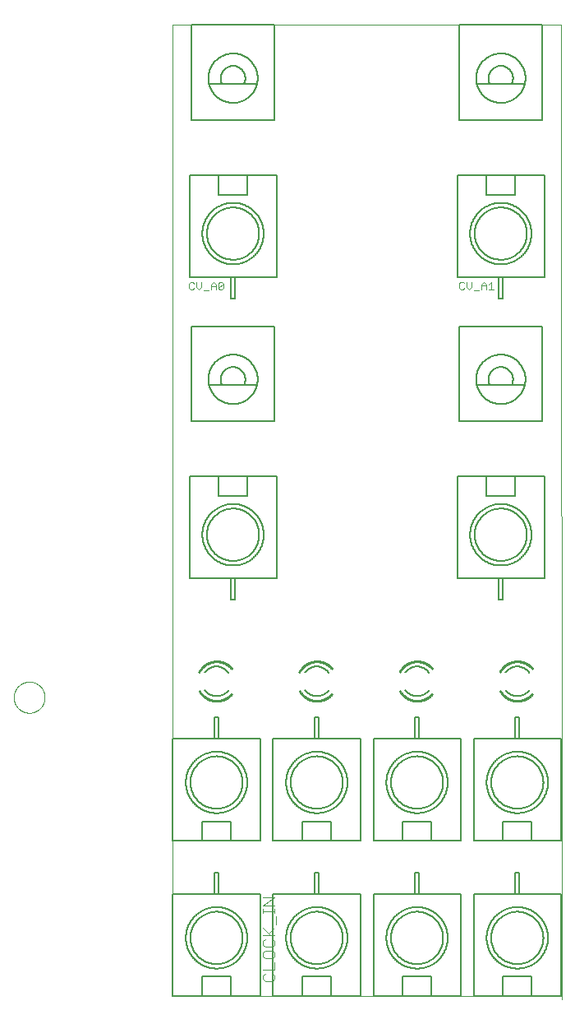
<source format=gto>
G75*
%MOIN*%
%OFA0B0*%
%FSLAX25Y25*%
%IPPOS*%
%LPD*%
%AMOC8*
5,1,8,0,0,1.08239X$1,22.5*
%
%ADD10C,0.00000*%
%ADD11C,0.00800*%
%ADD12C,0.00500*%
%ADD13C,0.00300*%
%ADD14C,0.00400*%
%ADD15C,0.00600*%
%ADD16C,0.01000*%
D10*
X0065737Y0002417D02*
X0223217Y0002417D01*
X0223493Y0001000D02*
X0223178Y0396000D01*
X0223217Y0396118D02*
X0065737Y0396118D01*
X0065737Y0002417D01*
X0001150Y0123520D02*
X0001152Y0123678D01*
X0001158Y0123836D01*
X0001168Y0123994D01*
X0001182Y0124152D01*
X0001200Y0124309D01*
X0001221Y0124466D01*
X0001247Y0124622D01*
X0001277Y0124778D01*
X0001310Y0124933D01*
X0001348Y0125086D01*
X0001389Y0125239D01*
X0001434Y0125391D01*
X0001483Y0125542D01*
X0001536Y0125691D01*
X0001592Y0125839D01*
X0001652Y0125985D01*
X0001716Y0126130D01*
X0001784Y0126273D01*
X0001855Y0126415D01*
X0001929Y0126555D01*
X0002007Y0126692D01*
X0002089Y0126828D01*
X0002173Y0126962D01*
X0002262Y0127093D01*
X0002353Y0127222D01*
X0002448Y0127349D01*
X0002545Y0127474D01*
X0002646Y0127596D01*
X0002750Y0127715D01*
X0002857Y0127832D01*
X0002967Y0127946D01*
X0003080Y0128057D01*
X0003195Y0128166D01*
X0003313Y0128271D01*
X0003434Y0128373D01*
X0003557Y0128473D01*
X0003683Y0128569D01*
X0003811Y0128662D01*
X0003941Y0128752D01*
X0004074Y0128838D01*
X0004209Y0128922D01*
X0004345Y0129001D01*
X0004484Y0129078D01*
X0004625Y0129150D01*
X0004767Y0129220D01*
X0004911Y0129285D01*
X0005057Y0129347D01*
X0005204Y0129405D01*
X0005353Y0129460D01*
X0005503Y0129511D01*
X0005654Y0129558D01*
X0005806Y0129601D01*
X0005959Y0129640D01*
X0006114Y0129676D01*
X0006269Y0129707D01*
X0006425Y0129735D01*
X0006581Y0129759D01*
X0006738Y0129779D01*
X0006896Y0129795D01*
X0007053Y0129807D01*
X0007212Y0129815D01*
X0007370Y0129819D01*
X0007528Y0129819D01*
X0007686Y0129815D01*
X0007845Y0129807D01*
X0008002Y0129795D01*
X0008160Y0129779D01*
X0008317Y0129759D01*
X0008473Y0129735D01*
X0008629Y0129707D01*
X0008784Y0129676D01*
X0008939Y0129640D01*
X0009092Y0129601D01*
X0009244Y0129558D01*
X0009395Y0129511D01*
X0009545Y0129460D01*
X0009694Y0129405D01*
X0009841Y0129347D01*
X0009987Y0129285D01*
X0010131Y0129220D01*
X0010273Y0129150D01*
X0010414Y0129078D01*
X0010553Y0129001D01*
X0010689Y0128922D01*
X0010824Y0128838D01*
X0010957Y0128752D01*
X0011087Y0128662D01*
X0011215Y0128569D01*
X0011341Y0128473D01*
X0011464Y0128373D01*
X0011585Y0128271D01*
X0011703Y0128166D01*
X0011818Y0128057D01*
X0011931Y0127946D01*
X0012041Y0127832D01*
X0012148Y0127715D01*
X0012252Y0127596D01*
X0012353Y0127474D01*
X0012450Y0127349D01*
X0012545Y0127222D01*
X0012636Y0127093D01*
X0012725Y0126962D01*
X0012809Y0126828D01*
X0012891Y0126692D01*
X0012969Y0126555D01*
X0013043Y0126415D01*
X0013114Y0126273D01*
X0013182Y0126130D01*
X0013246Y0125985D01*
X0013306Y0125839D01*
X0013362Y0125691D01*
X0013415Y0125542D01*
X0013464Y0125391D01*
X0013509Y0125239D01*
X0013550Y0125086D01*
X0013588Y0124933D01*
X0013621Y0124778D01*
X0013651Y0124622D01*
X0013677Y0124466D01*
X0013698Y0124309D01*
X0013716Y0124152D01*
X0013730Y0123994D01*
X0013740Y0123836D01*
X0013746Y0123678D01*
X0013748Y0123520D01*
X0013746Y0123362D01*
X0013740Y0123204D01*
X0013730Y0123046D01*
X0013716Y0122888D01*
X0013698Y0122731D01*
X0013677Y0122574D01*
X0013651Y0122418D01*
X0013621Y0122262D01*
X0013588Y0122107D01*
X0013550Y0121954D01*
X0013509Y0121801D01*
X0013464Y0121649D01*
X0013415Y0121498D01*
X0013362Y0121349D01*
X0013306Y0121201D01*
X0013246Y0121055D01*
X0013182Y0120910D01*
X0013114Y0120767D01*
X0013043Y0120625D01*
X0012969Y0120485D01*
X0012891Y0120348D01*
X0012809Y0120212D01*
X0012725Y0120078D01*
X0012636Y0119947D01*
X0012545Y0119818D01*
X0012450Y0119691D01*
X0012353Y0119566D01*
X0012252Y0119444D01*
X0012148Y0119325D01*
X0012041Y0119208D01*
X0011931Y0119094D01*
X0011818Y0118983D01*
X0011703Y0118874D01*
X0011585Y0118769D01*
X0011464Y0118667D01*
X0011341Y0118567D01*
X0011215Y0118471D01*
X0011087Y0118378D01*
X0010957Y0118288D01*
X0010824Y0118202D01*
X0010689Y0118118D01*
X0010553Y0118039D01*
X0010414Y0117962D01*
X0010273Y0117890D01*
X0010131Y0117820D01*
X0009987Y0117755D01*
X0009841Y0117693D01*
X0009694Y0117635D01*
X0009545Y0117580D01*
X0009395Y0117529D01*
X0009244Y0117482D01*
X0009092Y0117439D01*
X0008939Y0117400D01*
X0008784Y0117364D01*
X0008629Y0117333D01*
X0008473Y0117305D01*
X0008317Y0117281D01*
X0008160Y0117261D01*
X0008002Y0117245D01*
X0007845Y0117233D01*
X0007686Y0117225D01*
X0007528Y0117221D01*
X0007370Y0117221D01*
X0007212Y0117225D01*
X0007053Y0117233D01*
X0006896Y0117245D01*
X0006738Y0117261D01*
X0006581Y0117281D01*
X0006425Y0117305D01*
X0006269Y0117333D01*
X0006114Y0117364D01*
X0005959Y0117400D01*
X0005806Y0117439D01*
X0005654Y0117482D01*
X0005503Y0117529D01*
X0005353Y0117580D01*
X0005204Y0117635D01*
X0005057Y0117693D01*
X0004911Y0117755D01*
X0004767Y0117820D01*
X0004625Y0117890D01*
X0004484Y0117962D01*
X0004345Y0118039D01*
X0004209Y0118118D01*
X0004074Y0118202D01*
X0003941Y0118288D01*
X0003811Y0118378D01*
X0003683Y0118471D01*
X0003557Y0118567D01*
X0003434Y0118667D01*
X0003313Y0118769D01*
X0003195Y0118874D01*
X0003080Y0118983D01*
X0002967Y0119094D01*
X0002857Y0119208D01*
X0002750Y0119325D01*
X0002646Y0119444D01*
X0002545Y0119566D01*
X0002448Y0119691D01*
X0002353Y0119818D01*
X0002262Y0119947D01*
X0002173Y0120078D01*
X0002089Y0120212D01*
X0002007Y0120348D01*
X0001929Y0120485D01*
X0001855Y0120625D01*
X0001784Y0120767D01*
X0001716Y0120910D01*
X0001652Y0121055D01*
X0001592Y0121201D01*
X0001536Y0121349D01*
X0001483Y0121498D01*
X0001434Y0121649D01*
X0001389Y0121801D01*
X0001348Y0121954D01*
X0001310Y0122107D01*
X0001277Y0122262D01*
X0001247Y0122418D01*
X0001221Y0122574D01*
X0001200Y0122731D01*
X0001182Y0122888D01*
X0001168Y0123046D01*
X0001158Y0123204D01*
X0001152Y0123362D01*
X0001150Y0123520D01*
D11*
X0080599Y0249957D02*
X0099792Y0249957D01*
X0094477Y0249957D02*
X0085815Y0249957D01*
X0085815Y0249956D02*
X0085748Y0250079D01*
X0085683Y0250204D01*
X0085623Y0250331D01*
X0085566Y0250460D01*
X0085512Y0250590D01*
X0085463Y0250721D01*
X0085417Y0250854D01*
X0085374Y0250988D01*
X0085336Y0251123D01*
X0085301Y0251259D01*
X0085271Y0251396D01*
X0085244Y0251534D01*
X0085221Y0251673D01*
X0085202Y0251812D01*
X0085187Y0251952D01*
X0085176Y0252092D01*
X0085168Y0252232D01*
X0085165Y0252373D01*
X0085166Y0252513D01*
X0085171Y0252653D01*
X0085179Y0252794D01*
X0085192Y0252934D01*
X0085208Y0253073D01*
X0085229Y0253212D01*
X0085253Y0253351D01*
X0085282Y0253488D01*
X0085314Y0253625D01*
X0085350Y0253761D01*
X0085389Y0253896D01*
X0085433Y0254029D01*
X0085480Y0254161D01*
X0085531Y0254292D01*
X0085586Y0254422D01*
X0085645Y0254550D01*
X0085707Y0254676D01*
X0085772Y0254800D01*
X0085841Y0254922D01*
X0085913Y0255043D01*
X0085989Y0255161D01*
X0086068Y0255277D01*
X0086150Y0255391D01*
X0086236Y0255503D01*
X0086324Y0255612D01*
X0086416Y0255718D01*
X0086511Y0255822D01*
X0086608Y0255923D01*
X0086709Y0256022D01*
X0086812Y0256117D01*
X0086917Y0256210D01*
X0087026Y0256299D01*
X0087136Y0256386D01*
X0087249Y0256469D01*
X0087365Y0256549D01*
X0087483Y0256626D01*
X0087602Y0256700D01*
X0087724Y0256770D01*
X0087848Y0256836D01*
X0087973Y0256899D01*
X0088101Y0256959D01*
X0088230Y0257015D01*
X0088360Y0257067D01*
X0088492Y0257115D01*
X0088625Y0257160D01*
X0088759Y0257201D01*
X0088895Y0257238D01*
X0089031Y0257272D01*
X0089169Y0257301D01*
X0089307Y0257327D01*
X0089446Y0257349D01*
X0089585Y0257366D01*
X0089725Y0257380D01*
X0089865Y0257390D01*
X0090006Y0257396D01*
X0090146Y0257398D01*
X0090286Y0257396D01*
X0090427Y0257390D01*
X0090567Y0257380D01*
X0090707Y0257366D01*
X0090846Y0257349D01*
X0090985Y0257327D01*
X0091123Y0257301D01*
X0091261Y0257272D01*
X0091397Y0257238D01*
X0091533Y0257201D01*
X0091667Y0257160D01*
X0091800Y0257115D01*
X0091932Y0257067D01*
X0092062Y0257015D01*
X0092191Y0256959D01*
X0092319Y0256899D01*
X0092444Y0256836D01*
X0092568Y0256770D01*
X0092690Y0256700D01*
X0092809Y0256626D01*
X0092927Y0256549D01*
X0093043Y0256469D01*
X0093156Y0256386D01*
X0093266Y0256299D01*
X0093375Y0256210D01*
X0093480Y0256117D01*
X0093583Y0256022D01*
X0093684Y0255923D01*
X0093781Y0255822D01*
X0093876Y0255718D01*
X0093968Y0255612D01*
X0094056Y0255503D01*
X0094142Y0255391D01*
X0094224Y0255277D01*
X0094303Y0255161D01*
X0094379Y0255043D01*
X0094451Y0254922D01*
X0094520Y0254800D01*
X0094585Y0254676D01*
X0094647Y0254550D01*
X0094706Y0254422D01*
X0094761Y0254292D01*
X0094812Y0254161D01*
X0094859Y0254029D01*
X0094903Y0253896D01*
X0094942Y0253761D01*
X0094978Y0253625D01*
X0095010Y0253488D01*
X0095039Y0253351D01*
X0095063Y0253212D01*
X0095084Y0253073D01*
X0095100Y0252934D01*
X0095113Y0252794D01*
X0095121Y0252653D01*
X0095126Y0252513D01*
X0095127Y0252373D01*
X0095124Y0252232D01*
X0095116Y0252092D01*
X0095105Y0251952D01*
X0095090Y0251812D01*
X0095071Y0251673D01*
X0095048Y0251534D01*
X0095021Y0251396D01*
X0094991Y0251259D01*
X0094956Y0251123D01*
X0094918Y0250988D01*
X0094875Y0250854D01*
X0094829Y0250721D01*
X0094780Y0250590D01*
X0094726Y0250460D01*
X0094669Y0250331D01*
X0094609Y0250204D01*
X0094544Y0250079D01*
X0094477Y0249956D01*
X0080146Y0252417D02*
X0080149Y0252662D01*
X0080158Y0252908D01*
X0080173Y0253153D01*
X0080194Y0253397D01*
X0080221Y0253641D01*
X0080254Y0253884D01*
X0080293Y0254127D01*
X0080338Y0254368D01*
X0080389Y0254608D01*
X0080446Y0254847D01*
X0080508Y0255084D01*
X0080577Y0255320D01*
X0080651Y0255554D01*
X0080731Y0255786D01*
X0080816Y0256016D01*
X0080907Y0256244D01*
X0081004Y0256469D01*
X0081106Y0256693D01*
X0081214Y0256913D01*
X0081327Y0257131D01*
X0081445Y0257346D01*
X0081569Y0257558D01*
X0081697Y0257767D01*
X0081831Y0257973D01*
X0081970Y0258175D01*
X0082114Y0258374D01*
X0082263Y0258569D01*
X0082416Y0258761D01*
X0082574Y0258949D01*
X0082736Y0259133D01*
X0082904Y0259312D01*
X0083075Y0259488D01*
X0083251Y0259659D01*
X0083430Y0259827D01*
X0083614Y0259989D01*
X0083802Y0260147D01*
X0083994Y0260300D01*
X0084189Y0260449D01*
X0084388Y0260593D01*
X0084590Y0260732D01*
X0084796Y0260866D01*
X0085005Y0260994D01*
X0085217Y0261118D01*
X0085432Y0261236D01*
X0085650Y0261349D01*
X0085870Y0261457D01*
X0086094Y0261559D01*
X0086319Y0261656D01*
X0086547Y0261747D01*
X0086777Y0261832D01*
X0087009Y0261912D01*
X0087243Y0261986D01*
X0087479Y0262055D01*
X0087716Y0262117D01*
X0087955Y0262174D01*
X0088195Y0262225D01*
X0088436Y0262270D01*
X0088679Y0262309D01*
X0088922Y0262342D01*
X0089166Y0262369D01*
X0089410Y0262390D01*
X0089655Y0262405D01*
X0089901Y0262414D01*
X0090146Y0262417D01*
X0090391Y0262414D01*
X0090637Y0262405D01*
X0090882Y0262390D01*
X0091126Y0262369D01*
X0091370Y0262342D01*
X0091613Y0262309D01*
X0091856Y0262270D01*
X0092097Y0262225D01*
X0092337Y0262174D01*
X0092576Y0262117D01*
X0092813Y0262055D01*
X0093049Y0261986D01*
X0093283Y0261912D01*
X0093515Y0261832D01*
X0093745Y0261747D01*
X0093973Y0261656D01*
X0094198Y0261559D01*
X0094422Y0261457D01*
X0094642Y0261349D01*
X0094860Y0261236D01*
X0095075Y0261118D01*
X0095287Y0260994D01*
X0095496Y0260866D01*
X0095702Y0260732D01*
X0095904Y0260593D01*
X0096103Y0260449D01*
X0096298Y0260300D01*
X0096490Y0260147D01*
X0096678Y0259989D01*
X0096862Y0259827D01*
X0097041Y0259659D01*
X0097217Y0259488D01*
X0097388Y0259312D01*
X0097556Y0259133D01*
X0097718Y0258949D01*
X0097876Y0258761D01*
X0098029Y0258569D01*
X0098178Y0258374D01*
X0098322Y0258175D01*
X0098461Y0257973D01*
X0098595Y0257767D01*
X0098723Y0257558D01*
X0098847Y0257346D01*
X0098965Y0257131D01*
X0099078Y0256913D01*
X0099186Y0256693D01*
X0099288Y0256469D01*
X0099385Y0256244D01*
X0099476Y0256016D01*
X0099561Y0255786D01*
X0099641Y0255554D01*
X0099715Y0255320D01*
X0099784Y0255084D01*
X0099846Y0254847D01*
X0099903Y0254608D01*
X0099954Y0254368D01*
X0099999Y0254127D01*
X0100038Y0253884D01*
X0100071Y0253641D01*
X0100098Y0253397D01*
X0100119Y0253153D01*
X0100134Y0252908D01*
X0100143Y0252662D01*
X0100146Y0252417D01*
X0100143Y0252172D01*
X0100134Y0251926D01*
X0100119Y0251681D01*
X0100098Y0251437D01*
X0100071Y0251193D01*
X0100038Y0250950D01*
X0099999Y0250707D01*
X0099954Y0250466D01*
X0099903Y0250226D01*
X0099846Y0249987D01*
X0099784Y0249750D01*
X0099715Y0249514D01*
X0099641Y0249280D01*
X0099561Y0249048D01*
X0099476Y0248818D01*
X0099385Y0248590D01*
X0099288Y0248365D01*
X0099186Y0248141D01*
X0099078Y0247921D01*
X0098965Y0247703D01*
X0098847Y0247488D01*
X0098723Y0247276D01*
X0098595Y0247067D01*
X0098461Y0246861D01*
X0098322Y0246659D01*
X0098178Y0246460D01*
X0098029Y0246265D01*
X0097876Y0246073D01*
X0097718Y0245885D01*
X0097556Y0245701D01*
X0097388Y0245522D01*
X0097217Y0245346D01*
X0097041Y0245175D01*
X0096862Y0245007D01*
X0096678Y0244845D01*
X0096490Y0244687D01*
X0096298Y0244534D01*
X0096103Y0244385D01*
X0095904Y0244241D01*
X0095702Y0244102D01*
X0095496Y0243968D01*
X0095287Y0243840D01*
X0095075Y0243716D01*
X0094860Y0243598D01*
X0094642Y0243485D01*
X0094422Y0243377D01*
X0094198Y0243275D01*
X0093973Y0243178D01*
X0093745Y0243087D01*
X0093515Y0243002D01*
X0093283Y0242922D01*
X0093049Y0242848D01*
X0092813Y0242779D01*
X0092576Y0242717D01*
X0092337Y0242660D01*
X0092097Y0242609D01*
X0091856Y0242564D01*
X0091613Y0242525D01*
X0091370Y0242492D01*
X0091126Y0242465D01*
X0090882Y0242444D01*
X0090637Y0242429D01*
X0090391Y0242420D01*
X0090146Y0242417D01*
X0089901Y0242420D01*
X0089655Y0242429D01*
X0089410Y0242444D01*
X0089166Y0242465D01*
X0088922Y0242492D01*
X0088679Y0242525D01*
X0088436Y0242564D01*
X0088195Y0242609D01*
X0087955Y0242660D01*
X0087716Y0242717D01*
X0087479Y0242779D01*
X0087243Y0242848D01*
X0087009Y0242922D01*
X0086777Y0243002D01*
X0086547Y0243087D01*
X0086319Y0243178D01*
X0086094Y0243275D01*
X0085870Y0243377D01*
X0085650Y0243485D01*
X0085432Y0243598D01*
X0085217Y0243716D01*
X0085005Y0243840D01*
X0084796Y0243968D01*
X0084590Y0244102D01*
X0084388Y0244241D01*
X0084189Y0244385D01*
X0083994Y0244534D01*
X0083802Y0244687D01*
X0083614Y0244845D01*
X0083430Y0245007D01*
X0083251Y0245175D01*
X0083075Y0245346D01*
X0082904Y0245522D01*
X0082736Y0245701D01*
X0082574Y0245885D01*
X0082416Y0246073D01*
X0082263Y0246265D01*
X0082114Y0246460D01*
X0081970Y0246659D01*
X0081831Y0246861D01*
X0081697Y0247067D01*
X0081569Y0247276D01*
X0081445Y0247488D01*
X0081327Y0247703D01*
X0081214Y0247921D01*
X0081106Y0248141D01*
X0081004Y0248365D01*
X0080907Y0248590D01*
X0080816Y0248818D01*
X0080731Y0249048D01*
X0080651Y0249280D01*
X0080577Y0249514D01*
X0080508Y0249750D01*
X0080446Y0249987D01*
X0080389Y0250226D01*
X0080338Y0250466D01*
X0080293Y0250707D01*
X0080254Y0250950D01*
X0080221Y0251193D01*
X0080194Y0251437D01*
X0080173Y0251681D01*
X0080158Y0251926D01*
X0080149Y0252172D01*
X0080146Y0252417D01*
X0080599Y0372004D02*
X0099792Y0372004D01*
X0094477Y0372004D02*
X0085815Y0372004D01*
X0085748Y0372127D01*
X0085683Y0372252D01*
X0085623Y0372379D01*
X0085566Y0372508D01*
X0085512Y0372638D01*
X0085463Y0372769D01*
X0085417Y0372902D01*
X0085374Y0373036D01*
X0085336Y0373171D01*
X0085301Y0373307D01*
X0085271Y0373444D01*
X0085244Y0373582D01*
X0085221Y0373721D01*
X0085202Y0373860D01*
X0085187Y0374000D01*
X0085176Y0374140D01*
X0085168Y0374280D01*
X0085165Y0374421D01*
X0085166Y0374561D01*
X0085171Y0374701D01*
X0085179Y0374842D01*
X0085192Y0374982D01*
X0085208Y0375121D01*
X0085229Y0375260D01*
X0085253Y0375399D01*
X0085282Y0375536D01*
X0085314Y0375673D01*
X0085350Y0375809D01*
X0085389Y0375944D01*
X0085433Y0376077D01*
X0085480Y0376209D01*
X0085531Y0376340D01*
X0085586Y0376470D01*
X0085645Y0376598D01*
X0085707Y0376724D01*
X0085772Y0376848D01*
X0085841Y0376970D01*
X0085913Y0377091D01*
X0085989Y0377209D01*
X0086068Y0377325D01*
X0086150Y0377439D01*
X0086236Y0377551D01*
X0086324Y0377660D01*
X0086416Y0377766D01*
X0086511Y0377870D01*
X0086608Y0377971D01*
X0086709Y0378070D01*
X0086812Y0378165D01*
X0086917Y0378258D01*
X0087026Y0378347D01*
X0087136Y0378434D01*
X0087249Y0378517D01*
X0087365Y0378597D01*
X0087483Y0378674D01*
X0087602Y0378748D01*
X0087724Y0378818D01*
X0087848Y0378884D01*
X0087973Y0378947D01*
X0088101Y0379007D01*
X0088230Y0379063D01*
X0088360Y0379115D01*
X0088492Y0379163D01*
X0088625Y0379208D01*
X0088759Y0379249D01*
X0088895Y0379286D01*
X0089031Y0379320D01*
X0089169Y0379349D01*
X0089307Y0379375D01*
X0089446Y0379397D01*
X0089585Y0379414D01*
X0089725Y0379428D01*
X0089865Y0379438D01*
X0090006Y0379444D01*
X0090146Y0379446D01*
X0090286Y0379444D01*
X0090427Y0379438D01*
X0090567Y0379428D01*
X0090707Y0379414D01*
X0090846Y0379397D01*
X0090985Y0379375D01*
X0091123Y0379349D01*
X0091261Y0379320D01*
X0091397Y0379286D01*
X0091533Y0379249D01*
X0091667Y0379208D01*
X0091800Y0379163D01*
X0091932Y0379115D01*
X0092062Y0379063D01*
X0092191Y0379007D01*
X0092319Y0378947D01*
X0092444Y0378884D01*
X0092568Y0378818D01*
X0092690Y0378748D01*
X0092809Y0378674D01*
X0092927Y0378597D01*
X0093043Y0378517D01*
X0093156Y0378434D01*
X0093266Y0378347D01*
X0093375Y0378258D01*
X0093480Y0378165D01*
X0093583Y0378070D01*
X0093684Y0377971D01*
X0093781Y0377870D01*
X0093876Y0377766D01*
X0093968Y0377660D01*
X0094056Y0377551D01*
X0094142Y0377439D01*
X0094224Y0377325D01*
X0094303Y0377209D01*
X0094379Y0377091D01*
X0094451Y0376970D01*
X0094520Y0376848D01*
X0094585Y0376724D01*
X0094647Y0376598D01*
X0094706Y0376470D01*
X0094761Y0376340D01*
X0094812Y0376209D01*
X0094859Y0376077D01*
X0094903Y0375944D01*
X0094942Y0375809D01*
X0094978Y0375673D01*
X0095010Y0375536D01*
X0095039Y0375399D01*
X0095063Y0375260D01*
X0095084Y0375121D01*
X0095100Y0374982D01*
X0095113Y0374842D01*
X0095121Y0374701D01*
X0095126Y0374561D01*
X0095127Y0374421D01*
X0095124Y0374280D01*
X0095116Y0374140D01*
X0095105Y0374000D01*
X0095090Y0373860D01*
X0095071Y0373721D01*
X0095048Y0373582D01*
X0095021Y0373444D01*
X0094991Y0373307D01*
X0094956Y0373171D01*
X0094918Y0373036D01*
X0094875Y0372902D01*
X0094829Y0372769D01*
X0094780Y0372638D01*
X0094726Y0372508D01*
X0094669Y0372379D01*
X0094609Y0372252D01*
X0094544Y0372127D01*
X0094477Y0372004D01*
X0080146Y0374465D02*
X0080149Y0374710D01*
X0080158Y0374956D01*
X0080173Y0375201D01*
X0080194Y0375445D01*
X0080221Y0375689D01*
X0080254Y0375932D01*
X0080293Y0376175D01*
X0080338Y0376416D01*
X0080389Y0376656D01*
X0080446Y0376895D01*
X0080508Y0377132D01*
X0080577Y0377368D01*
X0080651Y0377602D01*
X0080731Y0377834D01*
X0080816Y0378064D01*
X0080907Y0378292D01*
X0081004Y0378517D01*
X0081106Y0378741D01*
X0081214Y0378961D01*
X0081327Y0379179D01*
X0081445Y0379394D01*
X0081569Y0379606D01*
X0081697Y0379815D01*
X0081831Y0380021D01*
X0081970Y0380223D01*
X0082114Y0380422D01*
X0082263Y0380617D01*
X0082416Y0380809D01*
X0082574Y0380997D01*
X0082736Y0381181D01*
X0082904Y0381360D01*
X0083075Y0381536D01*
X0083251Y0381707D01*
X0083430Y0381875D01*
X0083614Y0382037D01*
X0083802Y0382195D01*
X0083994Y0382348D01*
X0084189Y0382497D01*
X0084388Y0382641D01*
X0084590Y0382780D01*
X0084796Y0382914D01*
X0085005Y0383042D01*
X0085217Y0383166D01*
X0085432Y0383284D01*
X0085650Y0383397D01*
X0085870Y0383505D01*
X0086094Y0383607D01*
X0086319Y0383704D01*
X0086547Y0383795D01*
X0086777Y0383880D01*
X0087009Y0383960D01*
X0087243Y0384034D01*
X0087479Y0384103D01*
X0087716Y0384165D01*
X0087955Y0384222D01*
X0088195Y0384273D01*
X0088436Y0384318D01*
X0088679Y0384357D01*
X0088922Y0384390D01*
X0089166Y0384417D01*
X0089410Y0384438D01*
X0089655Y0384453D01*
X0089901Y0384462D01*
X0090146Y0384465D01*
X0090391Y0384462D01*
X0090637Y0384453D01*
X0090882Y0384438D01*
X0091126Y0384417D01*
X0091370Y0384390D01*
X0091613Y0384357D01*
X0091856Y0384318D01*
X0092097Y0384273D01*
X0092337Y0384222D01*
X0092576Y0384165D01*
X0092813Y0384103D01*
X0093049Y0384034D01*
X0093283Y0383960D01*
X0093515Y0383880D01*
X0093745Y0383795D01*
X0093973Y0383704D01*
X0094198Y0383607D01*
X0094422Y0383505D01*
X0094642Y0383397D01*
X0094860Y0383284D01*
X0095075Y0383166D01*
X0095287Y0383042D01*
X0095496Y0382914D01*
X0095702Y0382780D01*
X0095904Y0382641D01*
X0096103Y0382497D01*
X0096298Y0382348D01*
X0096490Y0382195D01*
X0096678Y0382037D01*
X0096862Y0381875D01*
X0097041Y0381707D01*
X0097217Y0381536D01*
X0097388Y0381360D01*
X0097556Y0381181D01*
X0097718Y0380997D01*
X0097876Y0380809D01*
X0098029Y0380617D01*
X0098178Y0380422D01*
X0098322Y0380223D01*
X0098461Y0380021D01*
X0098595Y0379815D01*
X0098723Y0379606D01*
X0098847Y0379394D01*
X0098965Y0379179D01*
X0099078Y0378961D01*
X0099186Y0378741D01*
X0099288Y0378517D01*
X0099385Y0378292D01*
X0099476Y0378064D01*
X0099561Y0377834D01*
X0099641Y0377602D01*
X0099715Y0377368D01*
X0099784Y0377132D01*
X0099846Y0376895D01*
X0099903Y0376656D01*
X0099954Y0376416D01*
X0099999Y0376175D01*
X0100038Y0375932D01*
X0100071Y0375689D01*
X0100098Y0375445D01*
X0100119Y0375201D01*
X0100134Y0374956D01*
X0100143Y0374710D01*
X0100146Y0374465D01*
X0100143Y0374220D01*
X0100134Y0373974D01*
X0100119Y0373729D01*
X0100098Y0373485D01*
X0100071Y0373241D01*
X0100038Y0372998D01*
X0099999Y0372755D01*
X0099954Y0372514D01*
X0099903Y0372274D01*
X0099846Y0372035D01*
X0099784Y0371798D01*
X0099715Y0371562D01*
X0099641Y0371328D01*
X0099561Y0371096D01*
X0099476Y0370866D01*
X0099385Y0370638D01*
X0099288Y0370413D01*
X0099186Y0370189D01*
X0099078Y0369969D01*
X0098965Y0369751D01*
X0098847Y0369536D01*
X0098723Y0369324D01*
X0098595Y0369115D01*
X0098461Y0368909D01*
X0098322Y0368707D01*
X0098178Y0368508D01*
X0098029Y0368313D01*
X0097876Y0368121D01*
X0097718Y0367933D01*
X0097556Y0367749D01*
X0097388Y0367570D01*
X0097217Y0367394D01*
X0097041Y0367223D01*
X0096862Y0367055D01*
X0096678Y0366893D01*
X0096490Y0366735D01*
X0096298Y0366582D01*
X0096103Y0366433D01*
X0095904Y0366289D01*
X0095702Y0366150D01*
X0095496Y0366016D01*
X0095287Y0365888D01*
X0095075Y0365764D01*
X0094860Y0365646D01*
X0094642Y0365533D01*
X0094422Y0365425D01*
X0094198Y0365323D01*
X0093973Y0365226D01*
X0093745Y0365135D01*
X0093515Y0365050D01*
X0093283Y0364970D01*
X0093049Y0364896D01*
X0092813Y0364827D01*
X0092576Y0364765D01*
X0092337Y0364708D01*
X0092097Y0364657D01*
X0091856Y0364612D01*
X0091613Y0364573D01*
X0091370Y0364540D01*
X0091126Y0364513D01*
X0090882Y0364492D01*
X0090637Y0364477D01*
X0090391Y0364468D01*
X0090146Y0364465D01*
X0089901Y0364468D01*
X0089655Y0364477D01*
X0089410Y0364492D01*
X0089166Y0364513D01*
X0088922Y0364540D01*
X0088679Y0364573D01*
X0088436Y0364612D01*
X0088195Y0364657D01*
X0087955Y0364708D01*
X0087716Y0364765D01*
X0087479Y0364827D01*
X0087243Y0364896D01*
X0087009Y0364970D01*
X0086777Y0365050D01*
X0086547Y0365135D01*
X0086319Y0365226D01*
X0086094Y0365323D01*
X0085870Y0365425D01*
X0085650Y0365533D01*
X0085432Y0365646D01*
X0085217Y0365764D01*
X0085005Y0365888D01*
X0084796Y0366016D01*
X0084590Y0366150D01*
X0084388Y0366289D01*
X0084189Y0366433D01*
X0083994Y0366582D01*
X0083802Y0366735D01*
X0083614Y0366893D01*
X0083430Y0367055D01*
X0083251Y0367223D01*
X0083075Y0367394D01*
X0082904Y0367570D01*
X0082736Y0367749D01*
X0082574Y0367933D01*
X0082416Y0368121D01*
X0082263Y0368313D01*
X0082114Y0368508D01*
X0081970Y0368707D01*
X0081831Y0368909D01*
X0081697Y0369115D01*
X0081569Y0369324D01*
X0081445Y0369536D01*
X0081327Y0369751D01*
X0081214Y0369969D01*
X0081106Y0370189D01*
X0081004Y0370413D01*
X0080907Y0370638D01*
X0080816Y0370866D01*
X0080731Y0371096D01*
X0080651Y0371328D01*
X0080577Y0371562D01*
X0080508Y0371798D01*
X0080446Y0372035D01*
X0080389Y0372274D01*
X0080338Y0372514D01*
X0080293Y0372755D01*
X0080254Y0372998D01*
X0080221Y0373241D01*
X0080194Y0373485D01*
X0080173Y0373729D01*
X0080158Y0373974D01*
X0080149Y0374220D01*
X0080146Y0374465D01*
X0189260Y0372004D02*
X0208453Y0372004D01*
X0203138Y0372004D02*
X0194477Y0372004D01*
X0194476Y0372004D02*
X0194409Y0372127D01*
X0194344Y0372252D01*
X0194284Y0372379D01*
X0194227Y0372508D01*
X0194173Y0372638D01*
X0194124Y0372769D01*
X0194078Y0372902D01*
X0194035Y0373036D01*
X0193997Y0373171D01*
X0193962Y0373307D01*
X0193932Y0373444D01*
X0193905Y0373582D01*
X0193882Y0373721D01*
X0193863Y0373860D01*
X0193848Y0374000D01*
X0193837Y0374140D01*
X0193829Y0374280D01*
X0193826Y0374421D01*
X0193827Y0374561D01*
X0193832Y0374701D01*
X0193840Y0374842D01*
X0193853Y0374982D01*
X0193869Y0375121D01*
X0193890Y0375260D01*
X0193914Y0375399D01*
X0193943Y0375536D01*
X0193975Y0375673D01*
X0194011Y0375809D01*
X0194050Y0375944D01*
X0194094Y0376077D01*
X0194141Y0376209D01*
X0194192Y0376340D01*
X0194247Y0376470D01*
X0194306Y0376598D01*
X0194368Y0376724D01*
X0194433Y0376848D01*
X0194502Y0376970D01*
X0194574Y0377091D01*
X0194650Y0377209D01*
X0194729Y0377325D01*
X0194811Y0377439D01*
X0194897Y0377551D01*
X0194985Y0377660D01*
X0195077Y0377766D01*
X0195172Y0377870D01*
X0195269Y0377971D01*
X0195370Y0378070D01*
X0195473Y0378165D01*
X0195578Y0378258D01*
X0195687Y0378347D01*
X0195797Y0378434D01*
X0195910Y0378517D01*
X0196026Y0378597D01*
X0196144Y0378674D01*
X0196263Y0378748D01*
X0196385Y0378818D01*
X0196509Y0378884D01*
X0196634Y0378947D01*
X0196762Y0379007D01*
X0196891Y0379063D01*
X0197021Y0379115D01*
X0197153Y0379163D01*
X0197286Y0379208D01*
X0197420Y0379249D01*
X0197556Y0379286D01*
X0197692Y0379320D01*
X0197830Y0379349D01*
X0197968Y0379375D01*
X0198107Y0379397D01*
X0198246Y0379414D01*
X0198386Y0379428D01*
X0198526Y0379438D01*
X0198667Y0379444D01*
X0198807Y0379446D01*
X0198947Y0379444D01*
X0199088Y0379438D01*
X0199228Y0379428D01*
X0199368Y0379414D01*
X0199507Y0379397D01*
X0199646Y0379375D01*
X0199784Y0379349D01*
X0199922Y0379320D01*
X0200058Y0379286D01*
X0200194Y0379249D01*
X0200328Y0379208D01*
X0200461Y0379163D01*
X0200593Y0379115D01*
X0200723Y0379063D01*
X0200852Y0379007D01*
X0200980Y0378947D01*
X0201105Y0378884D01*
X0201229Y0378818D01*
X0201351Y0378748D01*
X0201470Y0378674D01*
X0201588Y0378597D01*
X0201704Y0378517D01*
X0201817Y0378434D01*
X0201927Y0378347D01*
X0202036Y0378258D01*
X0202141Y0378165D01*
X0202244Y0378070D01*
X0202345Y0377971D01*
X0202442Y0377870D01*
X0202537Y0377766D01*
X0202629Y0377660D01*
X0202717Y0377551D01*
X0202803Y0377439D01*
X0202885Y0377325D01*
X0202964Y0377209D01*
X0203040Y0377091D01*
X0203112Y0376970D01*
X0203181Y0376848D01*
X0203246Y0376724D01*
X0203308Y0376598D01*
X0203367Y0376470D01*
X0203422Y0376340D01*
X0203473Y0376209D01*
X0203520Y0376077D01*
X0203564Y0375944D01*
X0203603Y0375809D01*
X0203639Y0375673D01*
X0203671Y0375536D01*
X0203700Y0375399D01*
X0203724Y0375260D01*
X0203745Y0375121D01*
X0203761Y0374982D01*
X0203774Y0374842D01*
X0203782Y0374701D01*
X0203787Y0374561D01*
X0203788Y0374421D01*
X0203785Y0374280D01*
X0203777Y0374140D01*
X0203766Y0374000D01*
X0203751Y0373860D01*
X0203732Y0373721D01*
X0203709Y0373582D01*
X0203682Y0373444D01*
X0203652Y0373307D01*
X0203617Y0373171D01*
X0203579Y0373036D01*
X0203536Y0372902D01*
X0203490Y0372769D01*
X0203441Y0372638D01*
X0203387Y0372508D01*
X0203330Y0372379D01*
X0203270Y0372252D01*
X0203205Y0372127D01*
X0203138Y0372004D01*
X0188807Y0374465D02*
X0188810Y0374710D01*
X0188819Y0374956D01*
X0188834Y0375201D01*
X0188855Y0375445D01*
X0188882Y0375689D01*
X0188915Y0375932D01*
X0188954Y0376175D01*
X0188999Y0376416D01*
X0189050Y0376656D01*
X0189107Y0376895D01*
X0189169Y0377132D01*
X0189238Y0377368D01*
X0189312Y0377602D01*
X0189392Y0377834D01*
X0189477Y0378064D01*
X0189568Y0378292D01*
X0189665Y0378517D01*
X0189767Y0378741D01*
X0189875Y0378961D01*
X0189988Y0379179D01*
X0190106Y0379394D01*
X0190230Y0379606D01*
X0190358Y0379815D01*
X0190492Y0380021D01*
X0190631Y0380223D01*
X0190775Y0380422D01*
X0190924Y0380617D01*
X0191077Y0380809D01*
X0191235Y0380997D01*
X0191397Y0381181D01*
X0191565Y0381360D01*
X0191736Y0381536D01*
X0191912Y0381707D01*
X0192091Y0381875D01*
X0192275Y0382037D01*
X0192463Y0382195D01*
X0192655Y0382348D01*
X0192850Y0382497D01*
X0193049Y0382641D01*
X0193251Y0382780D01*
X0193457Y0382914D01*
X0193666Y0383042D01*
X0193878Y0383166D01*
X0194093Y0383284D01*
X0194311Y0383397D01*
X0194531Y0383505D01*
X0194755Y0383607D01*
X0194980Y0383704D01*
X0195208Y0383795D01*
X0195438Y0383880D01*
X0195670Y0383960D01*
X0195904Y0384034D01*
X0196140Y0384103D01*
X0196377Y0384165D01*
X0196616Y0384222D01*
X0196856Y0384273D01*
X0197097Y0384318D01*
X0197340Y0384357D01*
X0197583Y0384390D01*
X0197827Y0384417D01*
X0198071Y0384438D01*
X0198316Y0384453D01*
X0198562Y0384462D01*
X0198807Y0384465D01*
X0199052Y0384462D01*
X0199298Y0384453D01*
X0199543Y0384438D01*
X0199787Y0384417D01*
X0200031Y0384390D01*
X0200274Y0384357D01*
X0200517Y0384318D01*
X0200758Y0384273D01*
X0200998Y0384222D01*
X0201237Y0384165D01*
X0201474Y0384103D01*
X0201710Y0384034D01*
X0201944Y0383960D01*
X0202176Y0383880D01*
X0202406Y0383795D01*
X0202634Y0383704D01*
X0202859Y0383607D01*
X0203083Y0383505D01*
X0203303Y0383397D01*
X0203521Y0383284D01*
X0203736Y0383166D01*
X0203948Y0383042D01*
X0204157Y0382914D01*
X0204363Y0382780D01*
X0204565Y0382641D01*
X0204764Y0382497D01*
X0204959Y0382348D01*
X0205151Y0382195D01*
X0205339Y0382037D01*
X0205523Y0381875D01*
X0205702Y0381707D01*
X0205878Y0381536D01*
X0206049Y0381360D01*
X0206217Y0381181D01*
X0206379Y0380997D01*
X0206537Y0380809D01*
X0206690Y0380617D01*
X0206839Y0380422D01*
X0206983Y0380223D01*
X0207122Y0380021D01*
X0207256Y0379815D01*
X0207384Y0379606D01*
X0207508Y0379394D01*
X0207626Y0379179D01*
X0207739Y0378961D01*
X0207847Y0378741D01*
X0207949Y0378517D01*
X0208046Y0378292D01*
X0208137Y0378064D01*
X0208222Y0377834D01*
X0208302Y0377602D01*
X0208376Y0377368D01*
X0208445Y0377132D01*
X0208507Y0376895D01*
X0208564Y0376656D01*
X0208615Y0376416D01*
X0208660Y0376175D01*
X0208699Y0375932D01*
X0208732Y0375689D01*
X0208759Y0375445D01*
X0208780Y0375201D01*
X0208795Y0374956D01*
X0208804Y0374710D01*
X0208807Y0374465D01*
X0208804Y0374220D01*
X0208795Y0373974D01*
X0208780Y0373729D01*
X0208759Y0373485D01*
X0208732Y0373241D01*
X0208699Y0372998D01*
X0208660Y0372755D01*
X0208615Y0372514D01*
X0208564Y0372274D01*
X0208507Y0372035D01*
X0208445Y0371798D01*
X0208376Y0371562D01*
X0208302Y0371328D01*
X0208222Y0371096D01*
X0208137Y0370866D01*
X0208046Y0370638D01*
X0207949Y0370413D01*
X0207847Y0370189D01*
X0207739Y0369969D01*
X0207626Y0369751D01*
X0207508Y0369536D01*
X0207384Y0369324D01*
X0207256Y0369115D01*
X0207122Y0368909D01*
X0206983Y0368707D01*
X0206839Y0368508D01*
X0206690Y0368313D01*
X0206537Y0368121D01*
X0206379Y0367933D01*
X0206217Y0367749D01*
X0206049Y0367570D01*
X0205878Y0367394D01*
X0205702Y0367223D01*
X0205523Y0367055D01*
X0205339Y0366893D01*
X0205151Y0366735D01*
X0204959Y0366582D01*
X0204764Y0366433D01*
X0204565Y0366289D01*
X0204363Y0366150D01*
X0204157Y0366016D01*
X0203948Y0365888D01*
X0203736Y0365764D01*
X0203521Y0365646D01*
X0203303Y0365533D01*
X0203083Y0365425D01*
X0202859Y0365323D01*
X0202634Y0365226D01*
X0202406Y0365135D01*
X0202176Y0365050D01*
X0201944Y0364970D01*
X0201710Y0364896D01*
X0201474Y0364827D01*
X0201237Y0364765D01*
X0200998Y0364708D01*
X0200758Y0364657D01*
X0200517Y0364612D01*
X0200274Y0364573D01*
X0200031Y0364540D01*
X0199787Y0364513D01*
X0199543Y0364492D01*
X0199298Y0364477D01*
X0199052Y0364468D01*
X0198807Y0364465D01*
X0198562Y0364468D01*
X0198316Y0364477D01*
X0198071Y0364492D01*
X0197827Y0364513D01*
X0197583Y0364540D01*
X0197340Y0364573D01*
X0197097Y0364612D01*
X0196856Y0364657D01*
X0196616Y0364708D01*
X0196377Y0364765D01*
X0196140Y0364827D01*
X0195904Y0364896D01*
X0195670Y0364970D01*
X0195438Y0365050D01*
X0195208Y0365135D01*
X0194980Y0365226D01*
X0194755Y0365323D01*
X0194531Y0365425D01*
X0194311Y0365533D01*
X0194093Y0365646D01*
X0193878Y0365764D01*
X0193666Y0365888D01*
X0193457Y0366016D01*
X0193251Y0366150D01*
X0193049Y0366289D01*
X0192850Y0366433D01*
X0192655Y0366582D01*
X0192463Y0366735D01*
X0192275Y0366893D01*
X0192091Y0367055D01*
X0191912Y0367223D01*
X0191736Y0367394D01*
X0191565Y0367570D01*
X0191397Y0367749D01*
X0191235Y0367933D01*
X0191077Y0368121D01*
X0190924Y0368313D01*
X0190775Y0368508D01*
X0190631Y0368707D01*
X0190492Y0368909D01*
X0190358Y0369115D01*
X0190230Y0369324D01*
X0190106Y0369536D01*
X0189988Y0369751D01*
X0189875Y0369969D01*
X0189767Y0370189D01*
X0189665Y0370413D01*
X0189568Y0370638D01*
X0189477Y0370866D01*
X0189392Y0371096D01*
X0189312Y0371328D01*
X0189238Y0371562D01*
X0189169Y0371798D01*
X0189107Y0372035D01*
X0189050Y0372274D01*
X0188999Y0372514D01*
X0188954Y0372755D01*
X0188915Y0372998D01*
X0188882Y0373241D01*
X0188855Y0373485D01*
X0188834Y0373729D01*
X0188819Y0373974D01*
X0188810Y0374220D01*
X0188807Y0374465D01*
X0188807Y0252417D02*
X0188810Y0252662D01*
X0188819Y0252908D01*
X0188834Y0253153D01*
X0188855Y0253397D01*
X0188882Y0253641D01*
X0188915Y0253884D01*
X0188954Y0254127D01*
X0188999Y0254368D01*
X0189050Y0254608D01*
X0189107Y0254847D01*
X0189169Y0255084D01*
X0189238Y0255320D01*
X0189312Y0255554D01*
X0189392Y0255786D01*
X0189477Y0256016D01*
X0189568Y0256244D01*
X0189665Y0256469D01*
X0189767Y0256693D01*
X0189875Y0256913D01*
X0189988Y0257131D01*
X0190106Y0257346D01*
X0190230Y0257558D01*
X0190358Y0257767D01*
X0190492Y0257973D01*
X0190631Y0258175D01*
X0190775Y0258374D01*
X0190924Y0258569D01*
X0191077Y0258761D01*
X0191235Y0258949D01*
X0191397Y0259133D01*
X0191565Y0259312D01*
X0191736Y0259488D01*
X0191912Y0259659D01*
X0192091Y0259827D01*
X0192275Y0259989D01*
X0192463Y0260147D01*
X0192655Y0260300D01*
X0192850Y0260449D01*
X0193049Y0260593D01*
X0193251Y0260732D01*
X0193457Y0260866D01*
X0193666Y0260994D01*
X0193878Y0261118D01*
X0194093Y0261236D01*
X0194311Y0261349D01*
X0194531Y0261457D01*
X0194755Y0261559D01*
X0194980Y0261656D01*
X0195208Y0261747D01*
X0195438Y0261832D01*
X0195670Y0261912D01*
X0195904Y0261986D01*
X0196140Y0262055D01*
X0196377Y0262117D01*
X0196616Y0262174D01*
X0196856Y0262225D01*
X0197097Y0262270D01*
X0197340Y0262309D01*
X0197583Y0262342D01*
X0197827Y0262369D01*
X0198071Y0262390D01*
X0198316Y0262405D01*
X0198562Y0262414D01*
X0198807Y0262417D01*
X0199052Y0262414D01*
X0199298Y0262405D01*
X0199543Y0262390D01*
X0199787Y0262369D01*
X0200031Y0262342D01*
X0200274Y0262309D01*
X0200517Y0262270D01*
X0200758Y0262225D01*
X0200998Y0262174D01*
X0201237Y0262117D01*
X0201474Y0262055D01*
X0201710Y0261986D01*
X0201944Y0261912D01*
X0202176Y0261832D01*
X0202406Y0261747D01*
X0202634Y0261656D01*
X0202859Y0261559D01*
X0203083Y0261457D01*
X0203303Y0261349D01*
X0203521Y0261236D01*
X0203736Y0261118D01*
X0203948Y0260994D01*
X0204157Y0260866D01*
X0204363Y0260732D01*
X0204565Y0260593D01*
X0204764Y0260449D01*
X0204959Y0260300D01*
X0205151Y0260147D01*
X0205339Y0259989D01*
X0205523Y0259827D01*
X0205702Y0259659D01*
X0205878Y0259488D01*
X0206049Y0259312D01*
X0206217Y0259133D01*
X0206379Y0258949D01*
X0206537Y0258761D01*
X0206690Y0258569D01*
X0206839Y0258374D01*
X0206983Y0258175D01*
X0207122Y0257973D01*
X0207256Y0257767D01*
X0207384Y0257558D01*
X0207508Y0257346D01*
X0207626Y0257131D01*
X0207739Y0256913D01*
X0207847Y0256693D01*
X0207949Y0256469D01*
X0208046Y0256244D01*
X0208137Y0256016D01*
X0208222Y0255786D01*
X0208302Y0255554D01*
X0208376Y0255320D01*
X0208445Y0255084D01*
X0208507Y0254847D01*
X0208564Y0254608D01*
X0208615Y0254368D01*
X0208660Y0254127D01*
X0208699Y0253884D01*
X0208732Y0253641D01*
X0208759Y0253397D01*
X0208780Y0253153D01*
X0208795Y0252908D01*
X0208804Y0252662D01*
X0208807Y0252417D01*
X0208804Y0252172D01*
X0208795Y0251926D01*
X0208780Y0251681D01*
X0208759Y0251437D01*
X0208732Y0251193D01*
X0208699Y0250950D01*
X0208660Y0250707D01*
X0208615Y0250466D01*
X0208564Y0250226D01*
X0208507Y0249987D01*
X0208445Y0249750D01*
X0208376Y0249514D01*
X0208302Y0249280D01*
X0208222Y0249048D01*
X0208137Y0248818D01*
X0208046Y0248590D01*
X0207949Y0248365D01*
X0207847Y0248141D01*
X0207739Y0247921D01*
X0207626Y0247703D01*
X0207508Y0247488D01*
X0207384Y0247276D01*
X0207256Y0247067D01*
X0207122Y0246861D01*
X0206983Y0246659D01*
X0206839Y0246460D01*
X0206690Y0246265D01*
X0206537Y0246073D01*
X0206379Y0245885D01*
X0206217Y0245701D01*
X0206049Y0245522D01*
X0205878Y0245346D01*
X0205702Y0245175D01*
X0205523Y0245007D01*
X0205339Y0244845D01*
X0205151Y0244687D01*
X0204959Y0244534D01*
X0204764Y0244385D01*
X0204565Y0244241D01*
X0204363Y0244102D01*
X0204157Y0243968D01*
X0203948Y0243840D01*
X0203736Y0243716D01*
X0203521Y0243598D01*
X0203303Y0243485D01*
X0203083Y0243377D01*
X0202859Y0243275D01*
X0202634Y0243178D01*
X0202406Y0243087D01*
X0202176Y0243002D01*
X0201944Y0242922D01*
X0201710Y0242848D01*
X0201474Y0242779D01*
X0201237Y0242717D01*
X0200998Y0242660D01*
X0200758Y0242609D01*
X0200517Y0242564D01*
X0200274Y0242525D01*
X0200031Y0242492D01*
X0199787Y0242465D01*
X0199543Y0242444D01*
X0199298Y0242429D01*
X0199052Y0242420D01*
X0198807Y0242417D01*
X0198562Y0242420D01*
X0198316Y0242429D01*
X0198071Y0242444D01*
X0197827Y0242465D01*
X0197583Y0242492D01*
X0197340Y0242525D01*
X0197097Y0242564D01*
X0196856Y0242609D01*
X0196616Y0242660D01*
X0196377Y0242717D01*
X0196140Y0242779D01*
X0195904Y0242848D01*
X0195670Y0242922D01*
X0195438Y0243002D01*
X0195208Y0243087D01*
X0194980Y0243178D01*
X0194755Y0243275D01*
X0194531Y0243377D01*
X0194311Y0243485D01*
X0194093Y0243598D01*
X0193878Y0243716D01*
X0193666Y0243840D01*
X0193457Y0243968D01*
X0193251Y0244102D01*
X0193049Y0244241D01*
X0192850Y0244385D01*
X0192655Y0244534D01*
X0192463Y0244687D01*
X0192275Y0244845D01*
X0192091Y0245007D01*
X0191912Y0245175D01*
X0191736Y0245346D01*
X0191565Y0245522D01*
X0191397Y0245701D01*
X0191235Y0245885D01*
X0191077Y0246073D01*
X0190924Y0246265D01*
X0190775Y0246460D01*
X0190631Y0246659D01*
X0190492Y0246861D01*
X0190358Y0247067D01*
X0190230Y0247276D01*
X0190106Y0247488D01*
X0189988Y0247703D01*
X0189875Y0247921D01*
X0189767Y0248141D01*
X0189665Y0248365D01*
X0189568Y0248590D01*
X0189477Y0248818D01*
X0189392Y0249048D01*
X0189312Y0249280D01*
X0189238Y0249514D01*
X0189169Y0249750D01*
X0189107Y0249987D01*
X0189050Y0250226D01*
X0188999Y0250466D01*
X0188954Y0250707D01*
X0188915Y0250950D01*
X0188882Y0251193D01*
X0188855Y0251437D01*
X0188834Y0251681D01*
X0188819Y0251926D01*
X0188810Y0252172D01*
X0188807Y0252417D01*
X0189260Y0249957D02*
X0208453Y0249957D01*
X0203138Y0249957D02*
X0194477Y0249957D01*
X0194476Y0249956D02*
X0194409Y0250079D01*
X0194344Y0250204D01*
X0194284Y0250331D01*
X0194227Y0250460D01*
X0194173Y0250590D01*
X0194124Y0250721D01*
X0194078Y0250854D01*
X0194035Y0250988D01*
X0193997Y0251123D01*
X0193962Y0251259D01*
X0193932Y0251396D01*
X0193905Y0251534D01*
X0193882Y0251673D01*
X0193863Y0251812D01*
X0193848Y0251952D01*
X0193837Y0252092D01*
X0193829Y0252232D01*
X0193826Y0252373D01*
X0193827Y0252513D01*
X0193832Y0252653D01*
X0193840Y0252794D01*
X0193853Y0252934D01*
X0193869Y0253073D01*
X0193890Y0253212D01*
X0193914Y0253351D01*
X0193943Y0253488D01*
X0193975Y0253625D01*
X0194011Y0253761D01*
X0194050Y0253896D01*
X0194094Y0254029D01*
X0194141Y0254161D01*
X0194192Y0254292D01*
X0194247Y0254422D01*
X0194306Y0254550D01*
X0194368Y0254676D01*
X0194433Y0254800D01*
X0194502Y0254922D01*
X0194574Y0255043D01*
X0194650Y0255161D01*
X0194729Y0255277D01*
X0194811Y0255391D01*
X0194897Y0255503D01*
X0194985Y0255612D01*
X0195077Y0255718D01*
X0195172Y0255822D01*
X0195269Y0255923D01*
X0195370Y0256022D01*
X0195473Y0256117D01*
X0195578Y0256210D01*
X0195687Y0256299D01*
X0195797Y0256386D01*
X0195910Y0256469D01*
X0196026Y0256549D01*
X0196144Y0256626D01*
X0196263Y0256700D01*
X0196385Y0256770D01*
X0196509Y0256836D01*
X0196634Y0256899D01*
X0196762Y0256959D01*
X0196891Y0257015D01*
X0197021Y0257067D01*
X0197153Y0257115D01*
X0197286Y0257160D01*
X0197420Y0257201D01*
X0197556Y0257238D01*
X0197692Y0257272D01*
X0197830Y0257301D01*
X0197968Y0257327D01*
X0198107Y0257349D01*
X0198246Y0257366D01*
X0198386Y0257380D01*
X0198526Y0257390D01*
X0198667Y0257396D01*
X0198807Y0257398D01*
X0198947Y0257396D01*
X0199088Y0257390D01*
X0199228Y0257380D01*
X0199368Y0257366D01*
X0199507Y0257349D01*
X0199646Y0257327D01*
X0199784Y0257301D01*
X0199922Y0257272D01*
X0200058Y0257238D01*
X0200194Y0257201D01*
X0200328Y0257160D01*
X0200461Y0257115D01*
X0200593Y0257067D01*
X0200723Y0257015D01*
X0200852Y0256959D01*
X0200980Y0256899D01*
X0201105Y0256836D01*
X0201229Y0256770D01*
X0201351Y0256700D01*
X0201470Y0256626D01*
X0201588Y0256549D01*
X0201704Y0256469D01*
X0201817Y0256386D01*
X0201927Y0256299D01*
X0202036Y0256210D01*
X0202141Y0256117D01*
X0202244Y0256022D01*
X0202345Y0255923D01*
X0202442Y0255822D01*
X0202537Y0255718D01*
X0202629Y0255612D01*
X0202717Y0255503D01*
X0202803Y0255391D01*
X0202885Y0255277D01*
X0202964Y0255161D01*
X0203040Y0255043D01*
X0203112Y0254922D01*
X0203181Y0254800D01*
X0203246Y0254676D01*
X0203308Y0254550D01*
X0203367Y0254422D01*
X0203422Y0254292D01*
X0203473Y0254161D01*
X0203520Y0254029D01*
X0203564Y0253896D01*
X0203603Y0253761D01*
X0203639Y0253625D01*
X0203671Y0253488D01*
X0203700Y0253351D01*
X0203724Y0253212D01*
X0203745Y0253073D01*
X0203761Y0252934D01*
X0203774Y0252794D01*
X0203782Y0252653D01*
X0203787Y0252513D01*
X0203788Y0252373D01*
X0203785Y0252232D01*
X0203777Y0252092D01*
X0203766Y0251952D01*
X0203751Y0251812D01*
X0203732Y0251673D01*
X0203709Y0251534D01*
X0203682Y0251396D01*
X0203652Y0251259D01*
X0203617Y0251123D01*
X0203579Y0250988D01*
X0203536Y0250854D01*
X0203490Y0250721D01*
X0203441Y0250590D01*
X0203387Y0250460D01*
X0203330Y0250331D01*
X0203270Y0250204D01*
X0203205Y0250079D01*
X0203138Y0249956D01*
D12*
X0065737Y0043756D02*
X0065737Y0002417D01*
X0077548Y0002417D01*
X0077548Y0010291D01*
X0089359Y0010291D01*
X0089359Y0002417D01*
X0077548Y0002417D01*
X0089359Y0002417D02*
X0101170Y0002417D01*
X0101170Y0043756D01*
X0082666Y0043756D01*
X0082666Y0052417D01*
X0084241Y0052417D01*
X0084241Y0044150D01*
X0082666Y0043756D02*
X0065737Y0043756D01*
X0065737Y0065409D02*
X0065737Y0106748D01*
X0082666Y0106748D01*
X0082666Y0115409D01*
X0084241Y0115409D01*
X0084241Y0107142D01*
X0082666Y0106748D02*
X0101170Y0106748D01*
X0101170Y0065409D01*
X0089359Y0065409D01*
X0089359Y0073283D01*
X0077548Y0073283D01*
X0077548Y0065409D01*
X0065737Y0065409D01*
X0077548Y0065409D02*
X0089359Y0065409D01*
X0072860Y0089031D02*
X0072863Y0089291D01*
X0072873Y0089551D01*
X0072889Y0089810D01*
X0072911Y0090069D01*
X0072940Y0090328D01*
X0072975Y0090585D01*
X0073016Y0090842D01*
X0073064Y0091098D01*
X0073117Y0091352D01*
X0073177Y0091605D01*
X0073244Y0091856D01*
X0073316Y0092106D01*
X0073395Y0092354D01*
X0073479Y0092600D01*
X0073570Y0092843D01*
X0073666Y0093085D01*
X0073769Y0093324D01*
X0073877Y0093560D01*
X0073991Y0093794D01*
X0074111Y0094025D01*
X0074236Y0094252D01*
X0074367Y0094477D01*
X0074503Y0094698D01*
X0074645Y0094916D01*
X0074792Y0095131D01*
X0074945Y0095341D01*
X0075102Y0095548D01*
X0075265Y0095751D01*
X0075432Y0095950D01*
X0075604Y0096145D01*
X0075781Y0096335D01*
X0075963Y0096521D01*
X0076149Y0096703D01*
X0076339Y0096880D01*
X0076534Y0097052D01*
X0076733Y0097219D01*
X0076936Y0097382D01*
X0077143Y0097539D01*
X0077353Y0097692D01*
X0077568Y0097839D01*
X0077786Y0097981D01*
X0078007Y0098117D01*
X0078232Y0098248D01*
X0078459Y0098373D01*
X0078690Y0098493D01*
X0078924Y0098607D01*
X0079160Y0098715D01*
X0079399Y0098818D01*
X0079641Y0098914D01*
X0079884Y0099005D01*
X0080130Y0099089D01*
X0080378Y0099168D01*
X0080628Y0099240D01*
X0080879Y0099307D01*
X0081132Y0099367D01*
X0081386Y0099420D01*
X0081642Y0099468D01*
X0081899Y0099509D01*
X0082156Y0099544D01*
X0082415Y0099573D01*
X0082674Y0099595D01*
X0082933Y0099611D01*
X0083193Y0099621D01*
X0083453Y0099624D01*
X0083713Y0099621D01*
X0083973Y0099611D01*
X0084232Y0099595D01*
X0084491Y0099573D01*
X0084750Y0099544D01*
X0085007Y0099509D01*
X0085264Y0099468D01*
X0085520Y0099420D01*
X0085774Y0099367D01*
X0086027Y0099307D01*
X0086278Y0099240D01*
X0086528Y0099168D01*
X0086776Y0099089D01*
X0087022Y0099005D01*
X0087265Y0098914D01*
X0087507Y0098818D01*
X0087746Y0098715D01*
X0087982Y0098607D01*
X0088216Y0098493D01*
X0088447Y0098373D01*
X0088674Y0098248D01*
X0088899Y0098117D01*
X0089120Y0097981D01*
X0089338Y0097839D01*
X0089553Y0097692D01*
X0089763Y0097539D01*
X0089970Y0097382D01*
X0090173Y0097219D01*
X0090372Y0097052D01*
X0090567Y0096880D01*
X0090757Y0096703D01*
X0090943Y0096521D01*
X0091125Y0096335D01*
X0091302Y0096145D01*
X0091474Y0095950D01*
X0091641Y0095751D01*
X0091804Y0095548D01*
X0091961Y0095341D01*
X0092114Y0095131D01*
X0092261Y0094916D01*
X0092403Y0094698D01*
X0092539Y0094477D01*
X0092670Y0094252D01*
X0092795Y0094025D01*
X0092915Y0093794D01*
X0093029Y0093560D01*
X0093137Y0093324D01*
X0093240Y0093085D01*
X0093336Y0092843D01*
X0093427Y0092600D01*
X0093511Y0092354D01*
X0093590Y0092106D01*
X0093662Y0091856D01*
X0093729Y0091605D01*
X0093789Y0091352D01*
X0093842Y0091098D01*
X0093890Y0090842D01*
X0093931Y0090585D01*
X0093966Y0090328D01*
X0093995Y0090069D01*
X0094017Y0089810D01*
X0094033Y0089551D01*
X0094043Y0089291D01*
X0094046Y0089031D01*
X0094043Y0088771D01*
X0094033Y0088511D01*
X0094017Y0088252D01*
X0093995Y0087993D01*
X0093966Y0087734D01*
X0093931Y0087477D01*
X0093890Y0087220D01*
X0093842Y0086964D01*
X0093789Y0086710D01*
X0093729Y0086457D01*
X0093662Y0086206D01*
X0093590Y0085956D01*
X0093511Y0085708D01*
X0093427Y0085462D01*
X0093336Y0085219D01*
X0093240Y0084977D01*
X0093137Y0084738D01*
X0093029Y0084502D01*
X0092915Y0084268D01*
X0092795Y0084037D01*
X0092670Y0083810D01*
X0092539Y0083585D01*
X0092403Y0083364D01*
X0092261Y0083146D01*
X0092114Y0082931D01*
X0091961Y0082721D01*
X0091804Y0082514D01*
X0091641Y0082311D01*
X0091474Y0082112D01*
X0091302Y0081917D01*
X0091125Y0081727D01*
X0090943Y0081541D01*
X0090757Y0081359D01*
X0090567Y0081182D01*
X0090372Y0081010D01*
X0090173Y0080843D01*
X0089970Y0080680D01*
X0089763Y0080523D01*
X0089553Y0080370D01*
X0089338Y0080223D01*
X0089120Y0080081D01*
X0088899Y0079945D01*
X0088674Y0079814D01*
X0088447Y0079689D01*
X0088216Y0079569D01*
X0087982Y0079455D01*
X0087746Y0079347D01*
X0087507Y0079244D01*
X0087265Y0079148D01*
X0087022Y0079057D01*
X0086776Y0078973D01*
X0086528Y0078894D01*
X0086278Y0078822D01*
X0086027Y0078755D01*
X0085774Y0078695D01*
X0085520Y0078642D01*
X0085264Y0078594D01*
X0085007Y0078553D01*
X0084750Y0078518D01*
X0084491Y0078489D01*
X0084232Y0078467D01*
X0083973Y0078451D01*
X0083713Y0078441D01*
X0083453Y0078438D01*
X0083193Y0078441D01*
X0082933Y0078451D01*
X0082674Y0078467D01*
X0082415Y0078489D01*
X0082156Y0078518D01*
X0081899Y0078553D01*
X0081642Y0078594D01*
X0081386Y0078642D01*
X0081132Y0078695D01*
X0080879Y0078755D01*
X0080628Y0078822D01*
X0080378Y0078894D01*
X0080130Y0078973D01*
X0079884Y0079057D01*
X0079641Y0079148D01*
X0079399Y0079244D01*
X0079160Y0079347D01*
X0078924Y0079455D01*
X0078690Y0079569D01*
X0078459Y0079689D01*
X0078232Y0079814D01*
X0078007Y0079945D01*
X0077786Y0080081D01*
X0077568Y0080223D01*
X0077353Y0080370D01*
X0077143Y0080523D01*
X0076936Y0080680D01*
X0076733Y0080843D01*
X0076534Y0081010D01*
X0076339Y0081182D01*
X0076149Y0081359D01*
X0075963Y0081541D01*
X0075781Y0081727D01*
X0075604Y0081917D01*
X0075432Y0082112D01*
X0075265Y0082311D01*
X0075102Y0082514D01*
X0074945Y0082721D01*
X0074792Y0082931D01*
X0074645Y0083146D01*
X0074503Y0083364D01*
X0074367Y0083585D01*
X0074236Y0083810D01*
X0074111Y0084037D01*
X0073991Y0084268D01*
X0073877Y0084502D01*
X0073769Y0084738D01*
X0073666Y0084977D01*
X0073570Y0085219D01*
X0073479Y0085462D01*
X0073395Y0085708D01*
X0073316Y0085956D01*
X0073244Y0086206D01*
X0073177Y0086457D01*
X0073117Y0086710D01*
X0073064Y0086964D01*
X0073016Y0087220D01*
X0072975Y0087477D01*
X0072940Y0087734D01*
X0072911Y0087993D01*
X0072889Y0088252D01*
X0072873Y0088511D01*
X0072863Y0088771D01*
X0072860Y0089031D01*
X0071003Y0089031D02*
X0071007Y0089337D01*
X0071018Y0089642D01*
X0071037Y0089947D01*
X0071063Y0090251D01*
X0071097Y0090555D01*
X0071138Y0090858D01*
X0071186Y0091159D01*
X0071242Y0091460D01*
X0071306Y0091759D01*
X0071376Y0092056D01*
X0071454Y0092352D01*
X0071539Y0092645D01*
X0071631Y0092936D01*
X0071731Y0093225D01*
X0071837Y0093512D01*
X0071951Y0093795D01*
X0072071Y0094076D01*
X0072198Y0094354D01*
X0072332Y0094629D01*
X0072473Y0094900D01*
X0072620Y0095168D01*
X0072774Y0095432D01*
X0072935Y0095692D01*
X0073101Y0095948D01*
X0073274Y0096200D01*
X0073453Y0096447D01*
X0073638Y0096691D01*
X0073829Y0096929D01*
X0074026Y0097163D01*
X0074228Y0097392D01*
X0074436Y0097616D01*
X0074650Y0097834D01*
X0074868Y0098048D01*
X0075092Y0098256D01*
X0075321Y0098458D01*
X0075555Y0098655D01*
X0075793Y0098846D01*
X0076037Y0099031D01*
X0076284Y0099210D01*
X0076536Y0099383D01*
X0076792Y0099549D01*
X0077052Y0099710D01*
X0077316Y0099864D01*
X0077584Y0100011D01*
X0077855Y0100152D01*
X0078130Y0100286D01*
X0078408Y0100413D01*
X0078689Y0100533D01*
X0078972Y0100647D01*
X0079259Y0100753D01*
X0079548Y0100853D01*
X0079839Y0100945D01*
X0080132Y0101030D01*
X0080428Y0101108D01*
X0080725Y0101178D01*
X0081024Y0101242D01*
X0081325Y0101298D01*
X0081626Y0101346D01*
X0081929Y0101387D01*
X0082233Y0101421D01*
X0082537Y0101447D01*
X0082842Y0101466D01*
X0083147Y0101477D01*
X0083453Y0101481D01*
X0083759Y0101477D01*
X0084064Y0101466D01*
X0084369Y0101447D01*
X0084673Y0101421D01*
X0084977Y0101387D01*
X0085280Y0101346D01*
X0085581Y0101298D01*
X0085882Y0101242D01*
X0086181Y0101178D01*
X0086478Y0101108D01*
X0086774Y0101030D01*
X0087067Y0100945D01*
X0087358Y0100853D01*
X0087647Y0100753D01*
X0087934Y0100647D01*
X0088217Y0100533D01*
X0088498Y0100413D01*
X0088776Y0100286D01*
X0089051Y0100152D01*
X0089322Y0100011D01*
X0089590Y0099864D01*
X0089854Y0099710D01*
X0090114Y0099549D01*
X0090370Y0099383D01*
X0090622Y0099210D01*
X0090869Y0099031D01*
X0091113Y0098846D01*
X0091351Y0098655D01*
X0091585Y0098458D01*
X0091814Y0098256D01*
X0092038Y0098048D01*
X0092256Y0097834D01*
X0092470Y0097616D01*
X0092678Y0097392D01*
X0092880Y0097163D01*
X0093077Y0096929D01*
X0093268Y0096691D01*
X0093453Y0096447D01*
X0093632Y0096200D01*
X0093805Y0095948D01*
X0093971Y0095692D01*
X0094132Y0095432D01*
X0094286Y0095168D01*
X0094433Y0094900D01*
X0094574Y0094629D01*
X0094708Y0094354D01*
X0094835Y0094076D01*
X0094955Y0093795D01*
X0095069Y0093512D01*
X0095175Y0093225D01*
X0095275Y0092936D01*
X0095367Y0092645D01*
X0095452Y0092352D01*
X0095530Y0092056D01*
X0095600Y0091759D01*
X0095664Y0091460D01*
X0095720Y0091159D01*
X0095768Y0090858D01*
X0095809Y0090555D01*
X0095843Y0090251D01*
X0095869Y0089947D01*
X0095888Y0089642D01*
X0095899Y0089337D01*
X0095903Y0089031D01*
X0095899Y0088725D01*
X0095888Y0088420D01*
X0095869Y0088115D01*
X0095843Y0087811D01*
X0095809Y0087507D01*
X0095768Y0087204D01*
X0095720Y0086903D01*
X0095664Y0086602D01*
X0095600Y0086303D01*
X0095530Y0086006D01*
X0095452Y0085710D01*
X0095367Y0085417D01*
X0095275Y0085126D01*
X0095175Y0084837D01*
X0095069Y0084550D01*
X0094955Y0084267D01*
X0094835Y0083986D01*
X0094708Y0083708D01*
X0094574Y0083433D01*
X0094433Y0083162D01*
X0094286Y0082894D01*
X0094132Y0082630D01*
X0093971Y0082370D01*
X0093805Y0082114D01*
X0093632Y0081862D01*
X0093453Y0081615D01*
X0093268Y0081371D01*
X0093077Y0081133D01*
X0092880Y0080899D01*
X0092678Y0080670D01*
X0092470Y0080446D01*
X0092256Y0080228D01*
X0092038Y0080014D01*
X0091814Y0079806D01*
X0091585Y0079604D01*
X0091351Y0079407D01*
X0091113Y0079216D01*
X0090869Y0079031D01*
X0090622Y0078852D01*
X0090370Y0078679D01*
X0090114Y0078513D01*
X0089854Y0078352D01*
X0089590Y0078198D01*
X0089322Y0078051D01*
X0089051Y0077910D01*
X0088776Y0077776D01*
X0088498Y0077649D01*
X0088217Y0077529D01*
X0087934Y0077415D01*
X0087647Y0077309D01*
X0087358Y0077209D01*
X0087067Y0077117D01*
X0086774Y0077032D01*
X0086478Y0076954D01*
X0086181Y0076884D01*
X0085882Y0076820D01*
X0085581Y0076764D01*
X0085280Y0076716D01*
X0084977Y0076675D01*
X0084673Y0076641D01*
X0084369Y0076615D01*
X0084064Y0076596D01*
X0083759Y0076585D01*
X0083453Y0076581D01*
X0083147Y0076585D01*
X0082842Y0076596D01*
X0082537Y0076615D01*
X0082233Y0076641D01*
X0081929Y0076675D01*
X0081626Y0076716D01*
X0081325Y0076764D01*
X0081024Y0076820D01*
X0080725Y0076884D01*
X0080428Y0076954D01*
X0080132Y0077032D01*
X0079839Y0077117D01*
X0079548Y0077209D01*
X0079259Y0077309D01*
X0078972Y0077415D01*
X0078689Y0077529D01*
X0078408Y0077649D01*
X0078130Y0077776D01*
X0077855Y0077910D01*
X0077584Y0078051D01*
X0077316Y0078198D01*
X0077052Y0078352D01*
X0076792Y0078513D01*
X0076536Y0078679D01*
X0076284Y0078852D01*
X0076037Y0079031D01*
X0075793Y0079216D01*
X0075555Y0079407D01*
X0075321Y0079604D01*
X0075092Y0079806D01*
X0074868Y0080014D01*
X0074650Y0080228D01*
X0074436Y0080446D01*
X0074228Y0080670D01*
X0074026Y0080899D01*
X0073829Y0081133D01*
X0073638Y0081371D01*
X0073453Y0081615D01*
X0073274Y0081862D01*
X0073101Y0082114D01*
X0072935Y0082370D01*
X0072774Y0082630D01*
X0072620Y0082894D01*
X0072473Y0083162D01*
X0072332Y0083433D01*
X0072198Y0083708D01*
X0072071Y0083986D01*
X0071951Y0084267D01*
X0071837Y0084550D01*
X0071731Y0084837D01*
X0071631Y0085126D01*
X0071539Y0085417D01*
X0071454Y0085710D01*
X0071376Y0086006D01*
X0071306Y0086303D01*
X0071242Y0086602D01*
X0071186Y0086903D01*
X0071138Y0087204D01*
X0071097Y0087507D01*
X0071063Y0087811D01*
X0071037Y0088115D01*
X0071018Y0088420D01*
X0071007Y0088725D01*
X0071003Y0089031D01*
X0106418Y0106748D02*
X0106418Y0065409D01*
X0118229Y0065409D01*
X0118229Y0073283D01*
X0130040Y0073283D01*
X0130040Y0065409D01*
X0118229Y0065409D01*
X0123347Y0052417D02*
X0123347Y0043756D01*
X0106418Y0043756D01*
X0106418Y0002417D01*
X0118229Y0002417D01*
X0118229Y0010291D01*
X0130040Y0010291D01*
X0130040Y0002417D01*
X0118229Y0002417D01*
X0130040Y0002417D02*
X0141851Y0002417D01*
X0141851Y0043756D01*
X0123347Y0043756D01*
X0124922Y0044150D02*
X0124922Y0052417D01*
X0123347Y0052417D01*
X0130040Y0065409D02*
X0141851Y0065409D01*
X0141851Y0106748D01*
X0123347Y0106748D01*
X0123347Y0115409D01*
X0124922Y0115409D01*
X0124922Y0107142D01*
X0123347Y0106748D02*
X0106418Y0106748D01*
X0113541Y0089031D02*
X0113544Y0089291D01*
X0113554Y0089551D01*
X0113570Y0089810D01*
X0113592Y0090069D01*
X0113621Y0090328D01*
X0113656Y0090585D01*
X0113697Y0090842D01*
X0113745Y0091098D01*
X0113798Y0091352D01*
X0113858Y0091605D01*
X0113925Y0091856D01*
X0113997Y0092106D01*
X0114076Y0092354D01*
X0114160Y0092600D01*
X0114251Y0092843D01*
X0114347Y0093085D01*
X0114450Y0093324D01*
X0114558Y0093560D01*
X0114672Y0093794D01*
X0114792Y0094025D01*
X0114917Y0094252D01*
X0115048Y0094477D01*
X0115184Y0094698D01*
X0115326Y0094916D01*
X0115473Y0095131D01*
X0115626Y0095341D01*
X0115783Y0095548D01*
X0115946Y0095751D01*
X0116113Y0095950D01*
X0116285Y0096145D01*
X0116462Y0096335D01*
X0116644Y0096521D01*
X0116830Y0096703D01*
X0117020Y0096880D01*
X0117215Y0097052D01*
X0117414Y0097219D01*
X0117617Y0097382D01*
X0117824Y0097539D01*
X0118034Y0097692D01*
X0118249Y0097839D01*
X0118467Y0097981D01*
X0118688Y0098117D01*
X0118913Y0098248D01*
X0119140Y0098373D01*
X0119371Y0098493D01*
X0119605Y0098607D01*
X0119841Y0098715D01*
X0120080Y0098818D01*
X0120322Y0098914D01*
X0120565Y0099005D01*
X0120811Y0099089D01*
X0121059Y0099168D01*
X0121309Y0099240D01*
X0121560Y0099307D01*
X0121813Y0099367D01*
X0122067Y0099420D01*
X0122323Y0099468D01*
X0122580Y0099509D01*
X0122837Y0099544D01*
X0123096Y0099573D01*
X0123355Y0099595D01*
X0123614Y0099611D01*
X0123874Y0099621D01*
X0124134Y0099624D01*
X0124394Y0099621D01*
X0124654Y0099611D01*
X0124913Y0099595D01*
X0125172Y0099573D01*
X0125431Y0099544D01*
X0125688Y0099509D01*
X0125945Y0099468D01*
X0126201Y0099420D01*
X0126455Y0099367D01*
X0126708Y0099307D01*
X0126959Y0099240D01*
X0127209Y0099168D01*
X0127457Y0099089D01*
X0127703Y0099005D01*
X0127946Y0098914D01*
X0128188Y0098818D01*
X0128427Y0098715D01*
X0128663Y0098607D01*
X0128897Y0098493D01*
X0129128Y0098373D01*
X0129355Y0098248D01*
X0129580Y0098117D01*
X0129801Y0097981D01*
X0130019Y0097839D01*
X0130234Y0097692D01*
X0130444Y0097539D01*
X0130651Y0097382D01*
X0130854Y0097219D01*
X0131053Y0097052D01*
X0131248Y0096880D01*
X0131438Y0096703D01*
X0131624Y0096521D01*
X0131806Y0096335D01*
X0131983Y0096145D01*
X0132155Y0095950D01*
X0132322Y0095751D01*
X0132485Y0095548D01*
X0132642Y0095341D01*
X0132795Y0095131D01*
X0132942Y0094916D01*
X0133084Y0094698D01*
X0133220Y0094477D01*
X0133351Y0094252D01*
X0133476Y0094025D01*
X0133596Y0093794D01*
X0133710Y0093560D01*
X0133818Y0093324D01*
X0133921Y0093085D01*
X0134017Y0092843D01*
X0134108Y0092600D01*
X0134192Y0092354D01*
X0134271Y0092106D01*
X0134343Y0091856D01*
X0134410Y0091605D01*
X0134470Y0091352D01*
X0134523Y0091098D01*
X0134571Y0090842D01*
X0134612Y0090585D01*
X0134647Y0090328D01*
X0134676Y0090069D01*
X0134698Y0089810D01*
X0134714Y0089551D01*
X0134724Y0089291D01*
X0134727Y0089031D01*
X0134724Y0088771D01*
X0134714Y0088511D01*
X0134698Y0088252D01*
X0134676Y0087993D01*
X0134647Y0087734D01*
X0134612Y0087477D01*
X0134571Y0087220D01*
X0134523Y0086964D01*
X0134470Y0086710D01*
X0134410Y0086457D01*
X0134343Y0086206D01*
X0134271Y0085956D01*
X0134192Y0085708D01*
X0134108Y0085462D01*
X0134017Y0085219D01*
X0133921Y0084977D01*
X0133818Y0084738D01*
X0133710Y0084502D01*
X0133596Y0084268D01*
X0133476Y0084037D01*
X0133351Y0083810D01*
X0133220Y0083585D01*
X0133084Y0083364D01*
X0132942Y0083146D01*
X0132795Y0082931D01*
X0132642Y0082721D01*
X0132485Y0082514D01*
X0132322Y0082311D01*
X0132155Y0082112D01*
X0131983Y0081917D01*
X0131806Y0081727D01*
X0131624Y0081541D01*
X0131438Y0081359D01*
X0131248Y0081182D01*
X0131053Y0081010D01*
X0130854Y0080843D01*
X0130651Y0080680D01*
X0130444Y0080523D01*
X0130234Y0080370D01*
X0130019Y0080223D01*
X0129801Y0080081D01*
X0129580Y0079945D01*
X0129355Y0079814D01*
X0129128Y0079689D01*
X0128897Y0079569D01*
X0128663Y0079455D01*
X0128427Y0079347D01*
X0128188Y0079244D01*
X0127946Y0079148D01*
X0127703Y0079057D01*
X0127457Y0078973D01*
X0127209Y0078894D01*
X0126959Y0078822D01*
X0126708Y0078755D01*
X0126455Y0078695D01*
X0126201Y0078642D01*
X0125945Y0078594D01*
X0125688Y0078553D01*
X0125431Y0078518D01*
X0125172Y0078489D01*
X0124913Y0078467D01*
X0124654Y0078451D01*
X0124394Y0078441D01*
X0124134Y0078438D01*
X0123874Y0078441D01*
X0123614Y0078451D01*
X0123355Y0078467D01*
X0123096Y0078489D01*
X0122837Y0078518D01*
X0122580Y0078553D01*
X0122323Y0078594D01*
X0122067Y0078642D01*
X0121813Y0078695D01*
X0121560Y0078755D01*
X0121309Y0078822D01*
X0121059Y0078894D01*
X0120811Y0078973D01*
X0120565Y0079057D01*
X0120322Y0079148D01*
X0120080Y0079244D01*
X0119841Y0079347D01*
X0119605Y0079455D01*
X0119371Y0079569D01*
X0119140Y0079689D01*
X0118913Y0079814D01*
X0118688Y0079945D01*
X0118467Y0080081D01*
X0118249Y0080223D01*
X0118034Y0080370D01*
X0117824Y0080523D01*
X0117617Y0080680D01*
X0117414Y0080843D01*
X0117215Y0081010D01*
X0117020Y0081182D01*
X0116830Y0081359D01*
X0116644Y0081541D01*
X0116462Y0081727D01*
X0116285Y0081917D01*
X0116113Y0082112D01*
X0115946Y0082311D01*
X0115783Y0082514D01*
X0115626Y0082721D01*
X0115473Y0082931D01*
X0115326Y0083146D01*
X0115184Y0083364D01*
X0115048Y0083585D01*
X0114917Y0083810D01*
X0114792Y0084037D01*
X0114672Y0084268D01*
X0114558Y0084502D01*
X0114450Y0084738D01*
X0114347Y0084977D01*
X0114251Y0085219D01*
X0114160Y0085462D01*
X0114076Y0085708D01*
X0113997Y0085956D01*
X0113925Y0086206D01*
X0113858Y0086457D01*
X0113798Y0086710D01*
X0113745Y0086964D01*
X0113697Y0087220D01*
X0113656Y0087477D01*
X0113621Y0087734D01*
X0113592Y0087993D01*
X0113570Y0088252D01*
X0113554Y0088511D01*
X0113544Y0088771D01*
X0113541Y0089031D01*
X0111684Y0089031D02*
X0111688Y0089337D01*
X0111699Y0089642D01*
X0111718Y0089947D01*
X0111744Y0090251D01*
X0111778Y0090555D01*
X0111819Y0090858D01*
X0111867Y0091159D01*
X0111923Y0091460D01*
X0111987Y0091759D01*
X0112057Y0092056D01*
X0112135Y0092352D01*
X0112220Y0092645D01*
X0112312Y0092936D01*
X0112412Y0093225D01*
X0112518Y0093512D01*
X0112632Y0093795D01*
X0112752Y0094076D01*
X0112879Y0094354D01*
X0113013Y0094629D01*
X0113154Y0094900D01*
X0113301Y0095168D01*
X0113455Y0095432D01*
X0113616Y0095692D01*
X0113782Y0095948D01*
X0113955Y0096200D01*
X0114134Y0096447D01*
X0114319Y0096691D01*
X0114510Y0096929D01*
X0114707Y0097163D01*
X0114909Y0097392D01*
X0115117Y0097616D01*
X0115331Y0097834D01*
X0115549Y0098048D01*
X0115773Y0098256D01*
X0116002Y0098458D01*
X0116236Y0098655D01*
X0116474Y0098846D01*
X0116718Y0099031D01*
X0116965Y0099210D01*
X0117217Y0099383D01*
X0117473Y0099549D01*
X0117733Y0099710D01*
X0117997Y0099864D01*
X0118265Y0100011D01*
X0118536Y0100152D01*
X0118811Y0100286D01*
X0119089Y0100413D01*
X0119370Y0100533D01*
X0119653Y0100647D01*
X0119940Y0100753D01*
X0120229Y0100853D01*
X0120520Y0100945D01*
X0120813Y0101030D01*
X0121109Y0101108D01*
X0121406Y0101178D01*
X0121705Y0101242D01*
X0122006Y0101298D01*
X0122307Y0101346D01*
X0122610Y0101387D01*
X0122914Y0101421D01*
X0123218Y0101447D01*
X0123523Y0101466D01*
X0123828Y0101477D01*
X0124134Y0101481D01*
X0124440Y0101477D01*
X0124745Y0101466D01*
X0125050Y0101447D01*
X0125354Y0101421D01*
X0125658Y0101387D01*
X0125961Y0101346D01*
X0126262Y0101298D01*
X0126563Y0101242D01*
X0126862Y0101178D01*
X0127159Y0101108D01*
X0127455Y0101030D01*
X0127748Y0100945D01*
X0128039Y0100853D01*
X0128328Y0100753D01*
X0128615Y0100647D01*
X0128898Y0100533D01*
X0129179Y0100413D01*
X0129457Y0100286D01*
X0129732Y0100152D01*
X0130003Y0100011D01*
X0130271Y0099864D01*
X0130535Y0099710D01*
X0130795Y0099549D01*
X0131051Y0099383D01*
X0131303Y0099210D01*
X0131550Y0099031D01*
X0131794Y0098846D01*
X0132032Y0098655D01*
X0132266Y0098458D01*
X0132495Y0098256D01*
X0132719Y0098048D01*
X0132937Y0097834D01*
X0133151Y0097616D01*
X0133359Y0097392D01*
X0133561Y0097163D01*
X0133758Y0096929D01*
X0133949Y0096691D01*
X0134134Y0096447D01*
X0134313Y0096200D01*
X0134486Y0095948D01*
X0134652Y0095692D01*
X0134813Y0095432D01*
X0134967Y0095168D01*
X0135114Y0094900D01*
X0135255Y0094629D01*
X0135389Y0094354D01*
X0135516Y0094076D01*
X0135636Y0093795D01*
X0135750Y0093512D01*
X0135856Y0093225D01*
X0135956Y0092936D01*
X0136048Y0092645D01*
X0136133Y0092352D01*
X0136211Y0092056D01*
X0136281Y0091759D01*
X0136345Y0091460D01*
X0136401Y0091159D01*
X0136449Y0090858D01*
X0136490Y0090555D01*
X0136524Y0090251D01*
X0136550Y0089947D01*
X0136569Y0089642D01*
X0136580Y0089337D01*
X0136584Y0089031D01*
X0136580Y0088725D01*
X0136569Y0088420D01*
X0136550Y0088115D01*
X0136524Y0087811D01*
X0136490Y0087507D01*
X0136449Y0087204D01*
X0136401Y0086903D01*
X0136345Y0086602D01*
X0136281Y0086303D01*
X0136211Y0086006D01*
X0136133Y0085710D01*
X0136048Y0085417D01*
X0135956Y0085126D01*
X0135856Y0084837D01*
X0135750Y0084550D01*
X0135636Y0084267D01*
X0135516Y0083986D01*
X0135389Y0083708D01*
X0135255Y0083433D01*
X0135114Y0083162D01*
X0134967Y0082894D01*
X0134813Y0082630D01*
X0134652Y0082370D01*
X0134486Y0082114D01*
X0134313Y0081862D01*
X0134134Y0081615D01*
X0133949Y0081371D01*
X0133758Y0081133D01*
X0133561Y0080899D01*
X0133359Y0080670D01*
X0133151Y0080446D01*
X0132937Y0080228D01*
X0132719Y0080014D01*
X0132495Y0079806D01*
X0132266Y0079604D01*
X0132032Y0079407D01*
X0131794Y0079216D01*
X0131550Y0079031D01*
X0131303Y0078852D01*
X0131051Y0078679D01*
X0130795Y0078513D01*
X0130535Y0078352D01*
X0130271Y0078198D01*
X0130003Y0078051D01*
X0129732Y0077910D01*
X0129457Y0077776D01*
X0129179Y0077649D01*
X0128898Y0077529D01*
X0128615Y0077415D01*
X0128328Y0077309D01*
X0128039Y0077209D01*
X0127748Y0077117D01*
X0127455Y0077032D01*
X0127159Y0076954D01*
X0126862Y0076884D01*
X0126563Y0076820D01*
X0126262Y0076764D01*
X0125961Y0076716D01*
X0125658Y0076675D01*
X0125354Y0076641D01*
X0125050Y0076615D01*
X0124745Y0076596D01*
X0124440Y0076585D01*
X0124134Y0076581D01*
X0123828Y0076585D01*
X0123523Y0076596D01*
X0123218Y0076615D01*
X0122914Y0076641D01*
X0122610Y0076675D01*
X0122307Y0076716D01*
X0122006Y0076764D01*
X0121705Y0076820D01*
X0121406Y0076884D01*
X0121109Y0076954D01*
X0120813Y0077032D01*
X0120520Y0077117D01*
X0120229Y0077209D01*
X0119940Y0077309D01*
X0119653Y0077415D01*
X0119370Y0077529D01*
X0119089Y0077649D01*
X0118811Y0077776D01*
X0118536Y0077910D01*
X0118265Y0078051D01*
X0117997Y0078198D01*
X0117733Y0078352D01*
X0117473Y0078513D01*
X0117217Y0078679D01*
X0116965Y0078852D01*
X0116718Y0079031D01*
X0116474Y0079216D01*
X0116236Y0079407D01*
X0116002Y0079604D01*
X0115773Y0079806D01*
X0115549Y0080014D01*
X0115331Y0080228D01*
X0115117Y0080446D01*
X0114909Y0080670D01*
X0114707Y0080899D01*
X0114510Y0081133D01*
X0114319Y0081371D01*
X0114134Y0081615D01*
X0113955Y0081862D01*
X0113782Y0082114D01*
X0113616Y0082370D01*
X0113455Y0082630D01*
X0113301Y0082894D01*
X0113154Y0083162D01*
X0113013Y0083433D01*
X0112879Y0083708D01*
X0112752Y0083986D01*
X0112632Y0084267D01*
X0112518Y0084550D01*
X0112412Y0084837D01*
X0112312Y0085126D01*
X0112220Y0085417D01*
X0112135Y0085710D01*
X0112057Y0086006D01*
X0111987Y0086303D01*
X0111923Y0086602D01*
X0111867Y0086903D01*
X0111819Y0087204D01*
X0111778Y0087507D01*
X0111744Y0087811D01*
X0111718Y0088115D01*
X0111699Y0088420D01*
X0111688Y0088725D01*
X0111684Y0089031D01*
X0147103Y0106748D02*
X0147103Y0065409D01*
X0158914Y0065409D01*
X0158914Y0073283D01*
X0170725Y0073283D01*
X0170725Y0065409D01*
X0158914Y0065409D01*
X0164032Y0052417D02*
X0164032Y0043756D01*
X0147103Y0043756D01*
X0147103Y0002417D01*
X0158914Y0002417D01*
X0158914Y0010291D01*
X0170725Y0010291D01*
X0170725Y0002417D01*
X0158914Y0002417D01*
X0170725Y0002417D02*
X0182536Y0002417D01*
X0182536Y0043756D01*
X0164032Y0043756D01*
X0165607Y0044150D02*
X0165607Y0052417D01*
X0164032Y0052417D01*
X0170725Y0065409D02*
X0182536Y0065409D01*
X0182536Y0106748D01*
X0164032Y0106748D01*
X0164032Y0115409D01*
X0165607Y0115409D01*
X0165607Y0107142D01*
X0164032Y0106748D02*
X0147103Y0106748D01*
X0154226Y0089031D02*
X0154229Y0089291D01*
X0154239Y0089551D01*
X0154255Y0089810D01*
X0154277Y0090069D01*
X0154306Y0090328D01*
X0154341Y0090585D01*
X0154382Y0090842D01*
X0154430Y0091098D01*
X0154483Y0091352D01*
X0154543Y0091605D01*
X0154610Y0091856D01*
X0154682Y0092106D01*
X0154761Y0092354D01*
X0154845Y0092600D01*
X0154936Y0092843D01*
X0155032Y0093085D01*
X0155135Y0093324D01*
X0155243Y0093560D01*
X0155357Y0093794D01*
X0155477Y0094025D01*
X0155602Y0094252D01*
X0155733Y0094477D01*
X0155869Y0094698D01*
X0156011Y0094916D01*
X0156158Y0095131D01*
X0156311Y0095341D01*
X0156468Y0095548D01*
X0156631Y0095751D01*
X0156798Y0095950D01*
X0156970Y0096145D01*
X0157147Y0096335D01*
X0157329Y0096521D01*
X0157515Y0096703D01*
X0157705Y0096880D01*
X0157900Y0097052D01*
X0158099Y0097219D01*
X0158302Y0097382D01*
X0158509Y0097539D01*
X0158719Y0097692D01*
X0158934Y0097839D01*
X0159152Y0097981D01*
X0159373Y0098117D01*
X0159598Y0098248D01*
X0159825Y0098373D01*
X0160056Y0098493D01*
X0160290Y0098607D01*
X0160526Y0098715D01*
X0160765Y0098818D01*
X0161007Y0098914D01*
X0161250Y0099005D01*
X0161496Y0099089D01*
X0161744Y0099168D01*
X0161994Y0099240D01*
X0162245Y0099307D01*
X0162498Y0099367D01*
X0162752Y0099420D01*
X0163008Y0099468D01*
X0163265Y0099509D01*
X0163522Y0099544D01*
X0163781Y0099573D01*
X0164040Y0099595D01*
X0164299Y0099611D01*
X0164559Y0099621D01*
X0164819Y0099624D01*
X0165079Y0099621D01*
X0165339Y0099611D01*
X0165598Y0099595D01*
X0165857Y0099573D01*
X0166116Y0099544D01*
X0166373Y0099509D01*
X0166630Y0099468D01*
X0166886Y0099420D01*
X0167140Y0099367D01*
X0167393Y0099307D01*
X0167644Y0099240D01*
X0167894Y0099168D01*
X0168142Y0099089D01*
X0168388Y0099005D01*
X0168631Y0098914D01*
X0168873Y0098818D01*
X0169112Y0098715D01*
X0169348Y0098607D01*
X0169582Y0098493D01*
X0169813Y0098373D01*
X0170040Y0098248D01*
X0170265Y0098117D01*
X0170486Y0097981D01*
X0170704Y0097839D01*
X0170919Y0097692D01*
X0171129Y0097539D01*
X0171336Y0097382D01*
X0171539Y0097219D01*
X0171738Y0097052D01*
X0171933Y0096880D01*
X0172123Y0096703D01*
X0172309Y0096521D01*
X0172491Y0096335D01*
X0172668Y0096145D01*
X0172840Y0095950D01*
X0173007Y0095751D01*
X0173170Y0095548D01*
X0173327Y0095341D01*
X0173480Y0095131D01*
X0173627Y0094916D01*
X0173769Y0094698D01*
X0173905Y0094477D01*
X0174036Y0094252D01*
X0174161Y0094025D01*
X0174281Y0093794D01*
X0174395Y0093560D01*
X0174503Y0093324D01*
X0174606Y0093085D01*
X0174702Y0092843D01*
X0174793Y0092600D01*
X0174877Y0092354D01*
X0174956Y0092106D01*
X0175028Y0091856D01*
X0175095Y0091605D01*
X0175155Y0091352D01*
X0175208Y0091098D01*
X0175256Y0090842D01*
X0175297Y0090585D01*
X0175332Y0090328D01*
X0175361Y0090069D01*
X0175383Y0089810D01*
X0175399Y0089551D01*
X0175409Y0089291D01*
X0175412Y0089031D01*
X0175409Y0088771D01*
X0175399Y0088511D01*
X0175383Y0088252D01*
X0175361Y0087993D01*
X0175332Y0087734D01*
X0175297Y0087477D01*
X0175256Y0087220D01*
X0175208Y0086964D01*
X0175155Y0086710D01*
X0175095Y0086457D01*
X0175028Y0086206D01*
X0174956Y0085956D01*
X0174877Y0085708D01*
X0174793Y0085462D01*
X0174702Y0085219D01*
X0174606Y0084977D01*
X0174503Y0084738D01*
X0174395Y0084502D01*
X0174281Y0084268D01*
X0174161Y0084037D01*
X0174036Y0083810D01*
X0173905Y0083585D01*
X0173769Y0083364D01*
X0173627Y0083146D01*
X0173480Y0082931D01*
X0173327Y0082721D01*
X0173170Y0082514D01*
X0173007Y0082311D01*
X0172840Y0082112D01*
X0172668Y0081917D01*
X0172491Y0081727D01*
X0172309Y0081541D01*
X0172123Y0081359D01*
X0171933Y0081182D01*
X0171738Y0081010D01*
X0171539Y0080843D01*
X0171336Y0080680D01*
X0171129Y0080523D01*
X0170919Y0080370D01*
X0170704Y0080223D01*
X0170486Y0080081D01*
X0170265Y0079945D01*
X0170040Y0079814D01*
X0169813Y0079689D01*
X0169582Y0079569D01*
X0169348Y0079455D01*
X0169112Y0079347D01*
X0168873Y0079244D01*
X0168631Y0079148D01*
X0168388Y0079057D01*
X0168142Y0078973D01*
X0167894Y0078894D01*
X0167644Y0078822D01*
X0167393Y0078755D01*
X0167140Y0078695D01*
X0166886Y0078642D01*
X0166630Y0078594D01*
X0166373Y0078553D01*
X0166116Y0078518D01*
X0165857Y0078489D01*
X0165598Y0078467D01*
X0165339Y0078451D01*
X0165079Y0078441D01*
X0164819Y0078438D01*
X0164559Y0078441D01*
X0164299Y0078451D01*
X0164040Y0078467D01*
X0163781Y0078489D01*
X0163522Y0078518D01*
X0163265Y0078553D01*
X0163008Y0078594D01*
X0162752Y0078642D01*
X0162498Y0078695D01*
X0162245Y0078755D01*
X0161994Y0078822D01*
X0161744Y0078894D01*
X0161496Y0078973D01*
X0161250Y0079057D01*
X0161007Y0079148D01*
X0160765Y0079244D01*
X0160526Y0079347D01*
X0160290Y0079455D01*
X0160056Y0079569D01*
X0159825Y0079689D01*
X0159598Y0079814D01*
X0159373Y0079945D01*
X0159152Y0080081D01*
X0158934Y0080223D01*
X0158719Y0080370D01*
X0158509Y0080523D01*
X0158302Y0080680D01*
X0158099Y0080843D01*
X0157900Y0081010D01*
X0157705Y0081182D01*
X0157515Y0081359D01*
X0157329Y0081541D01*
X0157147Y0081727D01*
X0156970Y0081917D01*
X0156798Y0082112D01*
X0156631Y0082311D01*
X0156468Y0082514D01*
X0156311Y0082721D01*
X0156158Y0082931D01*
X0156011Y0083146D01*
X0155869Y0083364D01*
X0155733Y0083585D01*
X0155602Y0083810D01*
X0155477Y0084037D01*
X0155357Y0084268D01*
X0155243Y0084502D01*
X0155135Y0084738D01*
X0155032Y0084977D01*
X0154936Y0085219D01*
X0154845Y0085462D01*
X0154761Y0085708D01*
X0154682Y0085956D01*
X0154610Y0086206D01*
X0154543Y0086457D01*
X0154483Y0086710D01*
X0154430Y0086964D01*
X0154382Y0087220D01*
X0154341Y0087477D01*
X0154306Y0087734D01*
X0154277Y0087993D01*
X0154255Y0088252D01*
X0154239Y0088511D01*
X0154229Y0088771D01*
X0154226Y0089031D01*
X0152369Y0089031D02*
X0152373Y0089337D01*
X0152384Y0089642D01*
X0152403Y0089947D01*
X0152429Y0090251D01*
X0152463Y0090555D01*
X0152504Y0090858D01*
X0152552Y0091159D01*
X0152608Y0091460D01*
X0152672Y0091759D01*
X0152742Y0092056D01*
X0152820Y0092352D01*
X0152905Y0092645D01*
X0152997Y0092936D01*
X0153097Y0093225D01*
X0153203Y0093512D01*
X0153317Y0093795D01*
X0153437Y0094076D01*
X0153564Y0094354D01*
X0153698Y0094629D01*
X0153839Y0094900D01*
X0153986Y0095168D01*
X0154140Y0095432D01*
X0154301Y0095692D01*
X0154467Y0095948D01*
X0154640Y0096200D01*
X0154819Y0096447D01*
X0155004Y0096691D01*
X0155195Y0096929D01*
X0155392Y0097163D01*
X0155594Y0097392D01*
X0155802Y0097616D01*
X0156016Y0097834D01*
X0156234Y0098048D01*
X0156458Y0098256D01*
X0156687Y0098458D01*
X0156921Y0098655D01*
X0157159Y0098846D01*
X0157403Y0099031D01*
X0157650Y0099210D01*
X0157902Y0099383D01*
X0158158Y0099549D01*
X0158418Y0099710D01*
X0158682Y0099864D01*
X0158950Y0100011D01*
X0159221Y0100152D01*
X0159496Y0100286D01*
X0159774Y0100413D01*
X0160055Y0100533D01*
X0160338Y0100647D01*
X0160625Y0100753D01*
X0160914Y0100853D01*
X0161205Y0100945D01*
X0161498Y0101030D01*
X0161794Y0101108D01*
X0162091Y0101178D01*
X0162390Y0101242D01*
X0162691Y0101298D01*
X0162992Y0101346D01*
X0163295Y0101387D01*
X0163599Y0101421D01*
X0163903Y0101447D01*
X0164208Y0101466D01*
X0164513Y0101477D01*
X0164819Y0101481D01*
X0165125Y0101477D01*
X0165430Y0101466D01*
X0165735Y0101447D01*
X0166039Y0101421D01*
X0166343Y0101387D01*
X0166646Y0101346D01*
X0166947Y0101298D01*
X0167248Y0101242D01*
X0167547Y0101178D01*
X0167844Y0101108D01*
X0168140Y0101030D01*
X0168433Y0100945D01*
X0168724Y0100853D01*
X0169013Y0100753D01*
X0169300Y0100647D01*
X0169583Y0100533D01*
X0169864Y0100413D01*
X0170142Y0100286D01*
X0170417Y0100152D01*
X0170688Y0100011D01*
X0170956Y0099864D01*
X0171220Y0099710D01*
X0171480Y0099549D01*
X0171736Y0099383D01*
X0171988Y0099210D01*
X0172235Y0099031D01*
X0172479Y0098846D01*
X0172717Y0098655D01*
X0172951Y0098458D01*
X0173180Y0098256D01*
X0173404Y0098048D01*
X0173622Y0097834D01*
X0173836Y0097616D01*
X0174044Y0097392D01*
X0174246Y0097163D01*
X0174443Y0096929D01*
X0174634Y0096691D01*
X0174819Y0096447D01*
X0174998Y0096200D01*
X0175171Y0095948D01*
X0175337Y0095692D01*
X0175498Y0095432D01*
X0175652Y0095168D01*
X0175799Y0094900D01*
X0175940Y0094629D01*
X0176074Y0094354D01*
X0176201Y0094076D01*
X0176321Y0093795D01*
X0176435Y0093512D01*
X0176541Y0093225D01*
X0176641Y0092936D01*
X0176733Y0092645D01*
X0176818Y0092352D01*
X0176896Y0092056D01*
X0176966Y0091759D01*
X0177030Y0091460D01*
X0177086Y0091159D01*
X0177134Y0090858D01*
X0177175Y0090555D01*
X0177209Y0090251D01*
X0177235Y0089947D01*
X0177254Y0089642D01*
X0177265Y0089337D01*
X0177269Y0089031D01*
X0177265Y0088725D01*
X0177254Y0088420D01*
X0177235Y0088115D01*
X0177209Y0087811D01*
X0177175Y0087507D01*
X0177134Y0087204D01*
X0177086Y0086903D01*
X0177030Y0086602D01*
X0176966Y0086303D01*
X0176896Y0086006D01*
X0176818Y0085710D01*
X0176733Y0085417D01*
X0176641Y0085126D01*
X0176541Y0084837D01*
X0176435Y0084550D01*
X0176321Y0084267D01*
X0176201Y0083986D01*
X0176074Y0083708D01*
X0175940Y0083433D01*
X0175799Y0083162D01*
X0175652Y0082894D01*
X0175498Y0082630D01*
X0175337Y0082370D01*
X0175171Y0082114D01*
X0174998Y0081862D01*
X0174819Y0081615D01*
X0174634Y0081371D01*
X0174443Y0081133D01*
X0174246Y0080899D01*
X0174044Y0080670D01*
X0173836Y0080446D01*
X0173622Y0080228D01*
X0173404Y0080014D01*
X0173180Y0079806D01*
X0172951Y0079604D01*
X0172717Y0079407D01*
X0172479Y0079216D01*
X0172235Y0079031D01*
X0171988Y0078852D01*
X0171736Y0078679D01*
X0171480Y0078513D01*
X0171220Y0078352D01*
X0170956Y0078198D01*
X0170688Y0078051D01*
X0170417Y0077910D01*
X0170142Y0077776D01*
X0169864Y0077649D01*
X0169583Y0077529D01*
X0169300Y0077415D01*
X0169013Y0077309D01*
X0168724Y0077209D01*
X0168433Y0077117D01*
X0168140Y0077032D01*
X0167844Y0076954D01*
X0167547Y0076884D01*
X0167248Y0076820D01*
X0166947Y0076764D01*
X0166646Y0076716D01*
X0166343Y0076675D01*
X0166039Y0076641D01*
X0165735Y0076615D01*
X0165430Y0076596D01*
X0165125Y0076585D01*
X0164819Y0076581D01*
X0164513Y0076585D01*
X0164208Y0076596D01*
X0163903Y0076615D01*
X0163599Y0076641D01*
X0163295Y0076675D01*
X0162992Y0076716D01*
X0162691Y0076764D01*
X0162390Y0076820D01*
X0162091Y0076884D01*
X0161794Y0076954D01*
X0161498Y0077032D01*
X0161205Y0077117D01*
X0160914Y0077209D01*
X0160625Y0077309D01*
X0160338Y0077415D01*
X0160055Y0077529D01*
X0159774Y0077649D01*
X0159496Y0077776D01*
X0159221Y0077910D01*
X0158950Y0078051D01*
X0158682Y0078198D01*
X0158418Y0078352D01*
X0158158Y0078513D01*
X0157902Y0078679D01*
X0157650Y0078852D01*
X0157403Y0079031D01*
X0157159Y0079216D01*
X0156921Y0079407D01*
X0156687Y0079604D01*
X0156458Y0079806D01*
X0156234Y0080014D01*
X0156016Y0080228D01*
X0155802Y0080446D01*
X0155594Y0080670D01*
X0155392Y0080899D01*
X0155195Y0081133D01*
X0155004Y0081371D01*
X0154819Y0081615D01*
X0154640Y0081862D01*
X0154467Y0082114D01*
X0154301Y0082370D01*
X0154140Y0082630D01*
X0153986Y0082894D01*
X0153839Y0083162D01*
X0153698Y0083433D01*
X0153564Y0083708D01*
X0153437Y0083986D01*
X0153317Y0084267D01*
X0153203Y0084550D01*
X0153097Y0084837D01*
X0152997Y0085126D01*
X0152905Y0085417D01*
X0152820Y0085710D01*
X0152742Y0086006D01*
X0152672Y0086303D01*
X0152608Y0086602D01*
X0152552Y0086903D01*
X0152504Y0087204D01*
X0152463Y0087507D01*
X0152429Y0087811D01*
X0152403Y0088115D01*
X0152384Y0088420D01*
X0152373Y0088725D01*
X0152369Y0089031D01*
X0187784Y0106748D02*
X0187784Y0065409D01*
X0199595Y0065409D01*
X0199595Y0073283D01*
X0211406Y0073283D01*
X0211406Y0065409D01*
X0199595Y0065409D01*
X0204713Y0052417D02*
X0204713Y0043756D01*
X0187784Y0043756D01*
X0187784Y0002417D01*
X0199595Y0002417D01*
X0199595Y0010291D01*
X0211406Y0010291D01*
X0211406Y0002417D01*
X0199595Y0002417D01*
X0211406Y0002417D02*
X0223217Y0002417D01*
X0223217Y0043756D01*
X0204713Y0043756D01*
X0206288Y0044150D02*
X0206288Y0052417D01*
X0204713Y0052417D01*
X0211406Y0065409D02*
X0223217Y0065409D01*
X0223217Y0106748D01*
X0204713Y0106748D01*
X0204713Y0115409D01*
X0206288Y0115409D01*
X0206288Y0107142D01*
X0204713Y0106748D02*
X0187784Y0106748D01*
X0194907Y0089031D02*
X0194910Y0089291D01*
X0194920Y0089551D01*
X0194936Y0089810D01*
X0194958Y0090069D01*
X0194987Y0090328D01*
X0195022Y0090585D01*
X0195063Y0090842D01*
X0195111Y0091098D01*
X0195164Y0091352D01*
X0195224Y0091605D01*
X0195291Y0091856D01*
X0195363Y0092106D01*
X0195442Y0092354D01*
X0195526Y0092600D01*
X0195617Y0092843D01*
X0195713Y0093085D01*
X0195816Y0093324D01*
X0195924Y0093560D01*
X0196038Y0093794D01*
X0196158Y0094025D01*
X0196283Y0094252D01*
X0196414Y0094477D01*
X0196550Y0094698D01*
X0196692Y0094916D01*
X0196839Y0095131D01*
X0196992Y0095341D01*
X0197149Y0095548D01*
X0197312Y0095751D01*
X0197479Y0095950D01*
X0197651Y0096145D01*
X0197828Y0096335D01*
X0198010Y0096521D01*
X0198196Y0096703D01*
X0198386Y0096880D01*
X0198581Y0097052D01*
X0198780Y0097219D01*
X0198983Y0097382D01*
X0199190Y0097539D01*
X0199400Y0097692D01*
X0199615Y0097839D01*
X0199833Y0097981D01*
X0200054Y0098117D01*
X0200279Y0098248D01*
X0200506Y0098373D01*
X0200737Y0098493D01*
X0200971Y0098607D01*
X0201207Y0098715D01*
X0201446Y0098818D01*
X0201688Y0098914D01*
X0201931Y0099005D01*
X0202177Y0099089D01*
X0202425Y0099168D01*
X0202675Y0099240D01*
X0202926Y0099307D01*
X0203179Y0099367D01*
X0203433Y0099420D01*
X0203689Y0099468D01*
X0203946Y0099509D01*
X0204203Y0099544D01*
X0204462Y0099573D01*
X0204721Y0099595D01*
X0204980Y0099611D01*
X0205240Y0099621D01*
X0205500Y0099624D01*
X0205760Y0099621D01*
X0206020Y0099611D01*
X0206279Y0099595D01*
X0206538Y0099573D01*
X0206797Y0099544D01*
X0207054Y0099509D01*
X0207311Y0099468D01*
X0207567Y0099420D01*
X0207821Y0099367D01*
X0208074Y0099307D01*
X0208325Y0099240D01*
X0208575Y0099168D01*
X0208823Y0099089D01*
X0209069Y0099005D01*
X0209312Y0098914D01*
X0209554Y0098818D01*
X0209793Y0098715D01*
X0210029Y0098607D01*
X0210263Y0098493D01*
X0210494Y0098373D01*
X0210721Y0098248D01*
X0210946Y0098117D01*
X0211167Y0097981D01*
X0211385Y0097839D01*
X0211600Y0097692D01*
X0211810Y0097539D01*
X0212017Y0097382D01*
X0212220Y0097219D01*
X0212419Y0097052D01*
X0212614Y0096880D01*
X0212804Y0096703D01*
X0212990Y0096521D01*
X0213172Y0096335D01*
X0213349Y0096145D01*
X0213521Y0095950D01*
X0213688Y0095751D01*
X0213851Y0095548D01*
X0214008Y0095341D01*
X0214161Y0095131D01*
X0214308Y0094916D01*
X0214450Y0094698D01*
X0214586Y0094477D01*
X0214717Y0094252D01*
X0214842Y0094025D01*
X0214962Y0093794D01*
X0215076Y0093560D01*
X0215184Y0093324D01*
X0215287Y0093085D01*
X0215383Y0092843D01*
X0215474Y0092600D01*
X0215558Y0092354D01*
X0215637Y0092106D01*
X0215709Y0091856D01*
X0215776Y0091605D01*
X0215836Y0091352D01*
X0215889Y0091098D01*
X0215937Y0090842D01*
X0215978Y0090585D01*
X0216013Y0090328D01*
X0216042Y0090069D01*
X0216064Y0089810D01*
X0216080Y0089551D01*
X0216090Y0089291D01*
X0216093Y0089031D01*
X0216090Y0088771D01*
X0216080Y0088511D01*
X0216064Y0088252D01*
X0216042Y0087993D01*
X0216013Y0087734D01*
X0215978Y0087477D01*
X0215937Y0087220D01*
X0215889Y0086964D01*
X0215836Y0086710D01*
X0215776Y0086457D01*
X0215709Y0086206D01*
X0215637Y0085956D01*
X0215558Y0085708D01*
X0215474Y0085462D01*
X0215383Y0085219D01*
X0215287Y0084977D01*
X0215184Y0084738D01*
X0215076Y0084502D01*
X0214962Y0084268D01*
X0214842Y0084037D01*
X0214717Y0083810D01*
X0214586Y0083585D01*
X0214450Y0083364D01*
X0214308Y0083146D01*
X0214161Y0082931D01*
X0214008Y0082721D01*
X0213851Y0082514D01*
X0213688Y0082311D01*
X0213521Y0082112D01*
X0213349Y0081917D01*
X0213172Y0081727D01*
X0212990Y0081541D01*
X0212804Y0081359D01*
X0212614Y0081182D01*
X0212419Y0081010D01*
X0212220Y0080843D01*
X0212017Y0080680D01*
X0211810Y0080523D01*
X0211600Y0080370D01*
X0211385Y0080223D01*
X0211167Y0080081D01*
X0210946Y0079945D01*
X0210721Y0079814D01*
X0210494Y0079689D01*
X0210263Y0079569D01*
X0210029Y0079455D01*
X0209793Y0079347D01*
X0209554Y0079244D01*
X0209312Y0079148D01*
X0209069Y0079057D01*
X0208823Y0078973D01*
X0208575Y0078894D01*
X0208325Y0078822D01*
X0208074Y0078755D01*
X0207821Y0078695D01*
X0207567Y0078642D01*
X0207311Y0078594D01*
X0207054Y0078553D01*
X0206797Y0078518D01*
X0206538Y0078489D01*
X0206279Y0078467D01*
X0206020Y0078451D01*
X0205760Y0078441D01*
X0205500Y0078438D01*
X0205240Y0078441D01*
X0204980Y0078451D01*
X0204721Y0078467D01*
X0204462Y0078489D01*
X0204203Y0078518D01*
X0203946Y0078553D01*
X0203689Y0078594D01*
X0203433Y0078642D01*
X0203179Y0078695D01*
X0202926Y0078755D01*
X0202675Y0078822D01*
X0202425Y0078894D01*
X0202177Y0078973D01*
X0201931Y0079057D01*
X0201688Y0079148D01*
X0201446Y0079244D01*
X0201207Y0079347D01*
X0200971Y0079455D01*
X0200737Y0079569D01*
X0200506Y0079689D01*
X0200279Y0079814D01*
X0200054Y0079945D01*
X0199833Y0080081D01*
X0199615Y0080223D01*
X0199400Y0080370D01*
X0199190Y0080523D01*
X0198983Y0080680D01*
X0198780Y0080843D01*
X0198581Y0081010D01*
X0198386Y0081182D01*
X0198196Y0081359D01*
X0198010Y0081541D01*
X0197828Y0081727D01*
X0197651Y0081917D01*
X0197479Y0082112D01*
X0197312Y0082311D01*
X0197149Y0082514D01*
X0196992Y0082721D01*
X0196839Y0082931D01*
X0196692Y0083146D01*
X0196550Y0083364D01*
X0196414Y0083585D01*
X0196283Y0083810D01*
X0196158Y0084037D01*
X0196038Y0084268D01*
X0195924Y0084502D01*
X0195816Y0084738D01*
X0195713Y0084977D01*
X0195617Y0085219D01*
X0195526Y0085462D01*
X0195442Y0085708D01*
X0195363Y0085956D01*
X0195291Y0086206D01*
X0195224Y0086457D01*
X0195164Y0086710D01*
X0195111Y0086964D01*
X0195063Y0087220D01*
X0195022Y0087477D01*
X0194987Y0087734D01*
X0194958Y0087993D01*
X0194936Y0088252D01*
X0194920Y0088511D01*
X0194910Y0088771D01*
X0194907Y0089031D01*
X0193050Y0089031D02*
X0193054Y0089337D01*
X0193065Y0089642D01*
X0193084Y0089947D01*
X0193110Y0090251D01*
X0193144Y0090555D01*
X0193185Y0090858D01*
X0193233Y0091159D01*
X0193289Y0091460D01*
X0193353Y0091759D01*
X0193423Y0092056D01*
X0193501Y0092352D01*
X0193586Y0092645D01*
X0193678Y0092936D01*
X0193778Y0093225D01*
X0193884Y0093512D01*
X0193998Y0093795D01*
X0194118Y0094076D01*
X0194245Y0094354D01*
X0194379Y0094629D01*
X0194520Y0094900D01*
X0194667Y0095168D01*
X0194821Y0095432D01*
X0194982Y0095692D01*
X0195148Y0095948D01*
X0195321Y0096200D01*
X0195500Y0096447D01*
X0195685Y0096691D01*
X0195876Y0096929D01*
X0196073Y0097163D01*
X0196275Y0097392D01*
X0196483Y0097616D01*
X0196697Y0097834D01*
X0196915Y0098048D01*
X0197139Y0098256D01*
X0197368Y0098458D01*
X0197602Y0098655D01*
X0197840Y0098846D01*
X0198084Y0099031D01*
X0198331Y0099210D01*
X0198583Y0099383D01*
X0198839Y0099549D01*
X0199099Y0099710D01*
X0199363Y0099864D01*
X0199631Y0100011D01*
X0199902Y0100152D01*
X0200177Y0100286D01*
X0200455Y0100413D01*
X0200736Y0100533D01*
X0201019Y0100647D01*
X0201306Y0100753D01*
X0201595Y0100853D01*
X0201886Y0100945D01*
X0202179Y0101030D01*
X0202475Y0101108D01*
X0202772Y0101178D01*
X0203071Y0101242D01*
X0203372Y0101298D01*
X0203673Y0101346D01*
X0203976Y0101387D01*
X0204280Y0101421D01*
X0204584Y0101447D01*
X0204889Y0101466D01*
X0205194Y0101477D01*
X0205500Y0101481D01*
X0205806Y0101477D01*
X0206111Y0101466D01*
X0206416Y0101447D01*
X0206720Y0101421D01*
X0207024Y0101387D01*
X0207327Y0101346D01*
X0207628Y0101298D01*
X0207929Y0101242D01*
X0208228Y0101178D01*
X0208525Y0101108D01*
X0208821Y0101030D01*
X0209114Y0100945D01*
X0209405Y0100853D01*
X0209694Y0100753D01*
X0209981Y0100647D01*
X0210264Y0100533D01*
X0210545Y0100413D01*
X0210823Y0100286D01*
X0211098Y0100152D01*
X0211369Y0100011D01*
X0211637Y0099864D01*
X0211901Y0099710D01*
X0212161Y0099549D01*
X0212417Y0099383D01*
X0212669Y0099210D01*
X0212916Y0099031D01*
X0213160Y0098846D01*
X0213398Y0098655D01*
X0213632Y0098458D01*
X0213861Y0098256D01*
X0214085Y0098048D01*
X0214303Y0097834D01*
X0214517Y0097616D01*
X0214725Y0097392D01*
X0214927Y0097163D01*
X0215124Y0096929D01*
X0215315Y0096691D01*
X0215500Y0096447D01*
X0215679Y0096200D01*
X0215852Y0095948D01*
X0216018Y0095692D01*
X0216179Y0095432D01*
X0216333Y0095168D01*
X0216480Y0094900D01*
X0216621Y0094629D01*
X0216755Y0094354D01*
X0216882Y0094076D01*
X0217002Y0093795D01*
X0217116Y0093512D01*
X0217222Y0093225D01*
X0217322Y0092936D01*
X0217414Y0092645D01*
X0217499Y0092352D01*
X0217577Y0092056D01*
X0217647Y0091759D01*
X0217711Y0091460D01*
X0217767Y0091159D01*
X0217815Y0090858D01*
X0217856Y0090555D01*
X0217890Y0090251D01*
X0217916Y0089947D01*
X0217935Y0089642D01*
X0217946Y0089337D01*
X0217950Y0089031D01*
X0217946Y0088725D01*
X0217935Y0088420D01*
X0217916Y0088115D01*
X0217890Y0087811D01*
X0217856Y0087507D01*
X0217815Y0087204D01*
X0217767Y0086903D01*
X0217711Y0086602D01*
X0217647Y0086303D01*
X0217577Y0086006D01*
X0217499Y0085710D01*
X0217414Y0085417D01*
X0217322Y0085126D01*
X0217222Y0084837D01*
X0217116Y0084550D01*
X0217002Y0084267D01*
X0216882Y0083986D01*
X0216755Y0083708D01*
X0216621Y0083433D01*
X0216480Y0083162D01*
X0216333Y0082894D01*
X0216179Y0082630D01*
X0216018Y0082370D01*
X0215852Y0082114D01*
X0215679Y0081862D01*
X0215500Y0081615D01*
X0215315Y0081371D01*
X0215124Y0081133D01*
X0214927Y0080899D01*
X0214725Y0080670D01*
X0214517Y0080446D01*
X0214303Y0080228D01*
X0214085Y0080014D01*
X0213861Y0079806D01*
X0213632Y0079604D01*
X0213398Y0079407D01*
X0213160Y0079216D01*
X0212916Y0079031D01*
X0212669Y0078852D01*
X0212417Y0078679D01*
X0212161Y0078513D01*
X0211901Y0078352D01*
X0211637Y0078198D01*
X0211369Y0078051D01*
X0211098Y0077910D01*
X0210823Y0077776D01*
X0210545Y0077649D01*
X0210264Y0077529D01*
X0209981Y0077415D01*
X0209694Y0077309D01*
X0209405Y0077209D01*
X0209114Y0077117D01*
X0208821Y0077032D01*
X0208525Y0076954D01*
X0208228Y0076884D01*
X0207929Y0076820D01*
X0207628Y0076764D01*
X0207327Y0076716D01*
X0207024Y0076675D01*
X0206720Y0076641D01*
X0206416Y0076615D01*
X0206111Y0076596D01*
X0205806Y0076585D01*
X0205500Y0076581D01*
X0205194Y0076585D01*
X0204889Y0076596D01*
X0204584Y0076615D01*
X0204280Y0076641D01*
X0203976Y0076675D01*
X0203673Y0076716D01*
X0203372Y0076764D01*
X0203071Y0076820D01*
X0202772Y0076884D01*
X0202475Y0076954D01*
X0202179Y0077032D01*
X0201886Y0077117D01*
X0201595Y0077209D01*
X0201306Y0077309D01*
X0201019Y0077415D01*
X0200736Y0077529D01*
X0200455Y0077649D01*
X0200177Y0077776D01*
X0199902Y0077910D01*
X0199631Y0078051D01*
X0199363Y0078198D01*
X0199099Y0078352D01*
X0198839Y0078513D01*
X0198583Y0078679D01*
X0198331Y0078852D01*
X0198084Y0079031D01*
X0197840Y0079216D01*
X0197602Y0079407D01*
X0197368Y0079604D01*
X0197139Y0079806D01*
X0196915Y0080014D01*
X0196697Y0080228D01*
X0196483Y0080446D01*
X0196275Y0080670D01*
X0196073Y0080899D01*
X0195876Y0081133D01*
X0195685Y0081371D01*
X0195500Y0081615D01*
X0195321Y0081862D01*
X0195148Y0082114D01*
X0194982Y0082370D01*
X0194821Y0082630D01*
X0194667Y0082894D01*
X0194520Y0083162D01*
X0194379Y0083433D01*
X0194245Y0083708D01*
X0194118Y0083986D01*
X0193998Y0084267D01*
X0193884Y0084550D01*
X0193778Y0084837D01*
X0193678Y0085126D01*
X0193586Y0085417D01*
X0193501Y0085710D01*
X0193423Y0086006D01*
X0193353Y0086303D01*
X0193289Y0086602D01*
X0193233Y0086903D01*
X0193185Y0087204D01*
X0193144Y0087507D01*
X0193110Y0087811D01*
X0193084Y0088115D01*
X0193065Y0088420D01*
X0193054Y0088725D01*
X0193050Y0089031D01*
X0194907Y0026039D02*
X0194910Y0026299D01*
X0194920Y0026559D01*
X0194936Y0026818D01*
X0194958Y0027077D01*
X0194987Y0027336D01*
X0195022Y0027593D01*
X0195063Y0027850D01*
X0195111Y0028106D01*
X0195164Y0028360D01*
X0195224Y0028613D01*
X0195291Y0028864D01*
X0195363Y0029114D01*
X0195442Y0029362D01*
X0195526Y0029608D01*
X0195617Y0029851D01*
X0195713Y0030093D01*
X0195816Y0030332D01*
X0195924Y0030568D01*
X0196038Y0030802D01*
X0196158Y0031033D01*
X0196283Y0031260D01*
X0196414Y0031485D01*
X0196550Y0031706D01*
X0196692Y0031924D01*
X0196839Y0032139D01*
X0196992Y0032349D01*
X0197149Y0032556D01*
X0197312Y0032759D01*
X0197479Y0032958D01*
X0197651Y0033153D01*
X0197828Y0033343D01*
X0198010Y0033529D01*
X0198196Y0033711D01*
X0198386Y0033888D01*
X0198581Y0034060D01*
X0198780Y0034227D01*
X0198983Y0034390D01*
X0199190Y0034547D01*
X0199400Y0034700D01*
X0199615Y0034847D01*
X0199833Y0034989D01*
X0200054Y0035125D01*
X0200279Y0035256D01*
X0200506Y0035381D01*
X0200737Y0035501D01*
X0200971Y0035615D01*
X0201207Y0035723D01*
X0201446Y0035826D01*
X0201688Y0035922D01*
X0201931Y0036013D01*
X0202177Y0036097D01*
X0202425Y0036176D01*
X0202675Y0036248D01*
X0202926Y0036315D01*
X0203179Y0036375D01*
X0203433Y0036428D01*
X0203689Y0036476D01*
X0203946Y0036517D01*
X0204203Y0036552D01*
X0204462Y0036581D01*
X0204721Y0036603D01*
X0204980Y0036619D01*
X0205240Y0036629D01*
X0205500Y0036632D01*
X0205760Y0036629D01*
X0206020Y0036619D01*
X0206279Y0036603D01*
X0206538Y0036581D01*
X0206797Y0036552D01*
X0207054Y0036517D01*
X0207311Y0036476D01*
X0207567Y0036428D01*
X0207821Y0036375D01*
X0208074Y0036315D01*
X0208325Y0036248D01*
X0208575Y0036176D01*
X0208823Y0036097D01*
X0209069Y0036013D01*
X0209312Y0035922D01*
X0209554Y0035826D01*
X0209793Y0035723D01*
X0210029Y0035615D01*
X0210263Y0035501D01*
X0210494Y0035381D01*
X0210721Y0035256D01*
X0210946Y0035125D01*
X0211167Y0034989D01*
X0211385Y0034847D01*
X0211600Y0034700D01*
X0211810Y0034547D01*
X0212017Y0034390D01*
X0212220Y0034227D01*
X0212419Y0034060D01*
X0212614Y0033888D01*
X0212804Y0033711D01*
X0212990Y0033529D01*
X0213172Y0033343D01*
X0213349Y0033153D01*
X0213521Y0032958D01*
X0213688Y0032759D01*
X0213851Y0032556D01*
X0214008Y0032349D01*
X0214161Y0032139D01*
X0214308Y0031924D01*
X0214450Y0031706D01*
X0214586Y0031485D01*
X0214717Y0031260D01*
X0214842Y0031033D01*
X0214962Y0030802D01*
X0215076Y0030568D01*
X0215184Y0030332D01*
X0215287Y0030093D01*
X0215383Y0029851D01*
X0215474Y0029608D01*
X0215558Y0029362D01*
X0215637Y0029114D01*
X0215709Y0028864D01*
X0215776Y0028613D01*
X0215836Y0028360D01*
X0215889Y0028106D01*
X0215937Y0027850D01*
X0215978Y0027593D01*
X0216013Y0027336D01*
X0216042Y0027077D01*
X0216064Y0026818D01*
X0216080Y0026559D01*
X0216090Y0026299D01*
X0216093Y0026039D01*
X0216090Y0025779D01*
X0216080Y0025519D01*
X0216064Y0025260D01*
X0216042Y0025001D01*
X0216013Y0024742D01*
X0215978Y0024485D01*
X0215937Y0024228D01*
X0215889Y0023972D01*
X0215836Y0023718D01*
X0215776Y0023465D01*
X0215709Y0023214D01*
X0215637Y0022964D01*
X0215558Y0022716D01*
X0215474Y0022470D01*
X0215383Y0022227D01*
X0215287Y0021985D01*
X0215184Y0021746D01*
X0215076Y0021510D01*
X0214962Y0021276D01*
X0214842Y0021045D01*
X0214717Y0020818D01*
X0214586Y0020593D01*
X0214450Y0020372D01*
X0214308Y0020154D01*
X0214161Y0019939D01*
X0214008Y0019729D01*
X0213851Y0019522D01*
X0213688Y0019319D01*
X0213521Y0019120D01*
X0213349Y0018925D01*
X0213172Y0018735D01*
X0212990Y0018549D01*
X0212804Y0018367D01*
X0212614Y0018190D01*
X0212419Y0018018D01*
X0212220Y0017851D01*
X0212017Y0017688D01*
X0211810Y0017531D01*
X0211600Y0017378D01*
X0211385Y0017231D01*
X0211167Y0017089D01*
X0210946Y0016953D01*
X0210721Y0016822D01*
X0210494Y0016697D01*
X0210263Y0016577D01*
X0210029Y0016463D01*
X0209793Y0016355D01*
X0209554Y0016252D01*
X0209312Y0016156D01*
X0209069Y0016065D01*
X0208823Y0015981D01*
X0208575Y0015902D01*
X0208325Y0015830D01*
X0208074Y0015763D01*
X0207821Y0015703D01*
X0207567Y0015650D01*
X0207311Y0015602D01*
X0207054Y0015561D01*
X0206797Y0015526D01*
X0206538Y0015497D01*
X0206279Y0015475D01*
X0206020Y0015459D01*
X0205760Y0015449D01*
X0205500Y0015446D01*
X0205240Y0015449D01*
X0204980Y0015459D01*
X0204721Y0015475D01*
X0204462Y0015497D01*
X0204203Y0015526D01*
X0203946Y0015561D01*
X0203689Y0015602D01*
X0203433Y0015650D01*
X0203179Y0015703D01*
X0202926Y0015763D01*
X0202675Y0015830D01*
X0202425Y0015902D01*
X0202177Y0015981D01*
X0201931Y0016065D01*
X0201688Y0016156D01*
X0201446Y0016252D01*
X0201207Y0016355D01*
X0200971Y0016463D01*
X0200737Y0016577D01*
X0200506Y0016697D01*
X0200279Y0016822D01*
X0200054Y0016953D01*
X0199833Y0017089D01*
X0199615Y0017231D01*
X0199400Y0017378D01*
X0199190Y0017531D01*
X0198983Y0017688D01*
X0198780Y0017851D01*
X0198581Y0018018D01*
X0198386Y0018190D01*
X0198196Y0018367D01*
X0198010Y0018549D01*
X0197828Y0018735D01*
X0197651Y0018925D01*
X0197479Y0019120D01*
X0197312Y0019319D01*
X0197149Y0019522D01*
X0196992Y0019729D01*
X0196839Y0019939D01*
X0196692Y0020154D01*
X0196550Y0020372D01*
X0196414Y0020593D01*
X0196283Y0020818D01*
X0196158Y0021045D01*
X0196038Y0021276D01*
X0195924Y0021510D01*
X0195816Y0021746D01*
X0195713Y0021985D01*
X0195617Y0022227D01*
X0195526Y0022470D01*
X0195442Y0022716D01*
X0195363Y0022964D01*
X0195291Y0023214D01*
X0195224Y0023465D01*
X0195164Y0023718D01*
X0195111Y0023972D01*
X0195063Y0024228D01*
X0195022Y0024485D01*
X0194987Y0024742D01*
X0194958Y0025001D01*
X0194936Y0025260D01*
X0194920Y0025519D01*
X0194910Y0025779D01*
X0194907Y0026039D01*
X0193050Y0026039D02*
X0193054Y0026345D01*
X0193065Y0026650D01*
X0193084Y0026955D01*
X0193110Y0027259D01*
X0193144Y0027563D01*
X0193185Y0027866D01*
X0193233Y0028167D01*
X0193289Y0028468D01*
X0193353Y0028767D01*
X0193423Y0029064D01*
X0193501Y0029360D01*
X0193586Y0029653D01*
X0193678Y0029944D01*
X0193778Y0030233D01*
X0193884Y0030520D01*
X0193998Y0030803D01*
X0194118Y0031084D01*
X0194245Y0031362D01*
X0194379Y0031637D01*
X0194520Y0031908D01*
X0194667Y0032176D01*
X0194821Y0032440D01*
X0194982Y0032700D01*
X0195148Y0032956D01*
X0195321Y0033208D01*
X0195500Y0033455D01*
X0195685Y0033699D01*
X0195876Y0033937D01*
X0196073Y0034171D01*
X0196275Y0034400D01*
X0196483Y0034624D01*
X0196697Y0034842D01*
X0196915Y0035056D01*
X0197139Y0035264D01*
X0197368Y0035466D01*
X0197602Y0035663D01*
X0197840Y0035854D01*
X0198084Y0036039D01*
X0198331Y0036218D01*
X0198583Y0036391D01*
X0198839Y0036557D01*
X0199099Y0036718D01*
X0199363Y0036872D01*
X0199631Y0037019D01*
X0199902Y0037160D01*
X0200177Y0037294D01*
X0200455Y0037421D01*
X0200736Y0037541D01*
X0201019Y0037655D01*
X0201306Y0037761D01*
X0201595Y0037861D01*
X0201886Y0037953D01*
X0202179Y0038038D01*
X0202475Y0038116D01*
X0202772Y0038186D01*
X0203071Y0038250D01*
X0203372Y0038306D01*
X0203673Y0038354D01*
X0203976Y0038395D01*
X0204280Y0038429D01*
X0204584Y0038455D01*
X0204889Y0038474D01*
X0205194Y0038485D01*
X0205500Y0038489D01*
X0205806Y0038485D01*
X0206111Y0038474D01*
X0206416Y0038455D01*
X0206720Y0038429D01*
X0207024Y0038395D01*
X0207327Y0038354D01*
X0207628Y0038306D01*
X0207929Y0038250D01*
X0208228Y0038186D01*
X0208525Y0038116D01*
X0208821Y0038038D01*
X0209114Y0037953D01*
X0209405Y0037861D01*
X0209694Y0037761D01*
X0209981Y0037655D01*
X0210264Y0037541D01*
X0210545Y0037421D01*
X0210823Y0037294D01*
X0211098Y0037160D01*
X0211369Y0037019D01*
X0211637Y0036872D01*
X0211901Y0036718D01*
X0212161Y0036557D01*
X0212417Y0036391D01*
X0212669Y0036218D01*
X0212916Y0036039D01*
X0213160Y0035854D01*
X0213398Y0035663D01*
X0213632Y0035466D01*
X0213861Y0035264D01*
X0214085Y0035056D01*
X0214303Y0034842D01*
X0214517Y0034624D01*
X0214725Y0034400D01*
X0214927Y0034171D01*
X0215124Y0033937D01*
X0215315Y0033699D01*
X0215500Y0033455D01*
X0215679Y0033208D01*
X0215852Y0032956D01*
X0216018Y0032700D01*
X0216179Y0032440D01*
X0216333Y0032176D01*
X0216480Y0031908D01*
X0216621Y0031637D01*
X0216755Y0031362D01*
X0216882Y0031084D01*
X0217002Y0030803D01*
X0217116Y0030520D01*
X0217222Y0030233D01*
X0217322Y0029944D01*
X0217414Y0029653D01*
X0217499Y0029360D01*
X0217577Y0029064D01*
X0217647Y0028767D01*
X0217711Y0028468D01*
X0217767Y0028167D01*
X0217815Y0027866D01*
X0217856Y0027563D01*
X0217890Y0027259D01*
X0217916Y0026955D01*
X0217935Y0026650D01*
X0217946Y0026345D01*
X0217950Y0026039D01*
X0217946Y0025733D01*
X0217935Y0025428D01*
X0217916Y0025123D01*
X0217890Y0024819D01*
X0217856Y0024515D01*
X0217815Y0024212D01*
X0217767Y0023911D01*
X0217711Y0023610D01*
X0217647Y0023311D01*
X0217577Y0023014D01*
X0217499Y0022718D01*
X0217414Y0022425D01*
X0217322Y0022134D01*
X0217222Y0021845D01*
X0217116Y0021558D01*
X0217002Y0021275D01*
X0216882Y0020994D01*
X0216755Y0020716D01*
X0216621Y0020441D01*
X0216480Y0020170D01*
X0216333Y0019902D01*
X0216179Y0019638D01*
X0216018Y0019378D01*
X0215852Y0019122D01*
X0215679Y0018870D01*
X0215500Y0018623D01*
X0215315Y0018379D01*
X0215124Y0018141D01*
X0214927Y0017907D01*
X0214725Y0017678D01*
X0214517Y0017454D01*
X0214303Y0017236D01*
X0214085Y0017022D01*
X0213861Y0016814D01*
X0213632Y0016612D01*
X0213398Y0016415D01*
X0213160Y0016224D01*
X0212916Y0016039D01*
X0212669Y0015860D01*
X0212417Y0015687D01*
X0212161Y0015521D01*
X0211901Y0015360D01*
X0211637Y0015206D01*
X0211369Y0015059D01*
X0211098Y0014918D01*
X0210823Y0014784D01*
X0210545Y0014657D01*
X0210264Y0014537D01*
X0209981Y0014423D01*
X0209694Y0014317D01*
X0209405Y0014217D01*
X0209114Y0014125D01*
X0208821Y0014040D01*
X0208525Y0013962D01*
X0208228Y0013892D01*
X0207929Y0013828D01*
X0207628Y0013772D01*
X0207327Y0013724D01*
X0207024Y0013683D01*
X0206720Y0013649D01*
X0206416Y0013623D01*
X0206111Y0013604D01*
X0205806Y0013593D01*
X0205500Y0013589D01*
X0205194Y0013593D01*
X0204889Y0013604D01*
X0204584Y0013623D01*
X0204280Y0013649D01*
X0203976Y0013683D01*
X0203673Y0013724D01*
X0203372Y0013772D01*
X0203071Y0013828D01*
X0202772Y0013892D01*
X0202475Y0013962D01*
X0202179Y0014040D01*
X0201886Y0014125D01*
X0201595Y0014217D01*
X0201306Y0014317D01*
X0201019Y0014423D01*
X0200736Y0014537D01*
X0200455Y0014657D01*
X0200177Y0014784D01*
X0199902Y0014918D01*
X0199631Y0015059D01*
X0199363Y0015206D01*
X0199099Y0015360D01*
X0198839Y0015521D01*
X0198583Y0015687D01*
X0198331Y0015860D01*
X0198084Y0016039D01*
X0197840Y0016224D01*
X0197602Y0016415D01*
X0197368Y0016612D01*
X0197139Y0016814D01*
X0196915Y0017022D01*
X0196697Y0017236D01*
X0196483Y0017454D01*
X0196275Y0017678D01*
X0196073Y0017907D01*
X0195876Y0018141D01*
X0195685Y0018379D01*
X0195500Y0018623D01*
X0195321Y0018870D01*
X0195148Y0019122D01*
X0194982Y0019378D01*
X0194821Y0019638D01*
X0194667Y0019902D01*
X0194520Y0020170D01*
X0194379Y0020441D01*
X0194245Y0020716D01*
X0194118Y0020994D01*
X0193998Y0021275D01*
X0193884Y0021558D01*
X0193778Y0021845D01*
X0193678Y0022134D01*
X0193586Y0022425D01*
X0193501Y0022718D01*
X0193423Y0023014D01*
X0193353Y0023311D01*
X0193289Y0023610D01*
X0193233Y0023911D01*
X0193185Y0024212D01*
X0193144Y0024515D01*
X0193110Y0024819D01*
X0193084Y0025123D01*
X0193065Y0025428D01*
X0193054Y0025733D01*
X0193050Y0026039D01*
X0154226Y0026039D02*
X0154229Y0026299D01*
X0154239Y0026559D01*
X0154255Y0026818D01*
X0154277Y0027077D01*
X0154306Y0027336D01*
X0154341Y0027593D01*
X0154382Y0027850D01*
X0154430Y0028106D01*
X0154483Y0028360D01*
X0154543Y0028613D01*
X0154610Y0028864D01*
X0154682Y0029114D01*
X0154761Y0029362D01*
X0154845Y0029608D01*
X0154936Y0029851D01*
X0155032Y0030093D01*
X0155135Y0030332D01*
X0155243Y0030568D01*
X0155357Y0030802D01*
X0155477Y0031033D01*
X0155602Y0031260D01*
X0155733Y0031485D01*
X0155869Y0031706D01*
X0156011Y0031924D01*
X0156158Y0032139D01*
X0156311Y0032349D01*
X0156468Y0032556D01*
X0156631Y0032759D01*
X0156798Y0032958D01*
X0156970Y0033153D01*
X0157147Y0033343D01*
X0157329Y0033529D01*
X0157515Y0033711D01*
X0157705Y0033888D01*
X0157900Y0034060D01*
X0158099Y0034227D01*
X0158302Y0034390D01*
X0158509Y0034547D01*
X0158719Y0034700D01*
X0158934Y0034847D01*
X0159152Y0034989D01*
X0159373Y0035125D01*
X0159598Y0035256D01*
X0159825Y0035381D01*
X0160056Y0035501D01*
X0160290Y0035615D01*
X0160526Y0035723D01*
X0160765Y0035826D01*
X0161007Y0035922D01*
X0161250Y0036013D01*
X0161496Y0036097D01*
X0161744Y0036176D01*
X0161994Y0036248D01*
X0162245Y0036315D01*
X0162498Y0036375D01*
X0162752Y0036428D01*
X0163008Y0036476D01*
X0163265Y0036517D01*
X0163522Y0036552D01*
X0163781Y0036581D01*
X0164040Y0036603D01*
X0164299Y0036619D01*
X0164559Y0036629D01*
X0164819Y0036632D01*
X0165079Y0036629D01*
X0165339Y0036619D01*
X0165598Y0036603D01*
X0165857Y0036581D01*
X0166116Y0036552D01*
X0166373Y0036517D01*
X0166630Y0036476D01*
X0166886Y0036428D01*
X0167140Y0036375D01*
X0167393Y0036315D01*
X0167644Y0036248D01*
X0167894Y0036176D01*
X0168142Y0036097D01*
X0168388Y0036013D01*
X0168631Y0035922D01*
X0168873Y0035826D01*
X0169112Y0035723D01*
X0169348Y0035615D01*
X0169582Y0035501D01*
X0169813Y0035381D01*
X0170040Y0035256D01*
X0170265Y0035125D01*
X0170486Y0034989D01*
X0170704Y0034847D01*
X0170919Y0034700D01*
X0171129Y0034547D01*
X0171336Y0034390D01*
X0171539Y0034227D01*
X0171738Y0034060D01*
X0171933Y0033888D01*
X0172123Y0033711D01*
X0172309Y0033529D01*
X0172491Y0033343D01*
X0172668Y0033153D01*
X0172840Y0032958D01*
X0173007Y0032759D01*
X0173170Y0032556D01*
X0173327Y0032349D01*
X0173480Y0032139D01*
X0173627Y0031924D01*
X0173769Y0031706D01*
X0173905Y0031485D01*
X0174036Y0031260D01*
X0174161Y0031033D01*
X0174281Y0030802D01*
X0174395Y0030568D01*
X0174503Y0030332D01*
X0174606Y0030093D01*
X0174702Y0029851D01*
X0174793Y0029608D01*
X0174877Y0029362D01*
X0174956Y0029114D01*
X0175028Y0028864D01*
X0175095Y0028613D01*
X0175155Y0028360D01*
X0175208Y0028106D01*
X0175256Y0027850D01*
X0175297Y0027593D01*
X0175332Y0027336D01*
X0175361Y0027077D01*
X0175383Y0026818D01*
X0175399Y0026559D01*
X0175409Y0026299D01*
X0175412Y0026039D01*
X0175409Y0025779D01*
X0175399Y0025519D01*
X0175383Y0025260D01*
X0175361Y0025001D01*
X0175332Y0024742D01*
X0175297Y0024485D01*
X0175256Y0024228D01*
X0175208Y0023972D01*
X0175155Y0023718D01*
X0175095Y0023465D01*
X0175028Y0023214D01*
X0174956Y0022964D01*
X0174877Y0022716D01*
X0174793Y0022470D01*
X0174702Y0022227D01*
X0174606Y0021985D01*
X0174503Y0021746D01*
X0174395Y0021510D01*
X0174281Y0021276D01*
X0174161Y0021045D01*
X0174036Y0020818D01*
X0173905Y0020593D01*
X0173769Y0020372D01*
X0173627Y0020154D01*
X0173480Y0019939D01*
X0173327Y0019729D01*
X0173170Y0019522D01*
X0173007Y0019319D01*
X0172840Y0019120D01*
X0172668Y0018925D01*
X0172491Y0018735D01*
X0172309Y0018549D01*
X0172123Y0018367D01*
X0171933Y0018190D01*
X0171738Y0018018D01*
X0171539Y0017851D01*
X0171336Y0017688D01*
X0171129Y0017531D01*
X0170919Y0017378D01*
X0170704Y0017231D01*
X0170486Y0017089D01*
X0170265Y0016953D01*
X0170040Y0016822D01*
X0169813Y0016697D01*
X0169582Y0016577D01*
X0169348Y0016463D01*
X0169112Y0016355D01*
X0168873Y0016252D01*
X0168631Y0016156D01*
X0168388Y0016065D01*
X0168142Y0015981D01*
X0167894Y0015902D01*
X0167644Y0015830D01*
X0167393Y0015763D01*
X0167140Y0015703D01*
X0166886Y0015650D01*
X0166630Y0015602D01*
X0166373Y0015561D01*
X0166116Y0015526D01*
X0165857Y0015497D01*
X0165598Y0015475D01*
X0165339Y0015459D01*
X0165079Y0015449D01*
X0164819Y0015446D01*
X0164559Y0015449D01*
X0164299Y0015459D01*
X0164040Y0015475D01*
X0163781Y0015497D01*
X0163522Y0015526D01*
X0163265Y0015561D01*
X0163008Y0015602D01*
X0162752Y0015650D01*
X0162498Y0015703D01*
X0162245Y0015763D01*
X0161994Y0015830D01*
X0161744Y0015902D01*
X0161496Y0015981D01*
X0161250Y0016065D01*
X0161007Y0016156D01*
X0160765Y0016252D01*
X0160526Y0016355D01*
X0160290Y0016463D01*
X0160056Y0016577D01*
X0159825Y0016697D01*
X0159598Y0016822D01*
X0159373Y0016953D01*
X0159152Y0017089D01*
X0158934Y0017231D01*
X0158719Y0017378D01*
X0158509Y0017531D01*
X0158302Y0017688D01*
X0158099Y0017851D01*
X0157900Y0018018D01*
X0157705Y0018190D01*
X0157515Y0018367D01*
X0157329Y0018549D01*
X0157147Y0018735D01*
X0156970Y0018925D01*
X0156798Y0019120D01*
X0156631Y0019319D01*
X0156468Y0019522D01*
X0156311Y0019729D01*
X0156158Y0019939D01*
X0156011Y0020154D01*
X0155869Y0020372D01*
X0155733Y0020593D01*
X0155602Y0020818D01*
X0155477Y0021045D01*
X0155357Y0021276D01*
X0155243Y0021510D01*
X0155135Y0021746D01*
X0155032Y0021985D01*
X0154936Y0022227D01*
X0154845Y0022470D01*
X0154761Y0022716D01*
X0154682Y0022964D01*
X0154610Y0023214D01*
X0154543Y0023465D01*
X0154483Y0023718D01*
X0154430Y0023972D01*
X0154382Y0024228D01*
X0154341Y0024485D01*
X0154306Y0024742D01*
X0154277Y0025001D01*
X0154255Y0025260D01*
X0154239Y0025519D01*
X0154229Y0025779D01*
X0154226Y0026039D01*
X0152369Y0026039D02*
X0152373Y0026345D01*
X0152384Y0026650D01*
X0152403Y0026955D01*
X0152429Y0027259D01*
X0152463Y0027563D01*
X0152504Y0027866D01*
X0152552Y0028167D01*
X0152608Y0028468D01*
X0152672Y0028767D01*
X0152742Y0029064D01*
X0152820Y0029360D01*
X0152905Y0029653D01*
X0152997Y0029944D01*
X0153097Y0030233D01*
X0153203Y0030520D01*
X0153317Y0030803D01*
X0153437Y0031084D01*
X0153564Y0031362D01*
X0153698Y0031637D01*
X0153839Y0031908D01*
X0153986Y0032176D01*
X0154140Y0032440D01*
X0154301Y0032700D01*
X0154467Y0032956D01*
X0154640Y0033208D01*
X0154819Y0033455D01*
X0155004Y0033699D01*
X0155195Y0033937D01*
X0155392Y0034171D01*
X0155594Y0034400D01*
X0155802Y0034624D01*
X0156016Y0034842D01*
X0156234Y0035056D01*
X0156458Y0035264D01*
X0156687Y0035466D01*
X0156921Y0035663D01*
X0157159Y0035854D01*
X0157403Y0036039D01*
X0157650Y0036218D01*
X0157902Y0036391D01*
X0158158Y0036557D01*
X0158418Y0036718D01*
X0158682Y0036872D01*
X0158950Y0037019D01*
X0159221Y0037160D01*
X0159496Y0037294D01*
X0159774Y0037421D01*
X0160055Y0037541D01*
X0160338Y0037655D01*
X0160625Y0037761D01*
X0160914Y0037861D01*
X0161205Y0037953D01*
X0161498Y0038038D01*
X0161794Y0038116D01*
X0162091Y0038186D01*
X0162390Y0038250D01*
X0162691Y0038306D01*
X0162992Y0038354D01*
X0163295Y0038395D01*
X0163599Y0038429D01*
X0163903Y0038455D01*
X0164208Y0038474D01*
X0164513Y0038485D01*
X0164819Y0038489D01*
X0165125Y0038485D01*
X0165430Y0038474D01*
X0165735Y0038455D01*
X0166039Y0038429D01*
X0166343Y0038395D01*
X0166646Y0038354D01*
X0166947Y0038306D01*
X0167248Y0038250D01*
X0167547Y0038186D01*
X0167844Y0038116D01*
X0168140Y0038038D01*
X0168433Y0037953D01*
X0168724Y0037861D01*
X0169013Y0037761D01*
X0169300Y0037655D01*
X0169583Y0037541D01*
X0169864Y0037421D01*
X0170142Y0037294D01*
X0170417Y0037160D01*
X0170688Y0037019D01*
X0170956Y0036872D01*
X0171220Y0036718D01*
X0171480Y0036557D01*
X0171736Y0036391D01*
X0171988Y0036218D01*
X0172235Y0036039D01*
X0172479Y0035854D01*
X0172717Y0035663D01*
X0172951Y0035466D01*
X0173180Y0035264D01*
X0173404Y0035056D01*
X0173622Y0034842D01*
X0173836Y0034624D01*
X0174044Y0034400D01*
X0174246Y0034171D01*
X0174443Y0033937D01*
X0174634Y0033699D01*
X0174819Y0033455D01*
X0174998Y0033208D01*
X0175171Y0032956D01*
X0175337Y0032700D01*
X0175498Y0032440D01*
X0175652Y0032176D01*
X0175799Y0031908D01*
X0175940Y0031637D01*
X0176074Y0031362D01*
X0176201Y0031084D01*
X0176321Y0030803D01*
X0176435Y0030520D01*
X0176541Y0030233D01*
X0176641Y0029944D01*
X0176733Y0029653D01*
X0176818Y0029360D01*
X0176896Y0029064D01*
X0176966Y0028767D01*
X0177030Y0028468D01*
X0177086Y0028167D01*
X0177134Y0027866D01*
X0177175Y0027563D01*
X0177209Y0027259D01*
X0177235Y0026955D01*
X0177254Y0026650D01*
X0177265Y0026345D01*
X0177269Y0026039D01*
X0177265Y0025733D01*
X0177254Y0025428D01*
X0177235Y0025123D01*
X0177209Y0024819D01*
X0177175Y0024515D01*
X0177134Y0024212D01*
X0177086Y0023911D01*
X0177030Y0023610D01*
X0176966Y0023311D01*
X0176896Y0023014D01*
X0176818Y0022718D01*
X0176733Y0022425D01*
X0176641Y0022134D01*
X0176541Y0021845D01*
X0176435Y0021558D01*
X0176321Y0021275D01*
X0176201Y0020994D01*
X0176074Y0020716D01*
X0175940Y0020441D01*
X0175799Y0020170D01*
X0175652Y0019902D01*
X0175498Y0019638D01*
X0175337Y0019378D01*
X0175171Y0019122D01*
X0174998Y0018870D01*
X0174819Y0018623D01*
X0174634Y0018379D01*
X0174443Y0018141D01*
X0174246Y0017907D01*
X0174044Y0017678D01*
X0173836Y0017454D01*
X0173622Y0017236D01*
X0173404Y0017022D01*
X0173180Y0016814D01*
X0172951Y0016612D01*
X0172717Y0016415D01*
X0172479Y0016224D01*
X0172235Y0016039D01*
X0171988Y0015860D01*
X0171736Y0015687D01*
X0171480Y0015521D01*
X0171220Y0015360D01*
X0170956Y0015206D01*
X0170688Y0015059D01*
X0170417Y0014918D01*
X0170142Y0014784D01*
X0169864Y0014657D01*
X0169583Y0014537D01*
X0169300Y0014423D01*
X0169013Y0014317D01*
X0168724Y0014217D01*
X0168433Y0014125D01*
X0168140Y0014040D01*
X0167844Y0013962D01*
X0167547Y0013892D01*
X0167248Y0013828D01*
X0166947Y0013772D01*
X0166646Y0013724D01*
X0166343Y0013683D01*
X0166039Y0013649D01*
X0165735Y0013623D01*
X0165430Y0013604D01*
X0165125Y0013593D01*
X0164819Y0013589D01*
X0164513Y0013593D01*
X0164208Y0013604D01*
X0163903Y0013623D01*
X0163599Y0013649D01*
X0163295Y0013683D01*
X0162992Y0013724D01*
X0162691Y0013772D01*
X0162390Y0013828D01*
X0162091Y0013892D01*
X0161794Y0013962D01*
X0161498Y0014040D01*
X0161205Y0014125D01*
X0160914Y0014217D01*
X0160625Y0014317D01*
X0160338Y0014423D01*
X0160055Y0014537D01*
X0159774Y0014657D01*
X0159496Y0014784D01*
X0159221Y0014918D01*
X0158950Y0015059D01*
X0158682Y0015206D01*
X0158418Y0015360D01*
X0158158Y0015521D01*
X0157902Y0015687D01*
X0157650Y0015860D01*
X0157403Y0016039D01*
X0157159Y0016224D01*
X0156921Y0016415D01*
X0156687Y0016612D01*
X0156458Y0016814D01*
X0156234Y0017022D01*
X0156016Y0017236D01*
X0155802Y0017454D01*
X0155594Y0017678D01*
X0155392Y0017907D01*
X0155195Y0018141D01*
X0155004Y0018379D01*
X0154819Y0018623D01*
X0154640Y0018870D01*
X0154467Y0019122D01*
X0154301Y0019378D01*
X0154140Y0019638D01*
X0153986Y0019902D01*
X0153839Y0020170D01*
X0153698Y0020441D01*
X0153564Y0020716D01*
X0153437Y0020994D01*
X0153317Y0021275D01*
X0153203Y0021558D01*
X0153097Y0021845D01*
X0152997Y0022134D01*
X0152905Y0022425D01*
X0152820Y0022718D01*
X0152742Y0023014D01*
X0152672Y0023311D01*
X0152608Y0023610D01*
X0152552Y0023911D01*
X0152504Y0024212D01*
X0152463Y0024515D01*
X0152429Y0024819D01*
X0152403Y0025123D01*
X0152384Y0025428D01*
X0152373Y0025733D01*
X0152369Y0026039D01*
X0113541Y0026039D02*
X0113544Y0026299D01*
X0113554Y0026559D01*
X0113570Y0026818D01*
X0113592Y0027077D01*
X0113621Y0027336D01*
X0113656Y0027593D01*
X0113697Y0027850D01*
X0113745Y0028106D01*
X0113798Y0028360D01*
X0113858Y0028613D01*
X0113925Y0028864D01*
X0113997Y0029114D01*
X0114076Y0029362D01*
X0114160Y0029608D01*
X0114251Y0029851D01*
X0114347Y0030093D01*
X0114450Y0030332D01*
X0114558Y0030568D01*
X0114672Y0030802D01*
X0114792Y0031033D01*
X0114917Y0031260D01*
X0115048Y0031485D01*
X0115184Y0031706D01*
X0115326Y0031924D01*
X0115473Y0032139D01*
X0115626Y0032349D01*
X0115783Y0032556D01*
X0115946Y0032759D01*
X0116113Y0032958D01*
X0116285Y0033153D01*
X0116462Y0033343D01*
X0116644Y0033529D01*
X0116830Y0033711D01*
X0117020Y0033888D01*
X0117215Y0034060D01*
X0117414Y0034227D01*
X0117617Y0034390D01*
X0117824Y0034547D01*
X0118034Y0034700D01*
X0118249Y0034847D01*
X0118467Y0034989D01*
X0118688Y0035125D01*
X0118913Y0035256D01*
X0119140Y0035381D01*
X0119371Y0035501D01*
X0119605Y0035615D01*
X0119841Y0035723D01*
X0120080Y0035826D01*
X0120322Y0035922D01*
X0120565Y0036013D01*
X0120811Y0036097D01*
X0121059Y0036176D01*
X0121309Y0036248D01*
X0121560Y0036315D01*
X0121813Y0036375D01*
X0122067Y0036428D01*
X0122323Y0036476D01*
X0122580Y0036517D01*
X0122837Y0036552D01*
X0123096Y0036581D01*
X0123355Y0036603D01*
X0123614Y0036619D01*
X0123874Y0036629D01*
X0124134Y0036632D01*
X0124394Y0036629D01*
X0124654Y0036619D01*
X0124913Y0036603D01*
X0125172Y0036581D01*
X0125431Y0036552D01*
X0125688Y0036517D01*
X0125945Y0036476D01*
X0126201Y0036428D01*
X0126455Y0036375D01*
X0126708Y0036315D01*
X0126959Y0036248D01*
X0127209Y0036176D01*
X0127457Y0036097D01*
X0127703Y0036013D01*
X0127946Y0035922D01*
X0128188Y0035826D01*
X0128427Y0035723D01*
X0128663Y0035615D01*
X0128897Y0035501D01*
X0129128Y0035381D01*
X0129355Y0035256D01*
X0129580Y0035125D01*
X0129801Y0034989D01*
X0130019Y0034847D01*
X0130234Y0034700D01*
X0130444Y0034547D01*
X0130651Y0034390D01*
X0130854Y0034227D01*
X0131053Y0034060D01*
X0131248Y0033888D01*
X0131438Y0033711D01*
X0131624Y0033529D01*
X0131806Y0033343D01*
X0131983Y0033153D01*
X0132155Y0032958D01*
X0132322Y0032759D01*
X0132485Y0032556D01*
X0132642Y0032349D01*
X0132795Y0032139D01*
X0132942Y0031924D01*
X0133084Y0031706D01*
X0133220Y0031485D01*
X0133351Y0031260D01*
X0133476Y0031033D01*
X0133596Y0030802D01*
X0133710Y0030568D01*
X0133818Y0030332D01*
X0133921Y0030093D01*
X0134017Y0029851D01*
X0134108Y0029608D01*
X0134192Y0029362D01*
X0134271Y0029114D01*
X0134343Y0028864D01*
X0134410Y0028613D01*
X0134470Y0028360D01*
X0134523Y0028106D01*
X0134571Y0027850D01*
X0134612Y0027593D01*
X0134647Y0027336D01*
X0134676Y0027077D01*
X0134698Y0026818D01*
X0134714Y0026559D01*
X0134724Y0026299D01*
X0134727Y0026039D01*
X0134724Y0025779D01*
X0134714Y0025519D01*
X0134698Y0025260D01*
X0134676Y0025001D01*
X0134647Y0024742D01*
X0134612Y0024485D01*
X0134571Y0024228D01*
X0134523Y0023972D01*
X0134470Y0023718D01*
X0134410Y0023465D01*
X0134343Y0023214D01*
X0134271Y0022964D01*
X0134192Y0022716D01*
X0134108Y0022470D01*
X0134017Y0022227D01*
X0133921Y0021985D01*
X0133818Y0021746D01*
X0133710Y0021510D01*
X0133596Y0021276D01*
X0133476Y0021045D01*
X0133351Y0020818D01*
X0133220Y0020593D01*
X0133084Y0020372D01*
X0132942Y0020154D01*
X0132795Y0019939D01*
X0132642Y0019729D01*
X0132485Y0019522D01*
X0132322Y0019319D01*
X0132155Y0019120D01*
X0131983Y0018925D01*
X0131806Y0018735D01*
X0131624Y0018549D01*
X0131438Y0018367D01*
X0131248Y0018190D01*
X0131053Y0018018D01*
X0130854Y0017851D01*
X0130651Y0017688D01*
X0130444Y0017531D01*
X0130234Y0017378D01*
X0130019Y0017231D01*
X0129801Y0017089D01*
X0129580Y0016953D01*
X0129355Y0016822D01*
X0129128Y0016697D01*
X0128897Y0016577D01*
X0128663Y0016463D01*
X0128427Y0016355D01*
X0128188Y0016252D01*
X0127946Y0016156D01*
X0127703Y0016065D01*
X0127457Y0015981D01*
X0127209Y0015902D01*
X0126959Y0015830D01*
X0126708Y0015763D01*
X0126455Y0015703D01*
X0126201Y0015650D01*
X0125945Y0015602D01*
X0125688Y0015561D01*
X0125431Y0015526D01*
X0125172Y0015497D01*
X0124913Y0015475D01*
X0124654Y0015459D01*
X0124394Y0015449D01*
X0124134Y0015446D01*
X0123874Y0015449D01*
X0123614Y0015459D01*
X0123355Y0015475D01*
X0123096Y0015497D01*
X0122837Y0015526D01*
X0122580Y0015561D01*
X0122323Y0015602D01*
X0122067Y0015650D01*
X0121813Y0015703D01*
X0121560Y0015763D01*
X0121309Y0015830D01*
X0121059Y0015902D01*
X0120811Y0015981D01*
X0120565Y0016065D01*
X0120322Y0016156D01*
X0120080Y0016252D01*
X0119841Y0016355D01*
X0119605Y0016463D01*
X0119371Y0016577D01*
X0119140Y0016697D01*
X0118913Y0016822D01*
X0118688Y0016953D01*
X0118467Y0017089D01*
X0118249Y0017231D01*
X0118034Y0017378D01*
X0117824Y0017531D01*
X0117617Y0017688D01*
X0117414Y0017851D01*
X0117215Y0018018D01*
X0117020Y0018190D01*
X0116830Y0018367D01*
X0116644Y0018549D01*
X0116462Y0018735D01*
X0116285Y0018925D01*
X0116113Y0019120D01*
X0115946Y0019319D01*
X0115783Y0019522D01*
X0115626Y0019729D01*
X0115473Y0019939D01*
X0115326Y0020154D01*
X0115184Y0020372D01*
X0115048Y0020593D01*
X0114917Y0020818D01*
X0114792Y0021045D01*
X0114672Y0021276D01*
X0114558Y0021510D01*
X0114450Y0021746D01*
X0114347Y0021985D01*
X0114251Y0022227D01*
X0114160Y0022470D01*
X0114076Y0022716D01*
X0113997Y0022964D01*
X0113925Y0023214D01*
X0113858Y0023465D01*
X0113798Y0023718D01*
X0113745Y0023972D01*
X0113697Y0024228D01*
X0113656Y0024485D01*
X0113621Y0024742D01*
X0113592Y0025001D01*
X0113570Y0025260D01*
X0113554Y0025519D01*
X0113544Y0025779D01*
X0113541Y0026039D01*
X0111684Y0026039D02*
X0111688Y0026345D01*
X0111699Y0026650D01*
X0111718Y0026955D01*
X0111744Y0027259D01*
X0111778Y0027563D01*
X0111819Y0027866D01*
X0111867Y0028167D01*
X0111923Y0028468D01*
X0111987Y0028767D01*
X0112057Y0029064D01*
X0112135Y0029360D01*
X0112220Y0029653D01*
X0112312Y0029944D01*
X0112412Y0030233D01*
X0112518Y0030520D01*
X0112632Y0030803D01*
X0112752Y0031084D01*
X0112879Y0031362D01*
X0113013Y0031637D01*
X0113154Y0031908D01*
X0113301Y0032176D01*
X0113455Y0032440D01*
X0113616Y0032700D01*
X0113782Y0032956D01*
X0113955Y0033208D01*
X0114134Y0033455D01*
X0114319Y0033699D01*
X0114510Y0033937D01*
X0114707Y0034171D01*
X0114909Y0034400D01*
X0115117Y0034624D01*
X0115331Y0034842D01*
X0115549Y0035056D01*
X0115773Y0035264D01*
X0116002Y0035466D01*
X0116236Y0035663D01*
X0116474Y0035854D01*
X0116718Y0036039D01*
X0116965Y0036218D01*
X0117217Y0036391D01*
X0117473Y0036557D01*
X0117733Y0036718D01*
X0117997Y0036872D01*
X0118265Y0037019D01*
X0118536Y0037160D01*
X0118811Y0037294D01*
X0119089Y0037421D01*
X0119370Y0037541D01*
X0119653Y0037655D01*
X0119940Y0037761D01*
X0120229Y0037861D01*
X0120520Y0037953D01*
X0120813Y0038038D01*
X0121109Y0038116D01*
X0121406Y0038186D01*
X0121705Y0038250D01*
X0122006Y0038306D01*
X0122307Y0038354D01*
X0122610Y0038395D01*
X0122914Y0038429D01*
X0123218Y0038455D01*
X0123523Y0038474D01*
X0123828Y0038485D01*
X0124134Y0038489D01*
X0124440Y0038485D01*
X0124745Y0038474D01*
X0125050Y0038455D01*
X0125354Y0038429D01*
X0125658Y0038395D01*
X0125961Y0038354D01*
X0126262Y0038306D01*
X0126563Y0038250D01*
X0126862Y0038186D01*
X0127159Y0038116D01*
X0127455Y0038038D01*
X0127748Y0037953D01*
X0128039Y0037861D01*
X0128328Y0037761D01*
X0128615Y0037655D01*
X0128898Y0037541D01*
X0129179Y0037421D01*
X0129457Y0037294D01*
X0129732Y0037160D01*
X0130003Y0037019D01*
X0130271Y0036872D01*
X0130535Y0036718D01*
X0130795Y0036557D01*
X0131051Y0036391D01*
X0131303Y0036218D01*
X0131550Y0036039D01*
X0131794Y0035854D01*
X0132032Y0035663D01*
X0132266Y0035466D01*
X0132495Y0035264D01*
X0132719Y0035056D01*
X0132937Y0034842D01*
X0133151Y0034624D01*
X0133359Y0034400D01*
X0133561Y0034171D01*
X0133758Y0033937D01*
X0133949Y0033699D01*
X0134134Y0033455D01*
X0134313Y0033208D01*
X0134486Y0032956D01*
X0134652Y0032700D01*
X0134813Y0032440D01*
X0134967Y0032176D01*
X0135114Y0031908D01*
X0135255Y0031637D01*
X0135389Y0031362D01*
X0135516Y0031084D01*
X0135636Y0030803D01*
X0135750Y0030520D01*
X0135856Y0030233D01*
X0135956Y0029944D01*
X0136048Y0029653D01*
X0136133Y0029360D01*
X0136211Y0029064D01*
X0136281Y0028767D01*
X0136345Y0028468D01*
X0136401Y0028167D01*
X0136449Y0027866D01*
X0136490Y0027563D01*
X0136524Y0027259D01*
X0136550Y0026955D01*
X0136569Y0026650D01*
X0136580Y0026345D01*
X0136584Y0026039D01*
X0136580Y0025733D01*
X0136569Y0025428D01*
X0136550Y0025123D01*
X0136524Y0024819D01*
X0136490Y0024515D01*
X0136449Y0024212D01*
X0136401Y0023911D01*
X0136345Y0023610D01*
X0136281Y0023311D01*
X0136211Y0023014D01*
X0136133Y0022718D01*
X0136048Y0022425D01*
X0135956Y0022134D01*
X0135856Y0021845D01*
X0135750Y0021558D01*
X0135636Y0021275D01*
X0135516Y0020994D01*
X0135389Y0020716D01*
X0135255Y0020441D01*
X0135114Y0020170D01*
X0134967Y0019902D01*
X0134813Y0019638D01*
X0134652Y0019378D01*
X0134486Y0019122D01*
X0134313Y0018870D01*
X0134134Y0018623D01*
X0133949Y0018379D01*
X0133758Y0018141D01*
X0133561Y0017907D01*
X0133359Y0017678D01*
X0133151Y0017454D01*
X0132937Y0017236D01*
X0132719Y0017022D01*
X0132495Y0016814D01*
X0132266Y0016612D01*
X0132032Y0016415D01*
X0131794Y0016224D01*
X0131550Y0016039D01*
X0131303Y0015860D01*
X0131051Y0015687D01*
X0130795Y0015521D01*
X0130535Y0015360D01*
X0130271Y0015206D01*
X0130003Y0015059D01*
X0129732Y0014918D01*
X0129457Y0014784D01*
X0129179Y0014657D01*
X0128898Y0014537D01*
X0128615Y0014423D01*
X0128328Y0014317D01*
X0128039Y0014217D01*
X0127748Y0014125D01*
X0127455Y0014040D01*
X0127159Y0013962D01*
X0126862Y0013892D01*
X0126563Y0013828D01*
X0126262Y0013772D01*
X0125961Y0013724D01*
X0125658Y0013683D01*
X0125354Y0013649D01*
X0125050Y0013623D01*
X0124745Y0013604D01*
X0124440Y0013593D01*
X0124134Y0013589D01*
X0123828Y0013593D01*
X0123523Y0013604D01*
X0123218Y0013623D01*
X0122914Y0013649D01*
X0122610Y0013683D01*
X0122307Y0013724D01*
X0122006Y0013772D01*
X0121705Y0013828D01*
X0121406Y0013892D01*
X0121109Y0013962D01*
X0120813Y0014040D01*
X0120520Y0014125D01*
X0120229Y0014217D01*
X0119940Y0014317D01*
X0119653Y0014423D01*
X0119370Y0014537D01*
X0119089Y0014657D01*
X0118811Y0014784D01*
X0118536Y0014918D01*
X0118265Y0015059D01*
X0117997Y0015206D01*
X0117733Y0015360D01*
X0117473Y0015521D01*
X0117217Y0015687D01*
X0116965Y0015860D01*
X0116718Y0016039D01*
X0116474Y0016224D01*
X0116236Y0016415D01*
X0116002Y0016612D01*
X0115773Y0016814D01*
X0115549Y0017022D01*
X0115331Y0017236D01*
X0115117Y0017454D01*
X0114909Y0017678D01*
X0114707Y0017907D01*
X0114510Y0018141D01*
X0114319Y0018379D01*
X0114134Y0018623D01*
X0113955Y0018870D01*
X0113782Y0019122D01*
X0113616Y0019378D01*
X0113455Y0019638D01*
X0113301Y0019902D01*
X0113154Y0020170D01*
X0113013Y0020441D01*
X0112879Y0020716D01*
X0112752Y0020994D01*
X0112632Y0021275D01*
X0112518Y0021558D01*
X0112412Y0021845D01*
X0112312Y0022134D01*
X0112220Y0022425D01*
X0112135Y0022718D01*
X0112057Y0023014D01*
X0111987Y0023311D01*
X0111923Y0023610D01*
X0111867Y0023911D01*
X0111819Y0024212D01*
X0111778Y0024515D01*
X0111744Y0024819D01*
X0111718Y0025123D01*
X0111699Y0025428D01*
X0111688Y0025733D01*
X0111684Y0026039D01*
X0072860Y0026039D02*
X0072863Y0026299D01*
X0072873Y0026559D01*
X0072889Y0026818D01*
X0072911Y0027077D01*
X0072940Y0027336D01*
X0072975Y0027593D01*
X0073016Y0027850D01*
X0073064Y0028106D01*
X0073117Y0028360D01*
X0073177Y0028613D01*
X0073244Y0028864D01*
X0073316Y0029114D01*
X0073395Y0029362D01*
X0073479Y0029608D01*
X0073570Y0029851D01*
X0073666Y0030093D01*
X0073769Y0030332D01*
X0073877Y0030568D01*
X0073991Y0030802D01*
X0074111Y0031033D01*
X0074236Y0031260D01*
X0074367Y0031485D01*
X0074503Y0031706D01*
X0074645Y0031924D01*
X0074792Y0032139D01*
X0074945Y0032349D01*
X0075102Y0032556D01*
X0075265Y0032759D01*
X0075432Y0032958D01*
X0075604Y0033153D01*
X0075781Y0033343D01*
X0075963Y0033529D01*
X0076149Y0033711D01*
X0076339Y0033888D01*
X0076534Y0034060D01*
X0076733Y0034227D01*
X0076936Y0034390D01*
X0077143Y0034547D01*
X0077353Y0034700D01*
X0077568Y0034847D01*
X0077786Y0034989D01*
X0078007Y0035125D01*
X0078232Y0035256D01*
X0078459Y0035381D01*
X0078690Y0035501D01*
X0078924Y0035615D01*
X0079160Y0035723D01*
X0079399Y0035826D01*
X0079641Y0035922D01*
X0079884Y0036013D01*
X0080130Y0036097D01*
X0080378Y0036176D01*
X0080628Y0036248D01*
X0080879Y0036315D01*
X0081132Y0036375D01*
X0081386Y0036428D01*
X0081642Y0036476D01*
X0081899Y0036517D01*
X0082156Y0036552D01*
X0082415Y0036581D01*
X0082674Y0036603D01*
X0082933Y0036619D01*
X0083193Y0036629D01*
X0083453Y0036632D01*
X0083713Y0036629D01*
X0083973Y0036619D01*
X0084232Y0036603D01*
X0084491Y0036581D01*
X0084750Y0036552D01*
X0085007Y0036517D01*
X0085264Y0036476D01*
X0085520Y0036428D01*
X0085774Y0036375D01*
X0086027Y0036315D01*
X0086278Y0036248D01*
X0086528Y0036176D01*
X0086776Y0036097D01*
X0087022Y0036013D01*
X0087265Y0035922D01*
X0087507Y0035826D01*
X0087746Y0035723D01*
X0087982Y0035615D01*
X0088216Y0035501D01*
X0088447Y0035381D01*
X0088674Y0035256D01*
X0088899Y0035125D01*
X0089120Y0034989D01*
X0089338Y0034847D01*
X0089553Y0034700D01*
X0089763Y0034547D01*
X0089970Y0034390D01*
X0090173Y0034227D01*
X0090372Y0034060D01*
X0090567Y0033888D01*
X0090757Y0033711D01*
X0090943Y0033529D01*
X0091125Y0033343D01*
X0091302Y0033153D01*
X0091474Y0032958D01*
X0091641Y0032759D01*
X0091804Y0032556D01*
X0091961Y0032349D01*
X0092114Y0032139D01*
X0092261Y0031924D01*
X0092403Y0031706D01*
X0092539Y0031485D01*
X0092670Y0031260D01*
X0092795Y0031033D01*
X0092915Y0030802D01*
X0093029Y0030568D01*
X0093137Y0030332D01*
X0093240Y0030093D01*
X0093336Y0029851D01*
X0093427Y0029608D01*
X0093511Y0029362D01*
X0093590Y0029114D01*
X0093662Y0028864D01*
X0093729Y0028613D01*
X0093789Y0028360D01*
X0093842Y0028106D01*
X0093890Y0027850D01*
X0093931Y0027593D01*
X0093966Y0027336D01*
X0093995Y0027077D01*
X0094017Y0026818D01*
X0094033Y0026559D01*
X0094043Y0026299D01*
X0094046Y0026039D01*
X0094043Y0025779D01*
X0094033Y0025519D01*
X0094017Y0025260D01*
X0093995Y0025001D01*
X0093966Y0024742D01*
X0093931Y0024485D01*
X0093890Y0024228D01*
X0093842Y0023972D01*
X0093789Y0023718D01*
X0093729Y0023465D01*
X0093662Y0023214D01*
X0093590Y0022964D01*
X0093511Y0022716D01*
X0093427Y0022470D01*
X0093336Y0022227D01*
X0093240Y0021985D01*
X0093137Y0021746D01*
X0093029Y0021510D01*
X0092915Y0021276D01*
X0092795Y0021045D01*
X0092670Y0020818D01*
X0092539Y0020593D01*
X0092403Y0020372D01*
X0092261Y0020154D01*
X0092114Y0019939D01*
X0091961Y0019729D01*
X0091804Y0019522D01*
X0091641Y0019319D01*
X0091474Y0019120D01*
X0091302Y0018925D01*
X0091125Y0018735D01*
X0090943Y0018549D01*
X0090757Y0018367D01*
X0090567Y0018190D01*
X0090372Y0018018D01*
X0090173Y0017851D01*
X0089970Y0017688D01*
X0089763Y0017531D01*
X0089553Y0017378D01*
X0089338Y0017231D01*
X0089120Y0017089D01*
X0088899Y0016953D01*
X0088674Y0016822D01*
X0088447Y0016697D01*
X0088216Y0016577D01*
X0087982Y0016463D01*
X0087746Y0016355D01*
X0087507Y0016252D01*
X0087265Y0016156D01*
X0087022Y0016065D01*
X0086776Y0015981D01*
X0086528Y0015902D01*
X0086278Y0015830D01*
X0086027Y0015763D01*
X0085774Y0015703D01*
X0085520Y0015650D01*
X0085264Y0015602D01*
X0085007Y0015561D01*
X0084750Y0015526D01*
X0084491Y0015497D01*
X0084232Y0015475D01*
X0083973Y0015459D01*
X0083713Y0015449D01*
X0083453Y0015446D01*
X0083193Y0015449D01*
X0082933Y0015459D01*
X0082674Y0015475D01*
X0082415Y0015497D01*
X0082156Y0015526D01*
X0081899Y0015561D01*
X0081642Y0015602D01*
X0081386Y0015650D01*
X0081132Y0015703D01*
X0080879Y0015763D01*
X0080628Y0015830D01*
X0080378Y0015902D01*
X0080130Y0015981D01*
X0079884Y0016065D01*
X0079641Y0016156D01*
X0079399Y0016252D01*
X0079160Y0016355D01*
X0078924Y0016463D01*
X0078690Y0016577D01*
X0078459Y0016697D01*
X0078232Y0016822D01*
X0078007Y0016953D01*
X0077786Y0017089D01*
X0077568Y0017231D01*
X0077353Y0017378D01*
X0077143Y0017531D01*
X0076936Y0017688D01*
X0076733Y0017851D01*
X0076534Y0018018D01*
X0076339Y0018190D01*
X0076149Y0018367D01*
X0075963Y0018549D01*
X0075781Y0018735D01*
X0075604Y0018925D01*
X0075432Y0019120D01*
X0075265Y0019319D01*
X0075102Y0019522D01*
X0074945Y0019729D01*
X0074792Y0019939D01*
X0074645Y0020154D01*
X0074503Y0020372D01*
X0074367Y0020593D01*
X0074236Y0020818D01*
X0074111Y0021045D01*
X0073991Y0021276D01*
X0073877Y0021510D01*
X0073769Y0021746D01*
X0073666Y0021985D01*
X0073570Y0022227D01*
X0073479Y0022470D01*
X0073395Y0022716D01*
X0073316Y0022964D01*
X0073244Y0023214D01*
X0073177Y0023465D01*
X0073117Y0023718D01*
X0073064Y0023972D01*
X0073016Y0024228D01*
X0072975Y0024485D01*
X0072940Y0024742D01*
X0072911Y0025001D01*
X0072889Y0025260D01*
X0072873Y0025519D01*
X0072863Y0025779D01*
X0072860Y0026039D01*
X0071003Y0026039D02*
X0071007Y0026345D01*
X0071018Y0026650D01*
X0071037Y0026955D01*
X0071063Y0027259D01*
X0071097Y0027563D01*
X0071138Y0027866D01*
X0071186Y0028167D01*
X0071242Y0028468D01*
X0071306Y0028767D01*
X0071376Y0029064D01*
X0071454Y0029360D01*
X0071539Y0029653D01*
X0071631Y0029944D01*
X0071731Y0030233D01*
X0071837Y0030520D01*
X0071951Y0030803D01*
X0072071Y0031084D01*
X0072198Y0031362D01*
X0072332Y0031637D01*
X0072473Y0031908D01*
X0072620Y0032176D01*
X0072774Y0032440D01*
X0072935Y0032700D01*
X0073101Y0032956D01*
X0073274Y0033208D01*
X0073453Y0033455D01*
X0073638Y0033699D01*
X0073829Y0033937D01*
X0074026Y0034171D01*
X0074228Y0034400D01*
X0074436Y0034624D01*
X0074650Y0034842D01*
X0074868Y0035056D01*
X0075092Y0035264D01*
X0075321Y0035466D01*
X0075555Y0035663D01*
X0075793Y0035854D01*
X0076037Y0036039D01*
X0076284Y0036218D01*
X0076536Y0036391D01*
X0076792Y0036557D01*
X0077052Y0036718D01*
X0077316Y0036872D01*
X0077584Y0037019D01*
X0077855Y0037160D01*
X0078130Y0037294D01*
X0078408Y0037421D01*
X0078689Y0037541D01*
X0078972Y0037655D01*
X0079259Y0037761D01*
X0079548Y0037861D01*
X0079839Y0037953D01*
X0080132Y0038038D01*
X0080428Y0038116D01*
X0080725Y0038186D01*
X0081024Y0038250D01*
X0081325Y0038306D01*
X0081626Y0038354D01*
X0081929Y0038395D01*
X0082233Y0038429D01*
X0082537Y0038455D01*
X0082842Y0038474D01*
X0083147Y0038485D01*
X0083453Y0038489D01*
X0083759Y0038485D01*
X0084064Y0038474D01*
X0084369Y0038455D01*
X0084673Y0038429D01*
X0084977Y0038395D01*
X0085280Y0038354D01*
X0085581Y0038306D01*
X0085882Y0038250D01*
X0086181Y0038186D01*
X0086478Y0038116D01*
X0086774Y0038038D01*
X0087067Y0037953D01*
X0087358Y0037861D01*
X0087647Y0037761D01*
X0087934Y0037655D01*
X0088217Y0037541D01*
X0088498Y0037421D01*
X0088776Y0037294D01*
X0089051Y0037160D01*
X0089322Y0037019D01*
X0089590Y0036872D01*
X0089854Y0036718D01*
X0090114Y0036557D01*
X0090370Y0036391D01*
X0090622Y0036218D01*
X0090869Y0036039D01*
X0091113Y0035854D01*
X0091351Y0035663D01*
X0091585Y0035466D01*
X0091814Y0035264D01*
X0092038Y0035056D01*
X0092256Y0034842D01*
X0092470Y0034624D01*
X0092678Y0034400D01*
X0092880Y0034171D01*
X0093077Y0033937D01*
X0093268Y0033699D01*
X0093453Y0033455D01*
X0093632Y0033208D01*
X0093805Y0032956D01*
X0093971Y0032700D01*
X0094132Y0032440D01*
X0094286Y0032176D01*
X0094433Y0031908D01*
X0094574Y0031637D01*
X0094708Y0031362D01*
X0094835Y0031084D01*
X0094955Y0030803D01*
X0095069Y0030520D01*
X0095175Y0030233D01*
X0095275Y0029944D01*
X0095367Y0029653D01*
X0095452Y0029360D01*
X0095530Y0029064D01*
X0095600Y0028767D01*
X0095664Y0028468D01*
X0095720Y0028167D01*
X0095768Y0027866D01*
X0095809Y0027563D01*
X0095843Y0027259D01*
X0095869Y0026955D01*
X0095888Y0026650D01*
X0095899Y0026345D01*
X0095903Y0026039D01*
X0095899Y0025733D01*
X0095888Y0025428D01*
X0095869Y0025123D01*
X0095843Y0024819D01*
X0095809Y0024515D01*
X0095768Y0024212D01*
X0095720Y0023911D01*
X0095664Y0023610D01*
X0095600Y0023311D01*
X0095530Y0023014D01*
X0095452Y0022718D01*
X0095367Y0022425D01*
X0095275Y0022134D01*
X0095175Y0021845D01*
X0095069Y0021558D01*
X0094955Y0021275D01*
X0094835Y0020994D01*
X0094708Y0020716D01*
X0094574Y0020441D01*
X0094433Y0020170D01*
X0094286Y0019902D01*
X0094132Y0019638D01*
X0093971Y0019378D01*
X0093805Y0019122D01*
X0093632Y0018870D01*
X0093453Y0018623D01*
X0093268Y0018379D01*
X0093077Y0018141D01*
X0092880Y0017907D01*
X0092678Y0017678D01*
X0092470Y0017454D01*
X0092256Y0017236D01*
X0092038Y0017022D01*
X0091814Y0016814D01*
X0091585Y0016612D01*
X0091351Y0016415D01*
X0091113Y0016224D01*
X0090869Y0016039D01*
X0090622Y0015860D01*
X0090370Y0015687D01*
X0090114Y0015521D01*
X0089854Y0015360D01*
X0089590Y0015206D01*
X0089322Y0015059D01*
X0089051Y0014918D01*
X0088776Y0014784D01*
X0088498Y0014657D01*
X0088217Y0014537D01*
X0087934Y0014423D01*
X0087647Y0014317D01*
X0087358Y0014217D01*
X0087067Y0014125D01*
X0086774Y0014040D01*
X0086478Y0013962D01*
X0086181Y0013892D01*
X0085882Y0013828D01*
X0085581Y0013772D01*
X0085280Y0013724D01*
X0084977Y0013683D01*
X0084673Y0013649D01*
X0084369Y0013623D01*
X0084064Y0013604D01*
X0083759Y0013593D01*
X0083453Y0013589D01*
X0083147Y0013593D01*
X0082842Y0013604D01*
X0082537Y0013623D01*
X0082233Y0013649D01*
X0081929Y0013683D01*
X0081626Y0013724D01*
X0081325Y0013772D01*
X0081024Y0013828D01*
X0080725Y0013892D01*
X0080428Y0013962D01*
X0080132Y0014040D01*
X0079839Y0014125D01*
X0079548Y0014217D01*
X0079259Y0014317D01*
X0078972Y0014423D01*
X0078689Y0014537D01*
X0078408Y0014657D01*
X0078130Y0014784D01*
X0077855Y0014918D01*
X0077584Y0015059D01*
X0077316Y0015206D01*
X0077052Y0015360D01*
X0076792Y0015521D01*
X0076536Y0015687D01*
X0076284Y0015860D01*
X0076037Y0016039D01*
X0075793Y0016224D01*
X0075555Y0016415D01*
X0075321Y0016612D01*
X0075092Y0016814D01*
X0074868Y0017022D01*
X0074650Y0017236D01*
X0074436Y0017454D01*
X0074228Y0017678D01*
X0074026Y0017907D01*
X0073829Y0018141D01*
X0073638Y0018379D01*
X0073453Y0018623D01*
X0073274Y0018870D01*
X0073101Y0019122D01*
X0072935Y0019378D01*
X0072774Y0019638D01*
X0072620Y0019902D01*
X0072473Y0020170D01*
X0072332Y0020441D01*
X0072198Y0020716D01*
X0072071Y0020994D01*
X0071951Y0021275D01*
X0071837Y0021558D01*
X0071731Y0021845D01*
X0071631Y0022134D01*
X0071539Y0022425D01*
X0071454Y0022718D01*
X0071376Y0023014D01*
X0071306Y0023311D01*
X0071242Y0023610D01*
X0071186Y0023911D01*
X0071138Y0024212D01*
X0071097Y0024515D01*
X0071063Y0024819D01*
X0071037Y0025123D01*
X0071018Y0025428D01*
X0071007Y0025733D01*
X0071003Y0026039D01*
X0089359Y0163047D02*
X0090933Y0163047D01*
X0090933Y0171709D01*
X0107863Y0171709D01*
X0107863Y0213047D01*
X0096052Y0213047D01*
X0096052Y0205173D01*
X0084241Y0205173D01*
X0084241Y0213047D01*
X0096052Y0213047D01*
X0084241Y0213047D02*
X0072430Y0213047D01*
X0072430Y0171709D01*
X0090933Y0171709D01*
X0089359Y0171315D02*
X0089359Y0163047D01*
X0079553Y0189425D02*
X0079556Y0189685D01*
X0079566Y0189945D01*
X0079582Y0190204D01*
X0079604Y0190463D01*
X0079633Y0190722D01*
X0079668Y0190979D01*
X0079709Y0191236D01*
X0079757Y0191492D01*
X0079810Y0191746D01*
X0079870Y0191999D01*
X0079937Y0192250D01*
X0080009Y0192500D01*
X0080088Y0192748D01*
X0080172Y0192994D01*
X0080263Y0193237D01*
X0080359Y0193479D01*
X0080462Y0193718D01*
X0080570Y0193954D01*
X0080684Y0194188D01*
X0080804Y0194419D01*
X0080929Y0194646D01*
X0081060Y0194871D01*
X0081196Y0195092D01*
X0081338Y0195310D01*
X0081485Y0195525D01*
X0081638Y0195735D01*
X0081795Y0195942D01*
X0081958Y0196145D01*
X0082125Y0196344D01*
X0082297Y0196539D01*
X0082474Y0196729D01*
X0082656Y0196915D01*
X0082842Y0197097D01*
X0083032Y0197274D01*
X0083227Y0197446D01*
X0083426Y0197613D01*
X0083629Y0197776D01*
X0083836Y0197933D01*
X0084046Y0198086D01*
X0084261Y0198233D01*
X0084479Y0198375D01*
X0084700Y0198511D01*
X0084925Y0198642D01*
X0085152Y0198767D01*
X0085383Y0198887D01*
X0085617Y0199001D01*
X0085853Y0199109D01*
X0086092Y0199212D01*
X0086334Y0199308D01*
X0086577Y0199399D01*
X0086823Y0199483D01*
X0087071Y0199562D01*
X0087321Y0199634D01*
X0087572Y0199701D01*
X0087825Y0199761D01*
X0088079Y0199814D01*
X0088335Y0199862D01*
X0088592Y0199903D01*
X0088849Y0199938D01*
X0089108Y0199967D01*
X0089367Y0199989D01*
X0089626Y0200005D01*
X0089886Y0200015D01*
X0090146Y0200018D01*
X0090406Y0200015D01*
X0090666Y0200005D01*
X0090925Y0199989D01*
X0091184Y0199967D01*
X0091443Y0199938D01*
X0091700Y0199903D01*
X0091957Y0199862D01*
X0092213Y0199814D01*
X0092467Y0199761D01*
X0092720Y0199701D01*
X0092971Y0199634D01*
X0093221Y0199562D01*
X0093469Y0199483D01*
X0093715Y0199399D01*
X0093958Y0199308D01*
X0094200Y0199212D01*
X0094439Y0199109D01*
X0094675Y0199001D01*
X0094909Y0198887D01*
X0095140Y0198767D01*
X0095367Y0198642D01*
X0095592Y0198511D01*
X0095813Y0198375D01*
X0096031Y0198233D01*
X0096246Y0198086D01*
X0096456Y0197933D01*
X0096663Y0197776D01*
X0096866Y0197613D01*
X0097065Y0197446D01*
X0097260Y0197274D01*
X0097450Y0197097D01*
X0097636Y0196915D01*
X0097818Y0196729D01*
X0097995Y0196539D01*
X0098167Y0196344D01*
X0098334Y0196145D01*
X0098497Y0195942D01*
X0098654Y0195735D01*
X0098807Y0195525D01*
X0098954Y0195310D01*
X0099096Y0195092D01*
X0099232Y0194871D01*
X0099363Y0194646D01*
X0099488Y0194419D01*
X0099608Y0194188D01*
X0099722Y0193954D01*
X0099830Y0193718D01*
X0099933Y0193479D01*
X0100029Y0193237D01*
X0100120Y0192994D01*
X0100204Y0192748D01*
X0100283Y0192500D01*
X0100355Y0192250D01*
X0100422Y0191999D01*
X0100482Y0191746D01*
X0100535Y0191492D01*
X0100583Y0191236D01*
X0100624Y0190979D01*
X0100659Y0190722D01*
X0100688Y0190463D01*
X0100710Y0190204D01*
X0100726Y0189945D01*
X0100736Y0189685D01*
X0100739Y0189425D01*
X0100736Y0189165D01*
X0100726Y0188905D01*
X0100710Y0188646D01*
X0100688Y0188387D01*
X0100659Y0188128D01*
X0100624Y0187871D01*
X0100583Y0187614D01*
X0100535Y0187358D01*
X0100482Y0187104D01*
X0100422Y0186851D01*
X0100355Y0186600D01*
X0100283Y0186350D01*
X0100204Y0186102D01*
X0100120Y0185856D01*
X0100029Y0185613D01*
X0099933Y0185371D01*
X0099830Y0185132D01*
X0099722Y0184896D01*
X0099608Y0184662D01*
X0099488Y0184431D01*
X0099363Y0184204D01*
X0099232Y0183979D01*
X0099096Y0183758D01*
X0098954Y0183540D01*
X0098807Y0183325D01*
X0098654Y0183115D01*
X0098497Y0182908D01*
X0098334Y0182705D01*
X0098167Y0182506D01*
X0097995Y0182311D01*
X0097818Y0182121D01*
X0097636Y0181935D01*
X0097450Y0181753D01*
X0097260Y0181576D01*
X0097065Y0181404D01*
X0096866Y0181237D01*
X0096663Y0181074D01*
X0096456Y0180917D01*
X0096246Y0180764D01*
X0096031Y0180617D01*
X0095813Y0180475D01*
X0095592Y0180339D01*
X0095367Y0180208D01*
X0095140Y0180083D01*
X0094909Y0179963D01*
X0094675Y0179849D01*
X0094439Y0179741D01*
X0094200Y0179638D01*
X0093958Y0179542D01*
X0093715Y0179451D01*
X0093469Y0179367D01*
X0093221Y0179288D01*
X0092971Y0179216D01*
X0092720Y0179149D01*
X0092467Y0179089D01*
X0092213Y0179036D01*
X0091957Y0178988D01*
X0091700Y0178947D01*
X0091443Y0178912D01*
X0091184Y0178883D01*
X0090925Y0178861D01*
X0090666Y0178845D01*
X0090406Y0178835D01*
X0090146Y0178832D01*
X0089886Y0178835D01*
X0089626Y0178845D01*
X0089367Y0178861D01*
X0089108Y0178883D01*
X0088849Y0178912D01*
X0088592Y0178947D01*
X0088335Y0178988D01*
X0088079Y0179036D01*
X0087825Y0179089D01*
X0087572Y0179149D01*
X0087321Y0179216D01*
X0087071Y0179288D01*
X0086823Y0179367D01*
X0086577Y0179451D01*
X0086334Y0179542D01*
X0086092Y0179638D01*
X0085853Y0179741D01*
X0085617Y0179849D01*
X0085383Y0179963D01*
X0085152Y0180083D01*
X0084925Y0180208D01*
X0084700Y0180339D01*
X0084479Y0180475D01*
X0084261Y0180617D01*
X0084046Y0180764D01*
X0083836Y0180917D01*
X0083629Y0181074D01*
X0083426Y0181237D01*
X0083227Y0181404D01*
X0083032Y0181576D01*
X0082842Y0181753D01*
X0082656Y0181935D01*
X0082474Y0182121D01*
X0082297Y0182311D01*
X0082125Y0182506D01*
X0081958Y0182705D01*
X0081795Y0182908D01*
X0081638Y0183115D01*
X0081485Y0183325D01*
X0081338Y0183540D01*
X0081196Y0183758D01*
X0081060Y0183979D01*
X0080929Y0184204D01*
X0080804Y0184431D01*
X0080684Y0184662D01*
X0080570Y0184896D01*
X0080462Y0185132D01*
X0080359Y0185371D01*
X0080263Y0185613D01*
X0080172Y0185856D01*
X0080088Y0186102D01*
X0080009Y0186350D01*
X0079937Y0186600D01*
X0079870Y0186851D01*
X0079810Y0187104D01*
X0079757Y0187358D01*
X0079709Y0187614D01*
X0079668Y0187871D01*
X0079633Y0188128D01*
X0079604Y0188387D01*
X0079582Y0188646D01*
X0079566Y0188905D01*
X0079556Y0189165D01*
X0079553Y0189425D01*
X0077696Y0189425D02*
X0077700Y0189731D01*
X0077711Y0190036D01*
X0077730Y0190341D01*
X0077756Y0190645D01*
X0077790Y0190949D01*
X0077831Y0191252D01*
X0077879Y0191553D01*
X0077935Y0191854D01*
X0077999Y0192153D01*
X0078069Y0192450D01*
X0078147Y0192746D01*
X0078232Y0193039D01*
X0078324Y0193330D01*
X0078424Y0193619D01*
X0078530Y0193906D01*
X0078644Y0194189D01*
X0078764Y0194470D01*
X0078891Y0194748D01*
X0079025Y0195023D01*
X0079166Y0195294D01*
X0079313Y0195562D01*
X0079467Y0195826D01*
X0079628Y0196086D01*
X0079794Y0196342D01*
X0079967Y0196594D01*
X0080146Y0196841D01*
X0080331Y0197085D01*
X0080522Y0197323D01*
X0080719Y0197557D01*
X0080921Y0197786D01*
X0081129Y0198010D01*
X0081343Y0198228D01*
X0081561Y0198442D01*
X0081785Y0198650D01*
X0082014Y0198852D01*
X0082248Y0199049D01*
X0082486Y0199240D01*
X0082730Y0199425D01*
X0082977Y0199604D01*
X0083229Y0199777D01*
X0083485Y0199943D01*
X0083745Y0200104D01*
X0084009Y0200258D01*
X0084277Y0200405D01*
X0084548Y0200546D01*
X0084823Y0200680D01*
X0085101Y0200807D01*
X0085382Y0200927D01*
X0085665Y0201041D01*
X0085952Y0201147D01*
X0086241Y0201247D01*
X0086532Y0201339D01*
X0086825Y0201424D01*
X0087121Y0201502D01*
X0087418Y0201572D01*
X0087717Y0201636D01*
X0088018Y0201692D01*
X0088319Y0201740D01*
X0088622Y0201781D01*
X0088926Y0201815D01*
X0089230Y0201841D01*
X0089535Y0201860D01*
X0089840Y0201871D01*
X0090146Y0201875D01*
X0090452Y0201871D01*
X0090757Y0201860D01*
X0091062Y0201841D01*
X0091366Y0201815D01*
X0091670Y0201781D01*
X0091973Y0201740D01*
X0092274Y0201692D01*
X0092575Y0201636D01*
X0092874Y0201572D01*
X0093171Y0201502D01*
X0093467Y0201424D01*
X0093760Y0201339D01*
X0094051Y0201247D01*
X0094340Y0201147D01*
X0094627Y0201041D01*
X0094910Y0200927D01*
X0095191Y0200807D01*
X0095469Y0200680D01*
X0095744Y0200546D01*
X0096015Y0200405D01*
X0096283Y0200258D01*
X0096547Y0200104D01*
X0096807Y0199943D01*
X0097063Y0199777D01*
X0097315Y0199604D01*
X0097562Y0199425D01*
X0097806Y0199240D01*
X0098044Y0199049D01*
X0098278Y0198852D01*
X0098507Y0198650D01*
X0098731Y0198442D01*
X0098949Y0198228D01*
X0099163Y0198010D01*
X0099371Y0197786D01*
X0099573Y0197557D01*
X0099770Y0197323D01*
X0099961Y0197085D01*
X0100146Y0196841D01*
X0100325Y0196594D01*
X0100498Y0196342D01*
X0100664Y0196086D01*
X0100825Y0195826D01*
X0100979Y0195562D01*
X0101126Y0195294D01*
X0101267Y0195023D01*
X0101401Y0194748D01*
X0101528Y0194470D01*
X0101648Y0194189D01*
X0101762Y0193906D01*
X0101868Y0193619D01*
X0101968Y0193330D01*
X0102060Y0193039D01*
X0102145Y0192746D01*
X0102223Y0192450D01*
X0102293Y0192153D01*
X0102357Y0191854D01*
X0102413Y0191553D01*
X0102461Y0191252D01*
X0102502Y0190949D01*
X0102536Y0190645D01*
X0102562Y0190341D01*
X0102581Y0190036D01*
X0102592Y0189731D01*
X0102596Y0189425D01*
X0102592Y0189119D01*
X0102581Y0188814D01*
X0102562Y0188509D01*
X0102536Y0188205D01*
X0102502Y0187901D01*
X0102461Y0187598D01*
X0102413Y0187297D01*
X0102357Y0186996D01*
X0102293Y0186697D01*
X0102223Y0186400D01*
X0102145Y0186104D01*
X0102060Y0185811D01*
X0101968Y0185520D01*
X0101868Y0185231D01*
X0101762Y0184944D01*
X0101648Y0184661D01*
X0101528Y0184380D01*
X0101401Y0184102D01*
X0101267Y0183827D01*
X0101126Y0183556D01*
X0100979Y0183288D01*
X0100825Y0183024D01*
X0100664Y0182764D01*
X0100498Y0182508D01*
X0100325Y0182256D01*
X0100146Y0182009D01*
X0099961Y0181765D01*
X0099770Y0181527D01*
X0099573Y0181293D01*
X0099371Y0181064D01*
X0099163Y0180840D01*
X0098949Y0180622D01*
X0098731Y0180408D01*
X0098507Y0180200D01*
X0098278Y0179998D01*
X0098044Y0179801D01*
X0097806Y0179610D01*
X0097562Y0179425D01*
X0097315Y0179246D01*
X0097063Y0179073D01*
X0096807Y0178907D01*
X0096547Y0178746D01*
X0096283Y0178592D01*
X0096015Y0178445D01*
X0095744Y0178304D01*
X0095469Y0178170D01*
X0095191Y0178043D01*
X0094910Y0177923D01*
X0094627Y0177809D01*
X0094340Y0177703D01*
X0094051Y0177603D01*
X0093760Y0177511D01*
X0093467Y0177426D01*
X0093171Y0177348D01*
X0092874Y0177278D01*
X0092575Y0177214D01*
X0092274Y0177158D01*
X0091973Y0177110D01*
X0091670Y0177069D01*
X0091366Y0177035D01*
X0091062Y0177009D01*
X0090757Y0176990D01*
X0090452Y0176979D01*
X0090146Y0176975D01*
X0089840Y0176979D01*
X0089535Y0176990D01*
X0089230Y0177009D01*
X0088926Y0177035D01*
X0088622Y0177069D01*
X0088319Y0177110D01*
X0088018Y0177158D01*
X0087717Y0177214D01*
X0087418Y0177278D01*
X0087121Y0177348D01*
X0086825Y0177426D01*
X0086532Y0177511D01*
X0086241Y0177603D01*
X0085952Y0177703D01*
X0085665Y0177809D01*
X0085382Y0177923D01*
X0085101Y0178043D01*
X0084823Y0178170D01*
X0084548Y0178304D01*
X0084277Y0178445D01*
X0084009Y0178592D01*
X0083745Y0178746D01*
X0083485Y0178907D01*
X0083229Y0179073D01*
X0082977Y0179246D01*
X0082730Y0179425D01*
X0082486Y0179610D01*
X0082248Y0179801D01*
X0082014Y0179998D01*
X0081785Y0180200D01*
X0081561Y0180408D01*
X0081343Y0180622D01*
X0081129Y0180840D01*
X0080921Y0181064D01*
X0080719Y0181293D01*
X0080522Y0181527D01*
X0080331Y0181765D01*
X0080146Y0182009D01*
X0079967Y0182256D01*
X0079794Y0182508D01*
X0079628Y0182764D01*
X0079467Y0183024D01*
X0079313Y0183288D01*
X0079166Y0183556D01*
X0079025Y0183827D01*
X0078891Y0184102D01*
X0078764Y0184380D01*
X0078644Y0184661D01*
X0078530Y0184944D01*
X0078424Y0185231D01*
X0078324Y0185520D01*
X0078232Y0185811D01*
X0078147Y0186104D01*
X0078069Y0186400D01*
X0077999Y0186697D01*
X0077935Y0186996D01*
X0077879Y0187297D01*
X0077831Y0187598D01*
X0077790Y0187901D01*
X0077756Y0188205D01*
X0077730Y0188509D01*
X0077711Y0188814D01*
X0077700Y0189119D01*
X0077696Y0189425D01*
X0073237Y0235370D02*
X0073237Y0273913D01*
X0107056Y0273913D01*
X0107056Y0235370D01*
X0073237Y0235370D01*
X0089359Y0285094D02*
X0090933Y0285094D01*
X0090933Y0293756D01*
X0107863Y0293756D01*
X0107863Y0335094D01*
X0096052Y0335094D01*
X0096052Y0327220D01*
X0084241Y0327220D01*
X0084241Y0335094D01*
X0096052Y0335094D01*
X0084241Y0335094D02*
X0072430Y0335094D01*
X0072430Y0293756D01*
X0090933Y0293756D01*
X0089359Y0293362D02*
X0089359Y0285094D01*
X0079553Y0311472D02*
X0079556Y0311732D01*
X0079566Y0311992D01*
X0079582Y0312251D01*
X0079604Y0312510D01*
X0079633Y0312769D01*
X0079668Y0313026D01*
X0079709Y0313283D01*
X0079757Y0313539D01*
X0079810Y0313793D01*
X0079870Y0314046D01*
X0079937Y0314297D01*
X0080009Y0314547D01*
X0080088Y0314795D01*
X0080172Y0315041D01*
X0080263Y0315284D01*
X0080359Y0315526D01*
X0080462Y0315765D01*
X0080570Y0316001D01*
X0080684Y0316235D01*
X0080804Y0316466D01*
X0080929Y0316693D01*
X0081060Y0316918D01*
X0081196Y0317139D01*
X0081338Y0317357D01*
X0081485Y0317572D01*
X0081638Y0317782D01*
X0081795Y0317989D01*
X0081958Y0318192D01*
X0082125Y0318391D01*
X0082297Y0318586D01*
X0082474Y0318776D01*
X0082656Y0318962D01*
X0082842Y0319144D01*
X0083032Y0319321D01*
X0083227Y0319493D01*
X0083426Y0319660D01*
X0083629Y0319823D01*
X0083836Y0319980D01*
X0084046Y0320133D01*
X0084261Y0320280D01*
X0084479Y0320422D01*
X0084700Y0320558D01*
X0084925Y0320689D01*
X0085152Y0320814D01*
X0085383Y0320934D01*
X0085617Y0321048D01*
X0085853Y0321156D01*
X0086092Y0321259D01*
X0086334Y0321355D01*
X0086577Y0321446D01*
X0086823Y0321530D01*
X0087071Y0321609D01*
X0087321Y0321681D01*
X0087572Y0321748D01*
X0087825Y0321808D01*
X0088079Y0321861D01*
X0088335Y0321909D01*
X0088592Y0321950D01*
X0088849Y0321985D01*
X0089108Y0322014D01*
X0089367Y0322036D01*
X0089626Y0322052D01*
X0089886Y0322062D01*
X0090146Y0322065D01*
X0090406Y0322062D01*
X0090666Y0322052D01*
X0090925Y0322036D01*
X0091184Y0322014D01*
X0091443Y0321985D01*
X0091700Y0321950D01*
X0091957Y0321909D01*
X0092213Y0321861D01*
X0092467Y0321808D01*
X0092720Y0321748D01*
X0092971Y0321681D01*
X0093221Y0321609D01*
X0093469Y0321530D01*
X0093715Y0321446D01*
X0093958Y0321355D01*
X0094200Y0321259D01*
X0094439Y0321156D01*
X0094675Y0321048D01*
X0094909Y0320934D01*
X0095140Y0320814D01*
X0095367Y0320689D01*
X0095592Y0320558D01*
X0095813Y0320422D01*
X0096031Y0320280D01*
X0096246Y0320133D01*
X0096456Y0319980D01*
X0096663Y0319823D01*
X0096866Y0319660D01*
X0097065Y0319493D01*
X0097260Y0319321D01*
X0097450Y0319144D01*
X0097636Y0318962D01*
X0097818Y0318776D01*
X0097995Y0318586D01*
X0098167Y0318391D01*
X0098334Y0318192D01*
X0098497Y0317989D01*
X0098654Y0317782D01*
X0098807Y0317572D01*
X0098954Y0317357D01*
X0099096Y0317139D01*
X0099232Y0316918D01*
X0099363Y0316693D01*
X0099488Y0316466D01*
X0099608Y0316235D01*
X0099722Y0316001D01*
X0099830Y0315765D01*
X0099933Y0315526D01*
X0100029Y0315284D01*
X0100120Y0315041D01*
X0100204Y0314795D01*
X0100283Y0314547D01*
X0100355Y0314297D01*
X0100422Y0314046D01*
X0100482Y0313793D01*
X0100535Y0313539D01*
X0100583Y0313283D01*
X0100624Y0313026D01*
X0100659Y0312769D01*
X0100688Y0312510D01*
X0100710Y0312251D01*
X0100726Y0311992D01*
X0100736Y0311732D01*
X0100739Y0311472D01*
X0100736Y0311212D01*
X0100726Y0310952D01*
X0100710Y0310693D01*
X0100688Y0310434D01*
X0100659Y0310175D01*
X0100624Y0309918D01*
X0100583Y0309661D01*
X0100535Y0309405D01*
X0100482Y0309151D01*
X0100422Y0308898D01*
X0100355Y0308647D01*
X0100283Y0308397D01*
X0100204Y0308149D01*
X0100120Y0307903D01*
X0100029Y0307660D01*
X0099933Y0307418D01*
X0099830Y0307179D01*
X0099722Y0306943D01*
X0099608Y0306709D01*
X0099488Y0306478D01*
X0099363Y0306251D01*
X0099232Y0306026D01*
X0099096Y0305805D01*
X0098954Y0305587D01*
X0098807Y0305372D01*
X0098654Y0305162D01*
X0098497Y0304955D01*
X0098334Y0304752D01*
X0098167Y0304553D01*
X0097995Y0304358D01*
X0097818Y0304168D01*
X0097636Y0303982D01*
X0097450Y0303800D01*
X0097260Y0303623D01*
X0097065Y0303451D01*
X0096866Y0303284D01*
X0096663Y0303121D01*
X0096456Y0302964D01*
X0096246Y0302811D01*
X0096031Y0302664D01*
X0095813Y0302522D01*
X0095592Y0302386D01*
X0095367Y0302255D01*
X0095140Y0302130D01*
X0094909Y0302010D01*
X0094675Y0301896D01*
X0094439Y0301788D01*
X0094200Y0301685D01*
X0093958Y0301589D01*
X0093715Y0301498D01*
X0093469Y0301414D01*
X0093221Y0301335D01*
X0092971Y0301263D01*
X0092720Y0301196D01*
X0092467Y0301136D01*
X0092213Y0301083D01*
X0091957Y0301035D01*
X0091700Y0300994D01*
X0091443Y0300959D01*
X0091184Y0300930D01*
X0090925Y0300908D01*
X0090666Y0300892D01*
X0090406Y0300882D01*
X0090146Y0300879D01*
X0089886Y0300882D01*
X0089626Y0300892D01*
X0089367Y0300908D01*
X0089108Y0300930D01*
X0088849Y0300959D01*
X0088592Y0300994D01*
X0088335Y0301035D01*
X0088079Y0301083D01*
X0087825Y0301136D01*
X0087572Y0301196D01*
X0087321Y0301263D01*
X0087071Y0301335D01*
X0086823Y0301414D01*
X0086577Y0301498D01*
X0086334Y0301589D01*
X0086092Y0301685D01*
X0085853Y0301788D01*
X0085617Y0301896D01*
X0085383Y0302010D01*
X0085152Y0302130D01*
X0084925Y0302255D01*
X0084700Y0302386D01*
X0084479Y0302522D01*
X0084261Y0302664D01*
X0084046Y0302811D01*
X0083836Y0302964D01*
X0083629Y0303121D01*
X0083426Y0303284D01*
X0083227Y0303451D01*
X0083032Y0303623D01*
X0082842Y0303800D01*
X0082656Y0303982D01*
X0082474Y0304168D01*
X0082297Y0304358D01*
X0082125Y0304553D01*
X0081958Y0304752D01*
X0081795Y0304955D01*
X0081638Y0305162D01*
X0081485Y0305372D01*
X0081338Y0305587D01*
X0081196Y0305805D01*
X0081060Y0306026D01*
X0080929Y0306251D01*
X0080804Y0306478D01*
X0080684Y0306709D01*
X0080570Y0306943D01*
X0080462Y0307179D01*
X0080359Y0307418D01*
X0080263Y0307660D01*
X0080172Y0307903D01*
X0080088Y0308149D01*
X0080009Y0308397D01*
X0079937Y0308647D01*
X0079870Y0308898D01*
X0079810Y0309151D01*
X0079757Y0309405D01*
X0079709Y0309661D01*
X0079668Y0309918D01*
X0079633Y0310175D01*
X0079604Y0310434D01*
X0079582Y0310693D01*
X0079566Y0310952D01*
X0079556Y0311212D01*
X0079553Y0311472D01*
X0077696Y0311472D02*
X0077700Y0311778D01*
X0077711Y0312083D01*
X0077730Y0312388D01*
X0077756Y0312692D01*
X0077790Y0312996D01*
X0077831Y0313299D01*
X0077879Y0313600D01*
X0077935Y0313901D01*
X0077999Y0314200D01*
X0078069Y0314497D01*
X0078147Y0314793D01*
X0078232Y0315086D01*
X0078324Y0315377D01*
X0078424Y0315666D01*
X0078530Y0315953D01*
X0078644Y0316236D01*
X0078764Y0316517D01*
X0078891Y0316795D01*
X0079025Y0317070D01*
X0079166Y0317341D01*
X0079313Y0317609D01*
X0079467Y0317873D01*
X0079628Y0318133D01*
X0079794Y0318389D01*
X0079967Y0318641D01*
X0080146Y0318888D01*
X0080331Y0319132D01*
X0080522Y0319370D01*
X0080719Y0319604D01*
X0080921Y0319833D01*
X0081129Y0320057D01*
X0081343Y0320275D01*
X0081561Y0320489D01*
X0081785Y0320697D01*
X0082014Y0320899D01*
X0082248Y0321096D01*
X0082486Y0321287D01*
X0082730Y0321472D01*
X0082977Y0321651D01*
X0083229Y0321824D01*
X0083485Y0321990D01*
X0083745Y0322151D01*
X0084009Y0322305D01*
X0084277Y0322452D01*
X0084548Y0322593D01*
X0084823Y0322727D01*
X0085101Y0322854D01*
X0085382Y0322974D01*
X0085665Y0323088D01*
X0085952Y0323194D01*
X0086241Y0323294D01*
X0086532Y0323386D01*
X0086825Y0323471D01*
X0087121Y0323549D01*
X0087418Y0323619D01*
X0087717Y0323683D01*
X0088018Y0323739D01*
X0088319Y0323787D01*
X0088622Y0323828D01*
X0088926Y0323862D01*
X0089230Y0323888D01*
X0089535Y0323907D01*
X0089840Y0323918D01*
X0090146Y0323922D01*
X0090452Y0323918D01*
X0090757Y0323907D01*
X0091062Y0323888D01*
X0091366Y0323862D01*
X0091670Y0323828D01*
X0091973Y0323787D01*
X0092274Y0323739D01*
X0092575Y0323683D01*
X0092874Y0323619D01*
X0093171Y0323549D01*
X0093467Y0323471D01*
X0093760Y0323386D01*
X0094051Y0323294D01*
X0094340Y0323194D01*
X0094627Y0323088D01*
X0094910Y0322974D01*
X0095191Y0322854D01*
X0095469Y0322727D01*
X0095744Y0322593D01*
X0096015Y0322452D01*
X0096283Y0322305D01*
X0096547Y0322151D01*
X0096807Y0321990D01*
X0097063Y0321824D01*
X0097315Y0321651D01*
X0097562Y0321472D01*
X0097806Y0321287D01*
X0098044Y0321096D01*
X0098278Y0320899D01*
X0098507Y0320697D01*
X0098731Y0320489D01*
X0098949Y0320275D01*
X0099163Y0320057D01*
X0099371Y0319833D01*
X0099573Y0319604D01*
X0099770Y0319370D01*
X0099961Y0319132D01*
X0100146Y0318888D01*
X0100325Y0318641D01*
X0100498Y0318389D01*
X0100664Y0318133D01*
X0100825Y0317873D01*
X0100979Y0317609D01*
X0101126Y0317341D01*
X0101267Y0317070D01*
X0101401Y0316795D01*
X0101528Y0316517D01*
X0101648Y0316236D01*
X0101762Y0315953D01*
X0101868Y0315666D01*
X0101968Y0315377D01*
X0102060Y0315086D01*
X0102145Y0314793D01*
X0102223Y0314497D01*
X0102293Y0314200D01*
X0102357Y0313901D01*
X0102413Y0313600D01*
X0102461Y0313299D01*
X0102502Y0312996D01*
X0102536Y0312692D01*
X0102562Y0312388D01*
X0102581Y0312083D01*
X0102592Y0311778D01*
X0102596Y0311472D01*
X0102592Y0311166D01*
X0102581Y0310861D01*
X0102562Y0310556D01*
X0102536Y0310252D01*
X0102502Y0309948D01*
X0102461Y0309645D01*
X0102413Y0309344D01*
X0102357Y0309043D01*
X0102293Y0308744D01*
X0102223Y0308447D01*
X0102145Y0308151D01*
X0102060Y0307858D01*
X0101968Y0307567D01*
X0101868Y0307278D01*
X0101762Y0306991D01*
X0101648Y0306708D01*
X0101528Y0306427D01*
X0101401Y0306149D01*
X0101267Y0305874D01*
X0101126Y0305603D01*
X0100979Y0305335D01*
X0100825Y0305071D01*
X0100664Y0304811D01*
X0100498Y0304555D01*
X0100325Y0304303D01*
X0100146Y0304056D01*
X0099961Y0303812D01*
X0099770Y0303574D01*
X0099573Y0303340D01*
X0099371Y0303111D01*
X0099163Y0302887D01*
X0098949Y0302669D01*
X0098731Y0302455D01*
X0098507Y0302247D01*
X0098278Y0302045D01*
X0098044Y0301848D01*
X0097806Y0301657D01*
X0097562Y0301472D01*
X0097315Y0301293D01*
X0097063Y0301120D01*
X0096807Y0300954D01*
X0096547Y0300793D01*
X0096283Y0300639D01*
X0096015Y0300492D01*
X0095744Y0300351D01*
X0095469Y0300217D01*
X0095191Y0300090D01*
X0094910Y0299970D01*
X0094627Y0299856D01*
X0094340Y0299750D01*
X0094051Y0299650D01*
X0093760Y0299558D01*
X0093467Y0299473D01*
X0093171Y0299395D01*
X0092874Y0299325D01*
X0092575Y0299261D01*
X0092274Y0299205D01*
X0091973Y0299157D01*
X0091670Y0299116D01*
X0091366Y0299082D01*
X0091062Y0299056D01*
X0090757Y0299037D01*
X0090452Y0299026D01*
X0090146Y0299022D01*
X0089840Y0299026D01*
X0089535Y0299037D01*
X0089230Y0299056D01*
X0088926Y0299082D01*
X0088622Y0299116D01*
X0088319Y0299157D01*
X0088018Y0299205D01*
X0087717Y0299261D01*
X0087418Y0299325D01*
X0087121Y0299395D01*
X0086825Y0299473D01*
X0086532Y0299558D01*
X0086241Y0299650D01*
X0085952Y0299750D01*
X0085665Y0299856D01*
X0085382Y0299970D01*
X0085101Y0300090D01*
X0084823Y0300217D01*
X0084548Y0300351D01*
X0084277Y0300492D01*
X0084009Y0300639D01*
X0083745Y0300793D01*
X0083485Y0300954D01*
X0083229Y0301120D01*
X0082977Y0301293D01*
X0082730Y0301472D01*
X0082486Y0301657D01*
X0082248Y0301848D01*
X0082014Y0302045D01*
X0081785Y0302247D01*
X0081561Y0302455D01*
X0081343Y0302669D01*
X0081129Y0302887D01*
X0080921Y0303111D01*
X0080719Y0303340D01*
X0080522Y0303574D01*
X0080331Y0303812D01*
X0080146Y0304056D01*
X0079967Y0304303D01*
X0079794Y0304555D01*
X0079628Y0304811D01*
X0079467Y0305071D01*
X0079313Y0305335D01*
X0079166Y0305603D01*
X0079025Y0305874D01*
X0078891Y0306149D01*
X0078764Y0306427D01*
X0078644Y0306708D01*
X0078530Y0306991D01*
X0078424Y0307278D01*
X0078324Y0307567D01*
X0078232Y0307858D01*
X0078147Y0308151D01*
X0078069Y0308447D01*
X0077999Y0308744D01*
X0077935Y0309043D01*
X0077879Y0309344D01*
X0077831Y0309645D01*
X0077790Y0309948D01*
X0077756Y0310252D01*
X0077730Y0310556D01*
X0077711Y0310861D01*
X0077700Y0311166D01*
X0077696Y0311472D01*
X0073237Y0357417D02*
X0073237Y0395961D01*
X0107056Y0395961D01*
X0107056Y0357417D01*
X0073237Y0357417D01*
X0181898Y0357417D02*
X0181898Y0395961D01*
X0215717Y0395961D01*
X0215717Y0357417D01*
X0181898Y0357417D01*
X0181091Y0335094D02*
X0181091Y0293756D01*
X0199595Y0293756D01*
X0199595Y0285094D01*
X0198020Y0285094D01*
X0198020Y0293362D01*
X0199595Y0293756D02*
X0216524Y0293756D01*
X0216524Y0335094D01*
X0204713Y0335094D01*
X0204713Y0327220D01*
X0192902Y0327220D01*
X0192902Y0335094D01*
X0204713Y0335094D01*
X0192902Y0335094D02*
X0181091Y0335094D01*
X0188214Y0311472D02*
X0188217Y0311732D01*
X0188227Y0311992D01*
X0188243Y0312251D01*
X0188265Y0312510D01*
X0188294Y0312769D01*
X0188329Y0313026D01*
X0188370Y0313283D01*
X0188418Y0313539D01*
X0188471Y0313793D01*
X0188531Y0314046D01*
X0188598Y0314297D01*
X0188670Y0314547D01*
X0188749Y0314795D01*
X0188833Y0315041D01*
X0188924Y0315284D01*
X0189020Y0315526D01*
X0189123Y0315765D01*
X0189231Y0316001D01*
X0189345Y0316235D01*
X0189465Y0316466D01*
X0189590Y0316693D01*
X0189721Y0316918D01*
X0189857Y0317139D01*
X0189999Y0317357D01*
X0190146Y0317572D01*
X0190299Y0317782D01*
X0190456Y0317989D01*
X0190619Y0318192D01*
X0190786Y0318391D01*
X0190958Y0318586D01*
X0191135Y0318776D01*
X0191317Y0318962D01*
X0191503Y0319144D01*
X0191693Y0319321D01*
X0191888Y0319493D01*
X0192087Y0319660D01*
X0192290Y0319823D01*
X0192497Y0319980D01*
X0192707Y0320133D01*
X0192922Y0320280D01*
X0193140Y0320422D01*
X0193361Y0320558D01*
X0193586Y0320689D01*
X0193813Y0320814D01*
X0194044Y0320934D01*
X0194278Y0321048D01*
X0194514Y0321156D01*
X0194753Y0321259D01*
X0194995Y0321355D01*
X0195238Y0321446D01*
X0195484Y0321530D01*
X0195732Y0321609D01*
X0195982Y0321681D01*
X0196233Y0321748D01*
X0196486Y0321808D01*
X0196740Y0321861D01*
X0196996Y0321909D01*
X0197253Y0321950D01*
X0197510Y0321985D01*
X0197769Y0322014D01*
X0198028Y0322036D01*
X0198287Y0322052D01*
X0198547Y0322062D01*
X0198807Y0322065D01*
X0199067Y0322062D01*
X0199327Y0322052D01*
X0199586Y0322036D01*
X0199845Y0322014D01*
X0200104Y0321985D01*
X0200361Y0321950D01*
X0200618Y0321909D01*
X0200874Y0321861D01*
X0201128Y0321808D01*
X0201381Y0321748D01*
X0201632Y0321681D01*
X0201882Y0321609D01*
X0202130Y0321530D01*
X0202376Y0321446D01*
X0202619Y0321355D01*
X0202861Y0321259D01*
X0203100Y0321156D01*
X0203336Y0321048D01*
X0203570Y0320934D01*
X0203801Y0320814D01*
X0204028Y0320689D01*
X0204253Y0320558D01*
X0204474Y0320422D01*
X0204692Y0320280D01*
X0204907Y0320133D01*
X0205117Y0319980D01*
X0205324Y0319823D01*
X0205527Y0319660D01*
X0205726Y0319493D01*
X0205921Y0319321D01*
X0206111Y0319144D01*
X0206297Y0318962D01*
X0206479Y0318776D01*
X0206656Y0318586D01*
X0206828Y0318391D01*
X0206995Y0318192D01*
X0207158Y0317989D01*
X0207315Y0317782D01*
X0207468Y0317572D01*
X0207615Y0317357D01*
X0207757Y0317139D01*
X0207893Y0316918D01*
X0208024Y0316693D01*
X0208149Y0316466D01*
X0208269Y0316235D01*
X0208383Y0316001D01*
X0208491Y0315765D01*
X0208594Y0315526D01*
X0208690Y0315284D01*
X0208781Y0315041D01*
X0208865Y0314795D01*
X0208944Y0314547D01*
X0209016Y0314297D01*
X0209083Y0314046D01*
X0209143Y0313793D01*
X0209196Y0313539D01*
X0209244Y0313283D01*
X0209285Y0313026D01*
X0209320Y0312769D01*
X0209349Y0312510D01*
X0209371Y0312251D01*
X0209387Y0311992D01*
X0209397Y0311732D01*
X0209400Y0311472D01*
X0209397Y0311212D01*
X0209387Y0310952D01*
X0209371Y0310693D01*
X0209349Y0310434D01*
X0209320Y0310175D01*
X0209285Y0309918D01*
X0209244Y0309661D01*
X0209196Y0309405D01*
X0209143Y0309151D01*
X0209083Y0308898D01*
X0209016Y0308647D01*
X0208944Y0308397D01*
X0208865Y0308149D01*
X0208781Y0307903D01*
X0208690Y0307660D01*
X0208594Y0307418D01*
X0208491Y0307179D01*
X0208383Y0306943D01*
X0208269Y0306709D01*
X0208149Y0306478D01*
X0208024Y0306251D01*
X0207893Y0306026D01*
X0207757Y0305805D01*
X0207615Y0305587D01*
X0207468Y0305372D01*
X0207315Y0305162D01*
X0207158Y0304955D01*
X0206995Y0304752D01*
X0206828Y0304553D01*
X0206656Y0304358D01*
X0206479Y0304168D01*
X0206297Y0303982D01*
X0206111Y0303800D01*
X0205921Y0303623D01*
X0205726Y0303451D01*
X0205527Y0303284D01*
X0205324Y0303121D01*
X0205117Y0302964D01*
X0204907Y0302811D01*
X0204692Y0302664D01*
X0204474Y0302522D01*
X0204253Y0302386D01*
X0204028Y0302255D01*
X0203801Y0302130D01*
X0203570Y0302010D01*
X0203336Y0301896D01*
X0203100Y0301788D01*
X0202861Y0301685D01*
X0202619Y0301589D01*
X0202376Y0301498D01*
X0202130Y0301414D01*
X0201882Y0301335D01*
X0201632Y0301263D01*
X0201381Y0301196D01*
X0201128Y0301136D01*
X0200874Y0301083D01*
X0200618Y0301035D01*
X0200361Y0300994D01*
X0200104Y0300959D01*
X0199845Y0300930D01*
X0199586Y0300908D01*
X0199327Y0300892D01*
X0199067Y0300882D01*
X0198807Y0300879D01*
X0198547Y0300882D01*
X0198287Y0300892D01*
X0198028Y0300908D01*
X0197769Y0300930D01*
X0197510Y0300959D01*
X0197253Y0300994D01*
X0196996Y0301035D01*
X0196740Y0301083D01*
X0196486Y0301136D01*
X0196233Y0301196D01*
X0195982Y0301263D01*
X0195732Y0301335D01*
X0195484Y0301414D01*
X0195238Y0301498D01*
X0194995Y0301589D01*
X0194753Y0301685D01*
X0194514Y0301788D01*
X0194278Y0301896D01*
X0194044Y0302010D01*
X0193813Y0302130D01*
X0193586Y0302255D01*
X0193361Y0302386D01*
X0193140Y0302522D01*
X0192922Y0302664D01*
X0192707Y0302811D01*
X0192497Y0302964D01*
X0192290Y0303121D01*
X0192087Y0303284D01*
X0191888Y0303451D01*
X0191693Y0303623D01*
X0191503Y0303800D01*
X0191317Y0303982D01*
X0191135Y0304168D01*
X0190958Y0304358D01*
X0190786Y0304553D01*
X0190619Y0304752D01*
X0190456Y0304955D01*
X0190299Y0305162D01*
X0190146Y0305372D01*
X0189999Y0305587D01*
X0189857Y0305805D01*
X0189721Y0306026D01*
X0189590Y0306251D01*
X0189465Y0306478D01*
X0189345Y0306709D01*
X0189231Y0306943D01*
X0189123Y0307179D01*
X0189020Y0307418D01*
X0188924Y0307660D01*
X0188833Y0307903D01*
X0188749Y0308149D01*
X0188670Y0308397D01*
X0188598Y0308647D01*
X0188531Y0308898D01*
X0188471Y0309151D01*
X0188418Y0309405D01*
X0188370Y0309661D01*
X0188329Y0309918D01*
X0188294Y0310175D01*
X0188265Y0310434D01*
X0188243Y0310693D01*
X0188227Y0310952D01*
X0188217Y0311212D01*
X0188214Y0311472D01*
X0186357Y0311472D02*
X0186361Y0311778D01*
X0186372Y0312083D01*
X0186391Y0312388D01*
X0186417Y0312692D01*
X0186451Y0312996D01*
X0186492Y0313299D01*
X0186540Y0313600D01*
X0186596Y0313901D01*
X0186660Y0314200D01*
X0186730Y0314497D01*
X0186808Y0314793D01*
X0186893Y0315086D01*
X0186985Y0315377D01*
X0187085Y0315666D01*
X0187191Y0315953D01*
X0187305Y0316236D01*
X0187425Y0316517D01*
X0187552Y0316795D01*
X0187686Y0317070D01*
X0187827Y0317341D01*
X0187974Y0317609D01*
X0188128Y0317873D01*
X0188289Y0318133D01*
X0188455Y0318389D01*
X0188628Y0318641D01*
X0188807Y0318888D01*
X0188992Y0319132D01*
X0189183Y0319370D01*
X0189380Y0319604D01*
X0189582Y0319833D01*
X0189790Y0320057D01*
X0190004Y0320275D01*
X0190222Y0320489D01*
X0190446Y0320697D01*
X0190675Y0320899D01*
X0190909Y0321096D01*
X0191147Y0321287D01*
X0191391Y0321472D01*
X0191638Y0321651D01*
X0191890Y0321824D01*
X0192146Y0321990D01*
X0192406Y0322151D01*
X0192670Y0322305D01*
X0192938Y0322452D01*
X0193209Y0322593D01*
X0193484Y0322727D01*
X0193762Y0322854D01*
X0194043Y0322974D01*
X0194326Y0323088D01*
X0194613Y0323194D01*
X0194902Y0323294D01*
X0195193Y0323386D01*
X0195486Y0323471D01*
X0195782Y0323549D01*
X0196079Y0323619D01*
X0196378Y0323683D01*
X0196679Y0323739D01*
X0196980Y0323787D01*
X0197283Y0323828D01*
X0197587Y0323862D01*
X0197891Y0323888D01*
X0198196Y0323907D01*
X0198501Y0323918D01*
X0198807Y0323922D01*
X0199113Y0323918D01*
X0199418Y0323907D01*
X0199723Y0323888D01*
X0200027Y0323862D01*
X0200331Y0323828D01*
X0200634Y0323787D01*
X0200935Y0323739D01*
X0201236Y0323683D01*
X0201535Y0323619D01*
X0201832Y0323549D01*
X0202128Y0323471D01*
X0202421Y0323386D01*
X0202712Y0323294D01*
X0203001Y0323194D01*
X0203288Y0323088D01*
X0203571Y0322974D01*
X0203852Y0322854D01*
X0204130Y0322727D01*
X0204405Y0322593D01*
X0204676Y0322452D01*
X0204944Y0322305D01*
X0205208Y0322151D01*
X0205468Y0321990D01*
X0205724Y0321824D01*
X0205976Y0321651D01*
X0206223Y0321472D01*
X0206467Y0321287D01*
X0206705Y0321096D01*
X0206939Y0320899D01*
X0207168Y0320697D01*
X0207392Y0320489D01*
X0207610Y0320275D01*
X0207824Y0320057D01*
X0208032Y0319833D01*
X0208234Y0319604D01*
X0208431Y0319370D01*
X0208622Y0319132D01*
X0208807Y0318888D01*
X0208986Y0318641D01*
X0209159Y0318389D01*
X0209325Y0318133D01*
X0209486Y0317873D01*
X0209640Y0317609D01*
X0209787Y0317341D01*
X0209928Y0317070D01*
X0210062Y0316795D01*
X0210189Y0316517D01*
X0210309Y0316236D01*
X0210423Y0315953D01*
X0210529Y0315666D01*
X0210629Y0315377D01*
X0210721Y0315086D01*
X0210806Y0314793D01*
X0210884Y0314497D01*
X0210954Y0314200D01*
X0211018Y0313901D01*
X0211074Y0313600D01*
X0211122Y0313299D01*
X0211163Y0312996D01*
X0211197Y0312692D01*
X0211223Y0312388D01*
X0211242Y0312083D01*
X0211253Y0311778D01*
X0211257Y0311472D01*
X0211253Y0311166D01*
X0211242Y0310861D01*
X0211223Y0310556D01*
X0211197Y0310252D01*
X0211163Y0309948D01*
X0211122Y0309645D01*
X0211074Y0309344D01*
X0211018Y0309043D01*
X0210954Y0308744D01*
X0210884Y0308447D01*
X0210806Y0308151D01*
X0210721Y0307858D01*
X0210629Y0307567D01*
X0210529Y0307278D01*
X0210423Y0306991D01*
X0210309Y0306708D01*
X0210189Y0306427D01*
X0210062Y0306149D01*
X0209928Y0305874D01*
X0209787Y0305603D01*
X0209640Y0305335D01*
X0209486Y0305071D01*
X0209325Y0304811D01*
X0209159Y0304555D01*
X0208986Y0304303D01*
X0208807Y0304056D01*
X0208622Y0303812D01*
X0208431Y0303574D01*
X0208234Y0303340D01*
X0208032Y0303111D01*
X0207824Y0302887D01*
X0207610Y0302669D01*
X0207392Y0302455D01*
X0207168Y0302247D01*
X0206939Y0302045D01*
X0206705Y0301848D01*
X0206467Y0301657D01*
X0206223Y0301472D01*
X0205976Y0301293D01*
X0205724Y0301120D01*
X0205468Y0300954D01*
X0205208Y0300793D01*
X0204944Y0300639D01*
X0204676Y0300492D01*
X0204405Y0300351D01*
X0204130Y0300217D01*
X0203852Y0300090D01*
X0203571Y0299970D01*
X0203288Y0299856D01*
X0203001Y0299750D01*
X0202712Y0299650D01*
X0202421Y0299558D01*
X0202128Y0299473D01*
X0201832Y0299395D01*
X0201535Y0299325D01*
X0201236Y0299261D01*
X0200935Y0299205D01*
X0200634Y0299157D01*
X0200331Y0299116D01*
X0200027Y0299082D01*
X0199723Y0299056D01*
X0199418Y0299037D01*
X0199113Y0299026D01*
X0198807Y0299022D01*
X0198501Y0299026D01*
X0198196Y0299037D01*
X0197891Y0299056D01*
X0197587Y0299082D01*
X0197283Y0299116D01*
X0196980Y0299157D01*
X0196679Y0299205D01*
X0196378Y0299261D01*
X0196079Y0299325D01*
X0195782Y0299395D01*
X0195486Y0299473D01*
X0195193Y0299558D01*
X0194902Y0299650D01*
X0194613Y0299750D01*
X0194326Y0299856D01*
X0194043Y0299970D01*
X0193762Y0300090D01*
X0193484Y0300217D01*
X0193209Y0300351D01*
X0192938Y0300492D01*
X0192670Y0300639D01*
X0192406Y0300793D01*
X0192146Y0300954D01*
X0191890Y0301120D01*
X0191638Y0301293D01*
X0191391Y0301472D01*
X0191147Y0301657D01*
X0190909Y0301848D01*
X0190675Y0302045D01*
X0190446Y0302247D01*
X0190222Y0302455D01*
X0190004Y0302669D01*
X0189790Y0302887D01*
X0189582Y0303111D01*
X0189380Y0303340D01*
X0189183Y0303574D01*
X0188992Y0303812D01*
X0188807Y0304056D01*
X0188628Y0304303D01*
X0188455Y0304555D01*
X0188289Y0304811D01*
X0188128Y0305071D01*
X0187974Y0305335D01*
X0187827Y0305603D01*
X0187686Y0305874D01*
X0187552Y0306149D01*
X0187425Y0306427D01*
X0187305Y0306708D01*
X0187191Y0306991D01*
X0187085Y0307278D01*
X0186985Y0307567D01*
X0186893Y0307858D01*
X0186808Y0308151D01*
X0186730Y0308447D01*
X0186660Y0308744D01*
X0186596Y0309043D01*
X0186540Y0309344D01*
X0186492Y0309645D01*
X0186451Y0309948D01*
X0186417Y0310252D01*
X0186391Y0310556D01*
X0186372Y0310861D01*
X0186361Y0311166D01*
X0186357Y0311472D01*
X0181898Y0273913D02*
X0181898Y0235370D01*
X0215717Y0235370D01*
X0215717Y0273913D01*
X0181898Y0273913D01*
X0181091Y0213047D02*
X0181091Y0171709D01*
X0199595Y0171709D01*
X0199595Y0163047D01*
X0198020Y0163047D01*
X0198020Y0171315D01*
X0199595Y0171709D02*
X0216524Y0171709D01*
X0216524Y0213047D01*
X0204713Y0213047D01*
X0204713Y0205173D01*
X0192902Y0205173D01*
X0192902Y0213047D01*
X0204713Y0213047D01*
X0192902Y0213047D02*
X0181091Y0213047D01*
X0188214Y0189425D02*
X0188217Y0189685D01*
X0188227Y0189945D01*
X0188243Y0190204D01*
X0188265Y0190463D01*
X0188294Y0190722D01*
X0188329Y0190979D01*
X0188370Y0191236D01*
X0188418Y0191492D01*
X0188471Y0191746D01*
X0188531Y0191999D01*
X0188598Y0192250D01*
X0188670Y0192500D01*
X0188749Y0192748D01*
X0188833Y0192994D01*
X0188924Y0193237D01*
X0189020Y0193479D01*
X0189123Y0193718D01*
X0189231Y0193954D01*
X0189345Y0194188D01*
X0189465Y0194419D01*
X0189590Y0194646D01*
X0189721Y0194871D01*
X0189857Y0195092D01*
X0189999Y0195310D01*
X0190146Y0195525D01*
X0190299Y0195735D01*
X0190456Y0195942D01*
X0190619Y0196145D01*
X0190786Y0196344D01*
X0190958Y0196539D01*
X0191135Y0196729D01*
X0191317Y0196915D01*
X0191503Y0197097D01*
X0191693Y0197274D01*
X0191888Y0197446D01*
X0192087Y0197613D01*
X0192290Y0197776D01*
X0192497Y0197933D01*
X0192707Y0198086D01*
X0192922Y0198233D01*
X0193140Y0198375D01*
X0193361Y0198511D01*
X0193586Y0198642D01*
X0193813Y0198767D01*
X0194044Y0198887D01*
X0194278Y0199001D01*
X0194514Y0199109D01*
X0194753Y0199212D01*
X0194995Y0199308D01*
X0195238Y0199399D01*
X0195484Y0199483D01*
X0195732Y0199562D01*
X0195982Y0199634D01*
X0196233Y0199701D01*
X0196486Y0199761D01*
X0196740Y0199814D01*
X0196996Y0199862D01*
X0197253Y0199903D01*
X0197510Y0199938D01*
X0197769Y0199967D01*
X0198028Y0199989D01*
X0198287Y0200005D01*
X0198547Y0200015D01*
X0198807Y0200018D01*
X0199067Y0200015D01*
X0199327Y0200005D01*
X0199586Y0199989D01*
X0199845Y0199967D01*
X0200104Y0199938D01*
X0200361Y0199903D01*
X0200618Y0199862D01*
X0200874Y0199814D01*
X0201128Y0199761D01*
X0201381Y0199701D01*
X0201632Y0199634D01*
X0201882Y0199562D01*
X0202130Y0199483D01*
X0202376Y0199399D01*
X0202619Y0199308D01*
X0202861Y0199212D01*
X0203100Y0199109D01*
X0203336Y0199001D01*
X0203570Y0198887D01*
X0203801Y0198767D01*
X0204028Y0198642D01*
X0204253Y0198511D01*
X0204474Y0198375D01*
X0204692Y0198233D01*
X0204907Y0198086D01*
X0205117Y0197933D01*
X0205324Y0197776D01*
X0205527Y0197613D01*
X0205726Y0197446D01*
X0205921Y0197274D01*
X0206111Y0197097D01*
X0206297Y0196915D01*
X0206479Y0196729D01*
X0206656Y0196539D01*
X0206828Y0196344D01*
X0206995Y0196145D01*
X0207158Y0195942D01*
X0207315Y0195735D01*
X0207468Y0195525D01*
X0207615Y0195310D01*
X0207757Y0195092D01*
X0207893Y0194871D01*
X0208024Y0194646D01*
X0208149Y0194419D01*
X0208269Y0194188D01*
X0208383Y0193954D01*
X0208491Y0193718D01*
X0208594Y0193479D01*
X0208690Y0193237D01*
X0208781Y0192994D01*
X0208865Y0192748D01*
X0208944Y0192500D01*
X0209016Y0192250D01*
X0209083Y0191999D01*
X0209143Y0191746D01*
X0209196Y0191492D01*
X0209244Y0191236D01*
X0209285Y0190979D01*
X0209320Y0190722D01*
X0209349Y0190463D01*
X0209371Y0190204D01*
X0209387Y0189945D01*
X0209397Y0189685D01*
X0209400Y0189425D01*
X0209397Y0189165D01*
X0209387Y0188905D01*
X0209371Y0188646D01*
X0209349Y0188387D01*
X0209320Y0188128D01*
X0209285Y0187871D01*
X0209244Y0187614D01*
X0209196Y0187358D01*
X0209143Y0187104D01*
X0209083Y0186851D01*
X0209016Y0186600D01*
X0208944Y0186350D01*
X0208865Y0186102D01*
X0208781Y0185856D01*
X0208690Y0185613D01*
X0208594Y0185371D01*
X0208491Y0185132D01*
X0208383Y0184896D01*
X0208269Y0184662D01*
X0208149Y0184431D01*
X0208024Y0184204D01*
X0207893Y0183979D01*
X0207757Y0183758D01*
X0207615Y0183540D01*
X0207468Y0183325D01*
X0207315Y0183115D01*
X0207158Y0182908D01*
X0206995Y0182705D01*
X0206828Y0182506D01*
X0206656Y0182311D01*
X0206479Y0182121D01*
X0206297Y0181935D01*
X0206111Y0181753D01*
X0205921Y0181576D01*
X0205726Y0181404D01*
X0205527Y0181237D01*
X0205324Y0181074D01*
X0205117Y0180917D01*
X0204907Y0180764D01*
X0204692Y0180617D01*
X0204474Y0180475D01*
X0204253Y0180339D01*
X0204028Y0180208D01*
X0203801Y0180083D01*
X0203570Y0179963D01*
X0203336Y0179849D01*
X0203100Y0179741D01*
X0202861Y0179638D01*
X0202619Y0179542D01*
X0202376Y0179451D01*
X0202130Y0179367D01*
X0201882Y0179288D01*
X0201632Y0179216D01*
X0201381Y0179149D01*
X0201128Y0179089D01*
X0200874Y0179036D01*
X0200618Y0178988D01*
X0200361Y0178947D01*
X0200104Y0178912D01*
X0199845Y0178883D01*
X0199586Y0178861D01*
X0199327Y0178845D01*
X0199067Y0178835D01*
X0198807Y0178832D01*
X0198547Y0178835D01*
X0198287Y0178845D01*
X0198028Y0178861D01*
X0197769Y0178883D01*
X0197510Y0178912D01*
X0197253Y0178947D01*
X0196996Y0178988D01*
X0196740Y0179036D01*
X0196486Y0179089D01*
X0196233Y0179149D01*
X0195982Y0179216D01*
X0195732Y0179288D01*
X0195484Y0179367D01*
X0195238Y0179451D01*
X0194995Y0179542D01*
X0194753Y0179638D01*
X0194514Y0179741D01*
X0194278Y0179849D01*
X0194044Y0179963D01*
X0193813Y0180083D01*
X0193586Y0180208D01*
X0193361Y0180339D01*
X0193140Y0180475D01*
X0192922Y0180617D01*
X0192707Y0180764D01*
X0192497Y0180917D01*
X0192290Y0181074D01*
X0192087Y0181237D01*
X0191888Y0181404D01*
X0191693Y0181576D01*
X0191503Y0181753D01*
X0191317Y0181935D01*
X0191135Y0182121D01*
X0190958Y0182311D01*
X0190786Y0182506D01*
X0190619Y0182705D01*
X0190456Y0182908D01*
X0190299Y0183115D01*
X0190146Y0183325D01*
X0189999Y0183540D01*
X0189857Y0183758D01*
X0189721Y0183979D01*
X0189590Y0184204D01*
X0189465Y0184431D01*
X0189345Y0184662D01*
X0189231Y0184896D01*
X0189123Y0185132D01*
X0189020Y0185371D01*
X0188924Y0185613D01*
X0188833Y0185856D01*
X0188749Y0186102D01*
X0188670Y0186350D01*
X0188598Y0186600D01*
X0188531Y0186851D01*
X0188471Y0187104D01*
X0188418Y0187358D01*
X0188370Y0187614D01*
X0188329Y0187871D01*
X0188294Y0188128D01*
X0188265Y0188387D01*
X0188243Y0188646D01*
X0188227Y0188905D01*
X0188217Y0189165D01*
X0188214Y0189425D01*
X0186357Y0189425D02*
X0186361Y0189731D01*
X0186372Y0190036D01*
X0186391Y0190341D01*
X0186417Y0190645D01*
X0186451Y0190949D01*
X0186492Y0191252D01*
X0186540Y0191553D01*
X0186596Y0191854D01*
X0186660Y0192153D01*
X0186730Y0192450D01*
X0186808Y0192746D01*
X0186893Y0193039D01*
X0186985Y0193330D01*
X0187085Y0193619D01*
X0187191Y0193906D01*
X0187305Y0194189D01*
X0187425Y0194470D01*
X0187552Y0194748D01*
X0187686Y0195023D01*
X0187827Y0195294D01*
X0187974Y0195562D01*
X0188128Y0195826D01*
X0188289Y0196086D01*
X0188455Y0196342D01*
X0188628Y0196594D01*
X0188807Y0196841D01*
X0188992Y0197085D01*
X0189183Y0197323D01*
X0189380Y0197557D01*
X0189582Y0197786D01*
X0189790Y0198010D01*
X0190004Y0198228D01*
X0190222Y0198442D01*
X0190446Y0198650D01*
X0190675Y0198852D01*
X0190909Y0199049D01*
X0191147Y0199240D01*
X0191391Y0199425D01*
X0191638Y0199604D01*
X0191890Y0199777D01*
X0192146Y0199943D01*
X0192406Y0200104D01*
X0192670Y0200258D01*
X0192938Y0200405D01*
X0193209Y0200546D01*
X0193484Y0200680D01*
X0193762Y0200807D01*
X0194043Y0200927D01*
X0194326Y0201041D01*
X0194613Y0201147D01*
X0194902Y0201247D01*
X0195193Y0201339D01*
X0195486Y0201424D01*
X0195782Y0201502D01*
X0196079Y0201572D01*
X0196378Y0201636D01*
X0196679Y0201692D01*
X0196980Y0201740D01*
X0197283Y0201781D01*
X0197587Y0201815D01*
X0197891Y0201841D01*
X0198196Y0201860D01*
X0198501Y0201871D01*
X0198807Y0201875D01*
X0199113Y0201871D01*
X0199418Y0201860D01*
X0199723Y0201841D01*
X0200027Y0201815D01*
X0200331Y0201781D01*
X0200634Y0201740D01*
X0200935Y0201692D01*
X0201236Y0201636D01*
X0201535Y0201572D01*
X0201832Y0201502D01*
X0202128Y0201424D01*
X0202421Y0201339D01*
X0202712Y0201247D01*
X0203001Y0201147D01*
X0203288Y0201041D01*
X0203571Y0200927D01*
X0203852Y0200807D01*
X0204130Y0200680D01*
X0204405Y0200546D01*
X0204676Y0200405D01*
X0204944Y0200258D01*
X0205208Y0200104D01*
X0205468Y0199943D01*
X0205724Y0199777D01*
X0205976Y0199604D01*
X0206223Y0199425D01*
X0206467Y0199240D01*
X0206705Y0199049D01*
X0206939Y0198852D01*
X0207168Y0198650D01*
X0207392Y0198442D01*
X0207610Y0198228D01*
X0207824Y0198010D01*
X0208032Y0197786D01*
X0208234Y0197557D01*
X0208431Y0197323D01*
X0208622Y0197085D01*
X0208807Y0196841D01*
X0208986Y0196594D01*
X0209159Y0196342D01*
X0209325Y0196086D01*
X0209486Y0195826D01*
X0209640Y0195562D01*
X0209787Y0195294D01*
X0209928Y0195023D01*
X0210062Y0194748D01*
X0210189Y0194470D01*
X0210309Y0194189D01*
X0210423Y0193906D01*
X0210529Y0193619D01*
X0210629Y0193330D01*
X0210721Y0193039D01*
X0210806Y0192746D01*
X0210884Y0192450D01*
X0210954Y0192153D01*
X0211018Y0191854D01*
X0211074Y0191553D01*
X0211122Y0191252D01*
X0211163Y0190949D01*
X0211197Y0190645D01*
X0211223Y0190341D01*
X0211242Y0190036D01*
X0211253Y0189731D01*
X0211257Y0189425D01*
X0211253Y0189119D01*
X0211242Y0188814D01*
X0211223Y0188509D01*
X0211197Y0188205D01*
X0211163Y0187901D01*
X0211122Y0187598D01*
X0211074Y0187297D01*
X0211018Y0186996D01*
X0210954Y0186697D01*
X0210884Y0186400D01*
X0210806Y0186104D01*
X0210721Y0185811D01*
X0210629Y0185520D01*
X0210529Y0185231D01*
X0210423Y0184944D01*
X0210309Y0184661D01*
X0210189Y0184380D01*
X0210062Y0184102D01*
X0209928Y0183827D01*
X0209787Y0183556D01*
X0209640Y0183288D01*
X0209486Y0183024D01*
X0209325Y0182764D01*
X0209159Y0182508D01*
X0208986Y0182256D01*
X0208807Y0182009D01*
X0208622Y0181765D01*
X0208431Y0181527D01*
X0208234Y0181293D01*
X0208032Y0181064D01*
X0207824Y0180840D01*
X0207610Y0180622D01*
X0207392Y0180408D01*
X0207168Y0180200D01*
X0206939Y0179998D01*
X0206705Y0179801D01*
X0206467Y0179610D01*
X0206223Y0179425D01*
X0205976Y0179246D01*
X0205724Y0179073D01*
X0205468Y0178907D01*
X0205208Y0178746D01*
X0204944Y0178592D01*
X0204676Y0178445D01*
X0204405Y0178304D01*
X0204130Y0178170D01*
X0203852Y0178043D01*
X0203571Y0177923D01*
X0203288Y0177809D01*
X0203001Y0177703D01*
X0202712Y0177603D01*
X0202421Y0177511D01*
X0202128Y0177426D01*
X0201832Y0177348D01*
X0201535Y0177278D01*
X0201236Y0177214D01*
X0200935Y0177158D01*
X0200634Y0177110D01*
X0200331Y0177069D01*
X0200027Y0177035D01*
X0199723Y0177009D01*
X0199418Y0176990D01*
X0199113Y0176979D01*
X0198807Y0176975D01*
X0198501Y0176979D01*
X0198196Y0176990D01*
X0197891Y0177009D01*
X0197587Y0177035D01*
X0197283Y0177069D01*
X0196980Y0177110D01*
X0196679Y0177158D01*
X0196378Y0177214D01*
X0196079Y0177278D01*
X0195782Y0177348D01*
X0195486Y0177426D01*
X0195193Y0177511D01*
X0194902Y0177603D01*
X0194613Y0177703D01*
X0194326Y0177809D01*
X0194043Y0177923D01*
X0193762Y0178043D01*
X0193484Y0178170D01*
X0193209Y0178304D01*
X0192938Y0178445D01*
X0192670Y0178592D01*
X0192406Y0178746D01*
X0192146Y0178907D01*
X0191890Y0179073D01*
X0191638Y0179246D01*
X0191391Y0179425D01*
X0191147Y0179610D01*
X0190909Y0179801D01*
X0190675Y0179998D01*
X0190446Y0180200D01*
X0190222Y0180408D01*
X0190004Y0180622D01*
X0189790Y0180840D01*
X0189582Y0181064D01*
X0189380Y0181293D01*
X0189183Y0181527D01*
X0188992Y0181765D01*
X0188807Y0182009D01*
X0188628Y0182256D01*
X0188455Y0182508D01*
X0188289Y0182764D01*
X0188128Y0183024D01*
X0187974Y0183288D01*
X0187827Y0183556D01*
X0187686Y0183827D01*
X0187552Y0184102D01*
X0187425Y0184380D01*
X0187305Y0184661D01*
X0187191Y0184944D01*
X0187085Y0185231D01*
X0186985Y0185520D01*
X0186893Y0185811D01*
X0186808Y0186104D01*
X0186730Y0186400D01*
X0186660Y0186697D01*
X0186596Y0186996D01*
X0186540Y0187297D01*
X0186492Y0187598D01*
X0186451Y0187901D01*
X0186417Y0188205D01*
X0186391Y0188509D01*
X0186372Y0188814D01*
X0186361Y0189119D01*
X0186357Y0189425D01*
D13*
X0187973Y0288449D02*
X0189908Y0288449D01*
X0190920Y0288933D02*
X0190920Y0290868D01*
X0191887Y0291835D01*
X0192855Y0290868D01*
X0192855Y0288933D01*
X0193866Y0288933D02*
X0195801Y0288933D01*
X0194834Y0288933D02*
X0194834Y0291835D01*
X0193866Y0290868D01*
X0192855Y0290384D02*
X0190920Y0290384D01*
X0186962Y0289900D02*
X0186962Y0291835D01*
X0186962Y0289900D02*
X0185994Y0288933D01*
X0185027Y0289900D01*
X0185027Y0291835D01*
X0184015Y0291351D02*
X0183531Y0291835D01*
X0182564Y0291835D01*
X0182080Y0291351D01*
X0182080Y0289416D01*
X0182564Y0288933D01*
X0183531Y0288933D01*
X0184015Y0289416D01*
X0086136Y0289298D02*
X0085652Y0288815D01*
X0084684Y0288815D01*
X0084201Y0289298D01*
X0086136Y0291233D01*
X0086136Y0289298D01*
X0084201Y0289298D02*
X0084201Y0291233D01*
X0084684Y0291717D01*
X0085652Y0291717D01*
X0086136Y0291233D01*
X0083189Y0290750D02*
X0083189Y0288815D01*
X0083189Y0290266D02*
X0081254Y0290266D01*
X0081254Y0290750D02*
X0081254Y0288815D01*
X0080243Y0288331D02*
X0078308Y0288331D01*
X0077296Y0289782D02*
X0077296Y0291717D01*
X0075361Y0291717D02*
X0075361Y0289782D01*
X0076329Y0288815D01*
X0077296Y0289782D01*
X0074350Y0289298D02*
X0073866Y0288815D01*
X0072898Y0288815D01*
X0072415Y0289298D01*
X0072415Y0291233D01*
X0072898Y0291717D01*
X0073866Y0291717D01*
X0074350Y0291233D01*
X0081254Y0290750D02*
X0082222Y0291717D01*
X0083189Y0290750D01*
D14*
X0102349Y0042305D02*
X0106953Y0042305D01*
X0102349Y0039235D01*
X0106953Y0039235D01*
X0106953Y0037701D02*
X0106953Y0036166D01*
X0106953Y0036933D02*
X0102349Y0036933D01*
X0102349Y0036166D02*
X0102349Y0037701D01*
X0107720Y0034631D02*
X0107720Y0031562D01*
X0106953Y0030028D02*
X0104651Y0027726D01*
X0105419Y0026958D02*
X0102349Y0030028D01*
X0102349Y0026958D02*
X0106953Y0026958D01*
X0106186Y0025424D02*
X0106953Y0024656D01*
X0106953Y0023122D01*
X0106186Y0022354D01*
X0103117Y0022354D01*
X0102349Y0023122D01*
X0102349Y0024656D01*
X0103117Y0025424D01*
X0103117Y0020820D02*
X0102349Y0020052D01*
X0102349Y0018518D01*
X0103117Y0017750D01*
X0106186Y0017750D01*
X0106953Y0018518D01*
X0106953Y0020052D01*
X0106186Y0020820D01*
X0103117Y0020820D01*
X0106953Y0016216D02*
X0106953Y0013146D01*
X0102349Y0013146D01*
X0103117Y0011612D02*
X0102349Y0010845D01*
X0102349Y0009310D01*
X0103117Y0008543D01*
X0106186Y0008543D01*
X0106953Y0009310D01*
X0106953Y0010845D01*
X0106186Y0011612D01*
D15*
X0129016Y0133542D02*
X0128925Y0133667D01*
X0128831Y0133789D01*
X0128733Y0133908D01*
X0128633Y0134025D01*
X0128529Y0134139D01*
X0128423Y0134251D01*
X0128314Y0134359D01*
X0128202Y0134465D01*
X0128087Y0134568D01*
X0127970Y0134668D01*
X0127850Y0134766D01*
X0127728Y0134859D01*
X0127604Y0134950D01*
X0127477Y0135038D01*
X0127348Y0135122D01*
X0127216Y0135203D01*
X0127083Y0135280D01*
X0126948Y0135354D01*
X0126811Y0135425D01*
X0126672Y0135492D01*
X0126532Y0135555D01*
X0126389Y0135615D01*
X0126246Y0135671D01*
X0126101Y0135723D01*
X0125955Y0135772D01*
X0125807Y0135817D01*
X0125659Y0135858D01*
X0125509Y0135895D01*
X0125359Y0135929D01*
X0125207Y0135958D01*
X0125055Y0135984D01*
X0124903Y0136006D01*
X0124750Y0136023D01*
X0124596Y0136037D01*
X0124442Y0136047D01*
X0124288Y0136053D01*
X0124134Y0136055D01*
X0119398Y0126372D02*
X0119492Y0126253D01*
X0119590Y0126137D01*
X0119690Y0126023D01*
X0119794Y0125912D01*
X0119900Y0125804D01*
X0120008Y0125698D01*
X0120120Y0125596D01*
X0120234Y0125496D01*
X0120350Y0125398D01*
X0120469Y0125304D01*
X0120590Y0125213D01*
X0120714Y0125125D01*
X0120840Y0125040D01*
X0120967Y0124959D01*
X0121097Y0124880D01*
X0121229Y0124805D01*
X0121362Y0124734D01*
X0121498Y0124665D01*
X0121635Y0124600D01*
X0121773Y0124539D01*
X0121914Y0124481D01*
X0122055Y0124427D01*
X0122198Y0124376D01*
X0122342Y0124329D01*
X0122487Y0124285D01*
X0122634Y0124246D01*
X0122781Y0124210D01*
X0122929Y0124177D01*
X0123078Y0124149D01*
X0123228Y0124124D01*
X0123378Y0124103D01*
X0123528Y0124086D01*
X0123680Y0124072D01*
X0123831Y0124063D01*
X0123982Y0124057D01*
X0124134Y0124055D01*
X0119334Y0133655D02*
X0119426Y0133774D01*
X0119520Y0133891D01*
X0119618Y0134005D01*
X0119718Y0134117D01*
X0119822Y0134227D01*
X0119927Y0134333D01*
X0120036Y0134438D01*
X0120147Y0134539D01*
X0120261Y0134637D01*
X0120377Y0134733D01*
X0120495Y0134826D01*
X0120616Y0134915D01*
X0120739Y0135002D01*
X0120864Y0135085D01*
X0120991Y0135166D01*
X0121120Y0135243D01*
X0121251Y0135317D01*
X0121384Y0135388D01*
X0121518Y0135455D01*
X0121654Y0135519D01*
X0121792Y0135579D01*
X0121931Y0135636D01*
X0122072Y0135689D01*
X0122214Y0135739D01*
X0122357Y0135786D01*
X0122501Y0135828D01*
X0122646Y0135868D01*
X0122792Y0135903D01*
X0122939Y0135935D01*
X0123087Y0135963D01*
X0123235Y0135987D01*
X0123384Y0136008D01*
X0123534Y0136025D01*
X0123683Y0136038D01*
X0123833Y0136047D01*
X0123984Y0136053D01*
X0124134Y0136055D01*
X0128870Y0126372D02*
X0128776Y0126253D01*
X0128678Y0126137D01*
X0128578Y0126023D01*
X0128474Y0125912D01*
X0128368Y0125804D01*
X0128260Y0125698D01*
X0128148Y0125596D01*
X0128034Y0125496D01*
X0127918Y0125398D01*
X0127799Y0125304D01*
X0127678Y0125213D01*
X0127554Y0125125D01*
X0127428Y0125040D01*
X0127301Y0124959D01*
X0127171Y0124880D01*
X0127039Y0124805D01*
X0126906Y0124734D01*
X0126770Y0124665D01*
X0126633Y0124600D01*
X0126495Y0124539D01*
X0126354Y0124481D01*
X0126213Y0124427D01*
X0126070Y0124376D01*
X0125926Y0124329D01*
X0125781Y0124285D01*
X0125634Y0124246D01*
X0125487Y0124210D01*
X0125339Y0124177D01*
X0125190Y0124149D01*
X0125040Y0124124D01*
X0124890Y0124103D01*
X0124740Y0124086D01*
X0124588Y0124072D01*
X0124437Y0124063D01*
X0124286Y0124057D01*
X0124134Y0124055D01*
X0083453Y0124055D02*
X0083301Y0124057D01*
X0083150Y0124063D01*
X0082999Y0124072D01*
X0082847Y0124086D01*
X0082697Y0124103D01*
X0082547Y0124124D01*
X0082397Y0124149D01*
X0082248Y0124177D01*
X0082100Y0124210D01*
X0081953Y0124246D01*
X0081806Y0124285D01*
X0081661Y0124329D01*
X0081517Y0124376D01*
X0081374Y0124427D01*
X0081233Y0124481D01*
X0081092Y0124539D01*
X0080954Y0124600D01*
X0080817Y0124665D01*
X0080681Y0124734D01*
X0080548Y0124805D01*
X0080416Y0124880D01*
X0080286Y0124959D01*
X0080159Y0125040D01*
X0080033Y0125125D01*
X0079909Y0125213D01*
X0079788Y0125304D01*
X0079669Y0125398D01*
X0079553Y0125496D01*
X0079439Y0125596D01*
X0079327Y0125698D01*
X0079219Y0125804D01*
X0079113Y0125912D01*
X0079009Y0126023D01*
X0078909Y0126137D01*
X0078811Y0126253D01*
X0078717Y0126372D01*
X0083453Y0136055D02*
X0083607Y0136053D01*
X0083761Y0136047D01*
X0083915Y0136037D01*
X0084069Y0136023D01*
X0084222Y0136006D01*
X0084374Y0135984D01*
X0084526Y0135958D01*
X0084678Y0135929D01*
X0084828Y0135895D01*
X0084978Y0135858D01*
X0085126Y0135817D01*
X0085274Y0135772D01*
X0085420Y0135723D01*
X0085565Y0135671D01*
X0085708Y0135615D01*
X0085851Y0135555D01*
X0085991Y0135492D01*
X0086130Y0135425D01*
X0086267Y0135354D01*
X0086402Y0135280D01*
X0086535Y0135203D01*
X0086667Y0135122D01*
X0086796Y0135038D01*
X0086923Y0134950D01*
X0087047Y0134859D01*
X0087169Y0134766D01*
X0087289Y0134668D01*
X0087406Y0134568D01*
X0087521Y0134465D01*
X0087633Y0134359D01*
X0087742Y0134251D01*
X0087848Y0134139D01*
X0087952Y0134025D01*
X0088052Y0133908D01*
X0088150Y0133789D01*
X0088244Y0133667D01*
X0088335Y0133542D01*
X0083453Y0136055D02*
X0083303Y0136053D01*
X0083152Y0136047D01*
X0083002Y0136038D01*
X0082853Y0136025D01*
X0082703Y0136008D01*
X0082554Y0135987D01*
X0082406Y0135963D01*
X0082258Y0135935D01*
X0082111Y0135903D01*
X0081965Y0135868D01*
X0081820Y0135828D01*
X0081676Y0135786D01*
X0081533Y0135739D01*
X0081391Y0135689D01*
X0081250Y0135636D01*
X0081111Y0135579D01*
X0080973Y0135519D01*
X0080837Y0135455D01*
X0080703Y0135388D01*
X0080570Y0135317D01*
X0080439Y0135243D01*
X0080310Y0135166D01*
X0080183Y0135085D01*
X0080058Y0135002D01*
X0079935Y0134915D01*
X0079814Y0134826D01*
X0079696Y0134733D01*
X0079580Y0134637D01*
X0079466Y0134539D01*
X0079355Y0134438D01*
X0079246Y0134333D01*
X0079141Y0134227D01*
X0079037Y0134117D01*
X0078937Y0134005D01*
X0078839Y0133891D01*
X0078745Y0133774D01*
X0078653Y0133655D01*
X0083453Y0124055D02*
X0083605Y0124057D01*
X0083756Y0124063D01*
X0083907Y0124072D01*
X0084059Y0124086D01*
X0084209Y0124103D01*
X0084359Y0124124D01*
X0084509Y0124149D01*
X0084658Y0124177D01*
X0084806Y0124210D01*
X0084953Y0124246D01*
X0085100Y0124285D01*
X0085245Y0124329D01*
X0085389Y0124376D01*
X0085532Y0124427D01*
X0085673Y0124481D01*
X0085814Y0124539D01*
X0085952Y0124600D01*
X0086089Y0124665D01*
X0086225Y0124734D01*
X0086358Y0124805D01*
X0086490Y0124880D01*
X0086620Y0124959D01*
X0086747Y0125040D01*
X0086873Y0125125D01*
X0086997Y0125213D01*
X0087118Y0125304D01*
X0087237Y0125398D01*
X0087353Y0125496D01*
X0087467Y0125596D01*
X0087579Y0125698D01*
X0087687Y0125804D01*
X0087793Y0125912D01*
X0087897Y0126023D01*
X0087997Y0126137D01*
X0088095Y0126253D01*
X0088189Y0126372D01*
X0164819Y0136055D02*
X0164973Y0136053D01*
X0165127Y0136047D01*
X0165281Y0136037D01*
X0165435Y0136023D01*
X0165588Y0136006D01*
X0165740Y0135984D01*
X0165892Y0135958D01*
X0166044Y0135929D01*
X0166194Y0135895D01*
X0166344Y0135858D01*
X0166492Y0135817D01*
X0166640Y0135772D01*
X0166786Y0135723D01*
X0166931Y0135671D01*
X0167074Y0135615D01*
X0167217Y0135555D01*
X0167357Y0135492D01*
X0167496Y0135425D01*
X0167633Y0135354D01*
X0167768Y0135280D01*
X0167901Y0135203D01*
X0168033Y0135122D01*
X0168162Y0135038D01*
X0168289Y0134950D01*
X0168413Y0134859D01*
X0168535Y0134766D01*
X0168655Y0134668D01*
X0168772Y0134568D01*
X0168887Y0134465D01*
X0168999Y0134359D01*
X0169108Y0134251D01*
X0169214Y0134139D01*
X0169318Y0134025D01*
X0169418Y0133908D01*
X0169516Y0133789D01*
X0169610Y0133667D01*
X0169701Y0133542D01*
X0164819Y0124055D02*
X0164667Y0124057D01*
X0164516Y0124063D01*
X0164365Y0124072D01*
X0164213Y0124086D01*
X0164063Y0124103D01*
X0163913Y0124124D01*
X0163763Y0124149D01*
X0163614Y0124177D01*
X0163466Y0124210D01*
X0163319Y0124246D01*
X0163172Y0124285D01*
X0163027Y0124329D01*
X0162883Y0124376D01*
X0162740Y0124427D01*
X0162599Y0124481D01*
X0162458Y0124539D01*
X0162320Y0124600D01*
X0162183Y0124665D01*
X0162047Y0124734D01*
X0161914Y0124805D01*
X0161782Y0124880D01*
X0161652Y0124959D01*
X0161525Y0125040D01*
X0161399Y0125125D01*
X0161275Y0125213D01*
X0161154Y0125304D01*
X0161035Y0125398D01*
X0160919Y0125496D01*
X0160805Y0125596D01*
X0160693Y0125698D01*
X0160585Y0125804D01*
X0160479Y0125912D01*
X0160375Y0126023D01*
X0160275Y0126137D01*
X0160177Y0126253D01*
X0160083Y0126372D01*
X0164819Y0124055D02*
X0164971Y0124057D01*
X0165122Y0124063D01*
X0165273Y0124072D01*
X0165425Y0124086D01*
X0165575Y0124103D01*
X0165725Y0124124D01*
X0165875Y0124149D01*
X0166024Y0124177D01*
X0166172Y0124210D01*
X0166319Y0124246D01*
X0166466Y0124285D01*
X0166611Y0124329D01*
X0166755Y0124376D01*
X0166898Y0124427D01*
X0167039Y0124481D01*
X0167180Y0124539D01*
X0167318Y0124600D01*
X0167455Y0124665D01*
X0167591Y0124734D01*
X0167724Y0124805D01*
X0167856Y0124880D01*
X0167986Y0124959D01*
X0168113Y0125040D01*
X0168239Y0125125D01*
X0168363Y0125213D01*
X0168484Y0125304D01*
X0168603Y0125398D01*
X0168719Y0125496D01*
X0168833Y0125596D01*
X0168945Y0125698D01*
X0169053Y0125804D01*
X0169159Y0125912D01*
X0169263Y0126023D01*
X0169363Y0126137D01*
X0169461Y0126253D01*
X0169555Y0126372D01*
X0164819Y0136055D02*
X0164669Y0136053D01*
X0164518Y0136047D01*
X0164368Y0136038D01*
X0164219Y0136025D01*
X0164069Y0136008D01*
X0163920Y0135987D01*
X0163772Y0135963D01*
X0163624Y0135935D01*
X0163477Y0135903D01*
X0163331Y0135868D01*
X0163186Y0135828D01*
X0163042Y0135786D01*
X0162899Y0135739D01*
X0162757Y0135689D01*
X0162616Y0135636D01*
X0162477Y0135579D01*
X0162339Y0135519D01*
X0162203Y0135455D01*
X0162069Y0135388D01*
X0161936Y0135317D01*
X0161805Y0135243D01*
X0161676Y0135166D01*
X0161549Y0135085D01*
X0161424Y0135002D01*
X0161301Y0134915D01*
X0161180Y0134826D01*
X0161062Y0134733D01*
X0160946Y0134637D01*
X0160832Y0134539D01*
X0160721Y0134438D01*
X0160612Y0134333D01*
X0160507Y0134227D01*
X0160403Y0134117D01*
X0160303Y0134005D01*
X0160205Y0133891D01*
X0160111Y0133774D01*
X0160019Y0133655D01*
X0205500Y0136055D02*
X0205654Y0136053D01*
X0205808Y0136047D01*
X0205962Y0136037D01*
X0206116Y0136023D01*
X0206269Y0136006D01*
X0206421Y0135984D01*
X0206573Y0135958D01*
X0206725Y0135929D01*
X0206875Y0135895D01*
X0207025Y0135858D01*
X0207173Y0135817D01*
X0207321Y0135772D01*
X0207467Y0135723D01*
X0207612Y0135671D01*
X0207755Y0135615D01*
X0207898Y0135555D01*
X0208038Y0135492D01*
X0208177Y0135425D01*
X0208314Y0135354D01*
X0208449Y0135280D01*
X0208582Y0135203D01*
X0208714Y0135122D01*
X0208843Y0135038D01*
X0208970Y0134950D01*
X0209094Y0134859D01*
X0209216Y0134766D01*
X0209336Y0134668D01*
X0209453Y0134568D01*
X0209568Y0134465D01*
X0209680Y0134359D01*
X0209789Y0134251D01*
X0209895Y0134139D01*
X0209999Y0134025D01*
X0210099Y0133908D01*
X0210197Y0133789D01*
X0210291Y0133667D01*
X0210382Y0133542D01*
X0205500Y0124055D02*
X0205348Y0124057D01*
X0205197Y0124063D01*
X0205046Y0124072D01*
X0204894Y0124086D01*
X0204744Y0124103D01*
X0204594Y0124124D01*
X0204444Y0124149D01*
X0204295Y0124177D01*
X0204147Y0124210D01*
X0204000Y0124246D01*
X0203853Y0124285D01*
X0203708Y0124329D01*
X0203564Y0124376D01*
X0203421Y0124427D01*
X0203280Y0124481D01*
X0203139Y0124539D01*
X0203001Y0124600D01*
X0202864Y0124665D01*
X0202728Y0124734D01*
X0202595Y0124805D01*
X0202463Y0124880D01*
X0202333Y0124959D01*
X0202206Y0125040D01*
X0202080Y0125125D01*
X0201956Y0125213D01*
X0201835Y0125304D01*
X0201716Y0125398D01*
X0201600Y0125496D01*
X0201486Y0125596D01*
X0201374Y0125698D01*
X0201266Y0125804D01*
X0201160Y0125912D01*
X0201056Y0126023D01*
X0200956Y0126137D01*
X0200858Y0126253D01*
X0200764Y0126372D01*
X0205500Y0124055D02*
X0205652Y0124057D01*
X0205803Y0124063D01*
X0205954Y0124072D01*
X0206106Y0124086D01*
X0206256Y0124103D01*
X0206406Y0124124D01*
X0206556Y0124149D01*
X0206705Y0124177D01*
X0206853Y0124210D01*
X0207000Y0124246D01*
X0207147Y0124285D01*
X0207292Y0124329D01*
X0207436Y0124376D01*
X0207579Y0124427D01*
X0207720Y0124481D01*
X0207861Y0124539D01*
X0207999Y0124600D01*
X0208136Y0124665D01*
X0208272Y0124734D01*
X0208405Y0124805D01*
X0208537Y0124880D01*
X0208667Y0124959D01*
X0208794Y0125040D01*
X0208920Y0125125D01*
X0209044Y0125213D01*
X0209165Y0125304D01*
X0209284Y0125398D01*
X0209400Y0125496D01*
X0209514Y0125596D01*
X0209626Y0125698D01*
X0209734Y0125804D01*
X0209840Y0125912D01*
X0209944Y0126023D01*
X0210044Y0126137D01*
X0210142Y0126253D01*
X0210236Y0126372D01*
X0205500Y0136055D02*
X0205350Y0136053D01*
X0205199Y0136047D01*
X0205049Y0136038D01*
X0204900Y0136025D01*
X0204750Y0136008D01*
X0204601Y0135987D01*
X0204453Y0135963D01*
X0204305Y0135935D01*
X0204158Y0135903D01*
X0204012Y0135868D01*
X0203867Y0135828D01*
X0203723Y0135786D01*
X0203580Y0135739D01*
X0203438Y0135689D01*
X0203297Y0135636D01*
X0203158Y0135579D01*
X0203020Y0135519D01*
X0202884Y0135455D01*
X0202750Y0135388D01*
X0202617Y0135317D01*
X0202486Y0135243D01*
X0202357Y0135166D01*
X0202230Y0135085D01*
X0202105Y0135002D01*
X0201982Y0134915D01*
X0201861Y0134826D01*
X0201743Y0134733D01*
X0201627Y0134637D01*
X0201513Y0134539D01*
X0201402Y0134438D01*
X0201293Y0134333D01*
X0201188Y0134227D01*
X0201084Y0134117D01*
X0200984Y0134005D01*
X0200886Y0133891D01*
X0200792Y0133774D01*
X0200700Y0133655D01*
D16*
X0198554Y0126086D02*
X0198653Y0125917D01*
X0198757Y0125751D01*
X0198864Y0125587D01*
X0198975Y0125426D01*
X0199090Y0125268D01*
X0199209Y0125113D01*
X0199332Y0124960D01*
X0199458Y0124811D01*
X0199588Y0124665D01*
X0199722Y0124522D01*
X0199859Y0124382D01*
X0199999Y0124246D01*
X0200143Y0124113D01*
X0200290Y0123984D01*
X0200440Y0123858D01*
X0200593Y0123737D01*
X0200749Y0123618D01*
X0200908Y0123504D01*
X0201069Y0123394D01*
X0201234Y0123288D01*
X0201400Y0123185D01*
X0201570Y0123087D01*
X0201741Y0122993D01*
X0201915Y0122903D01*
X0202091Y0122818D01*
X0202269Y0122736D01*
X0202449Y0122660D01*
X0202631Y0122587D01*
X0202814Y0122519D01*
X0202999Y0122456D01*
X0203186Y0122397D01*
X0203374Y0122343D01*
X0203563Y0122293D01*
X0203753Y0122248D01*
X0203945Y0122208D01*
X0204137Y0122172D01*
X0204330Y0122141D01*
X0204524Y0122115D01*
X0204719Y0122093D01*
X0204914Y0122077D01*
X0205109Y0122065D01*
X0205305Y0122057D01*
X0205500Y0122055D01*
X0198442Y0133820D02*
X0198535Y0133988D01*
X0198631Y0134154D01*
X0198731Y0134318D01*
X0198836Y0134479D01*
X0198944Y0134638D01*
X0199056Y0134794D01*
X0199172Y0134948D01*
X0199291Y0135098D01*
X0199414Y0135246D01*
X0199540Y0135391D01*
X0199670Y0135532D01*
X0199803Y0135671D01*
X0199940Y0135806D01*
X0200080Y0135938D01*
X0200222Y0136066D01*
X0200368Y0136191D01*
X0200517Y0136313D01*
X0200669Y0136431D01*
X0200823Y0136545D01*
X0200981Y0136655D01*
X0201140Y0136762D01*
X0201303Y0136865D01*
X0201468Y0136964D01*
X0201635Y0137059D01*
X0201804Y0137149D01*
X0201975Y0137236D01*
X0202149Y0137319D01*
X0202324Y0137397D01*
X0202502Y0137471D01*
X0202681Y0137541D01*
X0202861Y0137607D01*
X0203043Y0137668D01*
X0203227Y0137725D01*
X0203412Y0137777D01*
X0203598Y0137825D01*
X0203785Y0137869D01*
X0203973Y0137908D01*
X0204162Y0137942D01*
X0204352Y0137972D01*
X0204542Y0137997D01*
X0204733Y0138018D01*
X0204925Y0138034D01*
X0205117Y0138046D01*
X0205309Y0138053D01*
X0205501Y0138055D01*
X0211608Y0124887D02*
X0211481Y0
... [12360 chars truncated]
</source>
